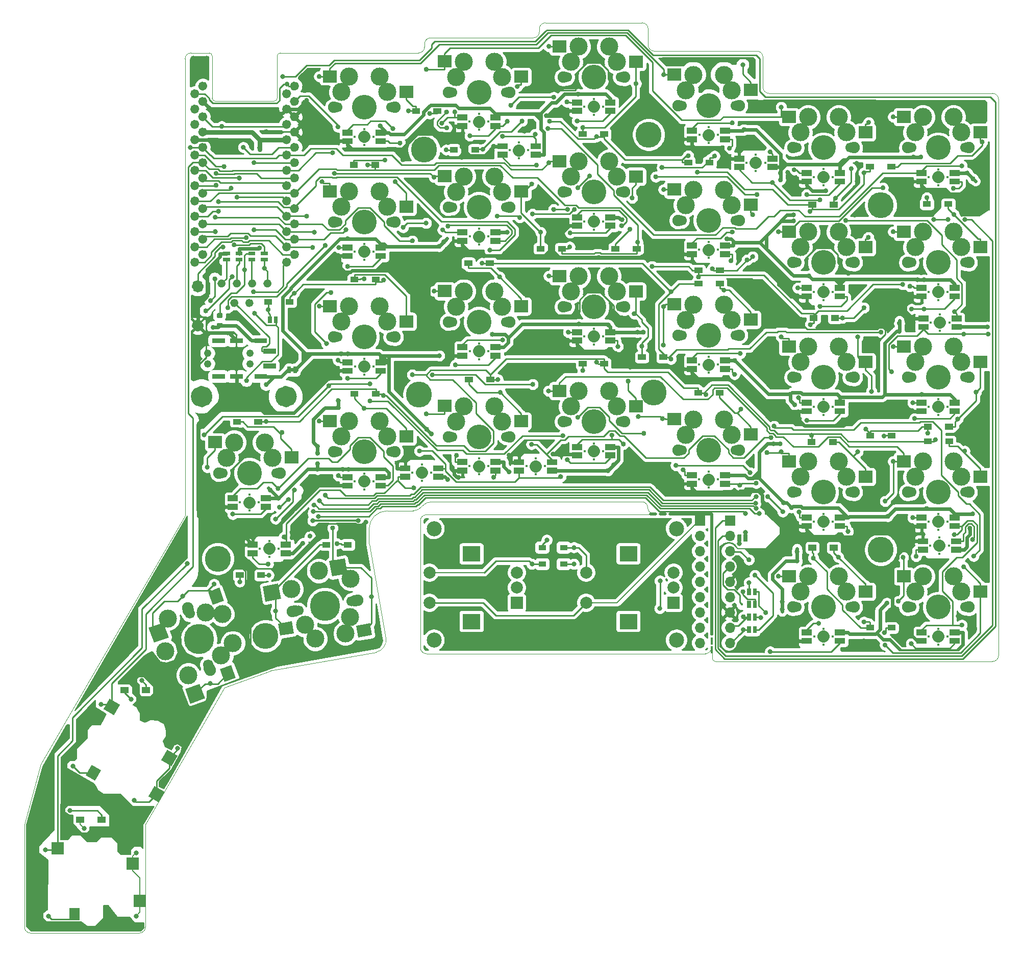
<source format=gbr>
%TF.GenerationSoftware,KiCad,Pcbnew,(6.0.4-0)*%
%TF.CreationDate,2022-10-26T23:43:41+09:00*%
%TF.ProjectId,mtk64_R_rev2,6d746b36-345f-4525-9f72-6576322e6b69,rev?*%
%TF.SameCoordinates,Original*%
%TF.FileFunction,Copper,L1,Top*%
%TF.FilePolarity,Positive*%
%FSLAX45Y45*%
G04 Gerber Fmt 4.5, Leading zero omitted, Abs format (unit mm)*
G04 Created by KiCad (PCBNEW (6.0.4-0)) date 2022-10-26 23:43:41*
%MOMM*%
%LPD*%
G01*
G04 APERTURE LIST*
G04 Aperture macros list*
%AMRotRect*
0 Rectangle, with rotation*
0 The origin of the aperture is its center*
0 $1 length*
0 $2 width*
0 $3 Rotation angle, in degrees counterclockwise*
0 Add horizontal line*
21,1,$1,$2,0,0,$3*%
%AMFreePoly0*
4,1,34,0.201078,0.979575,0.387516,0.921863,0.559193,0.829038,0.709571,0.704634,0.832921,0.553392,0.924546,0.381070,0.980955,0.194234,1.000000,0.000000,0.999610,-0.027922,0.975149,-0.221548,0.913545,-0.406737,0.817145,-0.576432,0.689620,-0.724172,0.535827,-0.844328,0.361625,-0.932324,0.173648,-0.984808,-0.020942,-0.999781,-0.214735,-0.976672,-0.400349,-0.916363,-0.570714,-0.821149,
-0.719340,-0.694658,-0.840567,-0.541708,-0.929776,-0.368125,-0.983571,-0.180519,-0.999903,0.013962,-0.978148,0.207912,-0.919135,0.393942,-0.825113,0.564967,-0.699663,0.714473,-0.547563,0.836764,-0.374607,0.927184,-0.187381,0.982287,0.006981,0.999976,0.201078,0.979575,0.201078,0.979575,$1*%
%AMFreePoly1*
4,1,16,0.044650,0.194952,0.124776,0.156304,0.180215,0.086732,0.200000,0.000000,0.199999,-0.000698,0.179912,-0.087360,0.124230,-0.156739,0.043969,-0.195107,-0.044990,-0.194874,-0.125049,-0.156086,-0.180367,-0.086417,-0.200000,0.000349,-0.180064,0.087046,-0.124503,0.156522,-0.044310,0.195030,0.044650,0.194952,0.044650,0.194952,$1*%
G04 Aperture macros list end*
%TA.AperFunction,NonConductor*%
%ADD10C,0.000000*%
%TD*%
%TA.AperFunction,NonConductor*%
%ADD11C,0.400000*%
%TD*%
%TA.AperFunction,NonConductor*%
%ADD12C,0.762000*%
%TD*%
%TA.AperFunction,NonConductor*%
%ADD13C,0.200000*%
%TD*%
%TA.AperFunction,NonConductor*%
%ADD14C,0.050000*%
%TD*%
%TA.AperFunction,NonConductor*%
%ADD15C,0.698500*%
%TD*%
%TA.AperFunction,NonConductor*%
%ADD16C,1.800000*%
%TD*%
%TA.AperFunction,NonConductor*%
%ADD17C,1.000000*%
%TD*%
%TA.AperFunction,Profile*%
%ADD18C,0.050000*%
%TD*%
%TA.AperFunction,SMDPad,CuDef*%
%ADD19R,1.300000X0.950000*%
%TD*%
%TA.AperFunction,WasherPad*%
%ADD20FreePoly0,0.000000*%
%TD*%
%TA.AperFunction,WasherPad*%
%ADD21FreePoly1,0.000000*%
%TD*%
%TA.AperFunction,SMDPad,CuDef*%
%ADD22RotRect,1.800000X2.000000X150.000000*%
%TD*%
%TA.AperFunction,SMDPad,CuDef*%
%ADD23RotRect,2.000000X2.000000X150.000000*%
%TD*%
%TA.AperFunction,ComponentPad*%
%ADD24O,1.310000X0.510000*%
%TD*%
%TA.AperFunction,ComponentPad*%
%ADD25R,1.700000X1.700000*%
%TD*%
%TA.AperFunction,ComponentPad*%
%ADD26O,1.700000X1.700000*%
%TD*%
%TA.AperFunction,SMDPad,CuDef*%
%ADD27R,1.400000X1.000000*%
%TD*%
%TA.AperFunction,SMDPad,CuDef*%
%ADD28R,1.800000X2.000000*%
%TD*%
%TA.AperFunction,SMDPad,CuDef*%
%ADD29R,2.000000X2.000000*%
%TD*%
%TA.AperFunction,ComponentPad*%
%ADD30O,0.410000X1.210000*%
%TD*%
%TA.AperFunction,ComponentPad*%
%ADD31R,2.000000X2.000000*%
%TD*%
%TA.AperFunction,ComponentPad*%
%ADD32C,2.000000*%
%TD*%
%TA.AperFunction,ComponentPad*%
%ADD33R,3.000000X2.500000*%
%TD*%
%TA.AperFunction,WasherPad*%
%ADD34C,1.210000*%
%TD*%
%TA.AperFunction,ComponentPad*%
%ADD35O,1.800000X0.700000*%
%TD*%
%TA.AperFunction,ComponentPad*%
%ADD36O,0.510000X20.410000*%
%TD*%
%TA.AperFunction,ComponentPad*%
%ADD37O,7.410000X0.510000*%
%TD*%
%TA.AperFunction,ViaPad*%
%ADD38C,1.900010*%
%TD*%
%TA.AperFunction,ViaPad*%
%ADD39C,0.400010*%
%TD*%
%TA.AperFunction,ViaPad*%
%ADD40C,0.800000*%
%TD*%
%TA.AperFunction,ViaPad*%
%ADD41C,3.000010*%
%TD*%
%TA.AperFunction,ViaPad*%
%ADD42C,4.300010*%
%TD*%
%TA.AperFunction,ViaPad*%
%ADD43C,0.813010*%
%TD*%
%TA.AperFunction,ViaPad*%
%ADD44C,1.700010*%
%TD*%
%TA.AperFunction,ViaPad*%
%ADD45C,4.100010*%
%TD*%
%TA.AperFunction,ViaPad*%
%ADD46C,5.000010*%
%TD*%
%TA.AperFunction,ViaPad*%
%ADD47C,1.300010*%
%TD*%
%TA.AperFunction,ViaPad*%
%ADD48C,2.200010*%
%TD*%
%TA.AperFunction,ViaPad*%
%ADD49C,1.200010*%
%TD*%
%TA.AperFunction,ViaPad*%
%ADD50C,0.300010*%
%TD*%
%TA.AperFunction,ViaPad*%
%ADD51C,2.500000*%
%TD*%
%TA.AperFunction,Conductor*%
%ADD52C,0.250000*%
%TD*%
%TA.AperFunction,Conductor*%
%ADD53C,0.254000*%
%TD*%
%TA.AperFunction,Conductor*%
%ADD54C,0.600000*%
%TD*%
%TA.AperFunction,Conductor*%
%ADD55C,0.300000*%
%TD*%
%TA.AperFunction,Conductor*%
%ADD56C,0.200000*%
%TD*%
%TA.AperFunction,Conductor*%
%ADD57C,0.350000*%
%TD*%
%TA.AperFunction,Conductor*%
%ADD58C,0.800000*%
%TD*%
G04 APERTURE END LIST*
D10*
G36*
X18257970Y-11107897D02*
G01*
X18248426Y-11101520D01*
X18229590Y-11093717D01*
X18209594Y-11089740D01*
X18203380Y-11089740D01*
X18133920Y-11020280D01*
X18131540Y-11017380D01*
X18127829Y-11014335D01*
X18139068Y-11008327D01*
X18150640Y-10998830D01*
X18153020Y-10995930D01*
X18257970Y-10890980D01*
X18257970Y-11107897D01*
G37*
D11*
X14479000Y-5088971D02*
G75*
G03*
X14479000Y-5088971I-20000J0D01*
G01*
X18736000Y-5128630D02*
G75*
G03*
X18736000Y-5128630I-20000J0D01*
G01*
D10*
G36*
X18961000Y-5389970D02*
G01*
X18731000Y-5389970D01*
X18731000Y-5189970D01*
X18961000Y-5189970D01*
X18961000Y-5389970D01*
G37*
G36*
X19776000Y-8316970D02*
G01*
X19606000Y-8316970D01*
X19606000Y-8216970D01*
X19776000Y-8216970D01*
X19776000Y-8316970D01*
G37*
D11*
X21051881Y-5956090D02*
G75*
G03*
X21051881Y-5956090I-20000J0D01*
G01*
X18723690Y-6336281D02*
G75*
G03*
X18723690Y-6336281I-20000J0D01*
G01*
X20255000Y-5783971D02*
G75*
G03*
X20255000Y-5783971I-20000J0D01*
G01*
X16785960Y-6494970D02*
G75*
G03*
X16785960Y-6494970I-20000J0D01*
G01*
D10*
G36*
X13246000Y-8279970D02*
G01*
X13016000Y-8279970D01*
X13016000Y-8079970D01*
X13246000Y-8079970D01*
X13246000Y-8279970D01*
G37*
G36*
X9701000Y-11667000D02*
G01*
X9531000Y-11667000D01*
X9531000Y-11567000D01*
X9701000Y-11567000D01*
X9701000Y-11667000D01*
G37*
G36*
X10682788Y-9544120D02*
G01*
X10619288Y-9544120D01*
X10619288Y-9429820D01*
X10682788Y-9429820D01*
X10682788Y-9544120D01*
G37*
D11*
X14405806Y-9137166D02*
G75*
G03*
X14405806Y-9137166I-20000J0D01*
G01*
X21346000Y-12700971D02*
G75*
G03*
X21346000Y-12700971I-20000J0D01*
G01*
D10*
G36*
X15724500Y-5711000D02*
G01*
X15727400Y-5713380D01*
X15831063Y-5817043D01*
X15797724Y-5823675D01*
X15758870Y-5839769D01*
X15723902Y-5863134D01*
X15694164Y-5892872D01*
X15670799Y-5927840D01*
X15655100Y-5965740D01*
X15422370Y-5733010D01*
X15608768Y-5733010D01*
X15612500Y-5733378D01*
X15616232Y-5733010D01*
X15616233Y-5733010D01*
X15627399Y-5731910D01*
X15641725Y-5727565D01*
X15654928Y-5720507D01*
X15654961Y-5720480D01*
X15662724Y-5720480D01*
X15682720Y-5716503D01*
X15701556Y-5708701D01*
X15715155Y-5699614D01*
X15724500Y-5711000D01*
G37*
G36*
X15012510Y-6748840D02*
G01*
X15010181Y-6748840D01*
X15005787Y-6744446D01*
X14988836Y-6733120D01*
X14970000Y-6725317D01*
X14950004Y-6721340D01*
X14929616Y-6721340D01*
X14909620Y-6725317D01*
X14890784Y-6733120D01*
X14873833Y-6744446D01*
X14859416Y-6758863D01*
X14848090Y-6775814D01*
X14840287Y-6794650D01*
X14836310Y-6814646D01*
X14836310Y-6823360D01*
X14658301Y-6823360D01*
X14653907Y-6818966D01*
X14636956Y-6807640D01*
X14618120Y-6799837D01*
X14598124Y-6795860D01*
X14577736Y-6795860D01*
X14557740Y-6799837D01*
X14538904Y-6807640D01*
X14521953Y-6818966D01*
X14507536Y-6833383D01*
X14496210Y-6850334D01*
X14491340Y-6862090D01*
X14477000Y-6847750D01*
X14477000Y-6692777D01*
X14516000Y-6692777D01*
X14528448Y-6691551D01*
X14540418Y-6687920D01*
X14551449Y-6682024D01*
X14561119Y-6674089D01*
X14569054Y-6664419D01*
X14574950Y-6653388D01*
X14578581Y-6641418D01*
X14579807Y-6628970D01*
X14579807Y-6506900D01*
X14586014Y-6506900D01*
X14606010Y-6502923D01*
X14624846Y-6495121D01*
X14641797Y-6483794D01*
X14656214Y-6469377D01*
X14667541Y-6452426D01*
X14675343Y-6433590D01*
X14678979Y-6415309D01*
X15012510Y-6748840D01*
G37*
G36*
X16421000Y-6378970D02*
G01*
X16191000Y-6378970D01*
X16191000Y-6178970D01*
X16421000Y-6178970D01*
X16421000Y-6378970D01*
G37*
D11*
X10483000Y-14211971D02*
G75*
G03*
X10483000Y-14211971I-20000J0D01*
G01*
X9463000Y-10445971D02*
G75*
G03*
X9463000Y-10445971I-20000J0D01*
G01*
X18998500Y-12501471D02*
G75*
G03*
X18998500Y-12501471I-20000J0D01*
G01*
D10*
G36*
X20866000Y-7294970D02*
G01*
X20636000Y-7294970D01*
X20636000Y-7094970D01*
X20866000Y-7094970D01*
X20866000Y-7294970D01*
G37*
D11*
X13964150Y-11268170D02*
G75*
G03*
X13964150Y-11268170I-20000J0D01*
G01*
X14164941Y-7592030D02*
G75*
G03*
X14164941Y-7592030I-20000J0D01*
G01*
D12*
X9022870Y-5668000D02*
G75*
G03*
X9022870Y-5668000I-38100J0D01*
G01*
D11*
X19850000Y-7885971D02*
G75*
G03*
X19850000Y-7885971I-20000J0D01*
G01*
X15556390Y-6270650D02*
G75*
G03*
X15556390Y-6270650I-20000J0D01*
G01*
X16353740Y-7368190D02*
G75*
G03*
X16353740Y-7368190I-20000J0D01*
G01*
X17040830Y-5882950D02*
G75*
G03*
X17040830Y-5882950I-20000J0D01*
G01*
X10861000Y-5016970D02*
G75*
G03*
X10861000Y-5016970I-20000J0D01*
G01*
D10*
G36*
X18212712Y-13644092D02*
G01*
X18149212Y-13644092D01*
X18149212Y-13529792D01*
X18212712Y-13529792D01*
X18212712Y-13644092D01*
G37*
G36*
X11341000Y-8529970D02*
G01*
X11111000Y-8529970D01*
X11111000Y-8329970D01*
X11341000Y-8329970D01*
X11341000Y-8529970D01*
G37*
G36*
X17056000Y-6594970D02*
G01*
X16826000Y-6594970D01*
X16826000Y-6394970D01*
X17056000Y-6394970D01*
X17056000Y-6594970D01*
G37*
D11*
X16205000Y-9046971D02*
G75*
G03*
X16205000Y-9046971I-20000J0D01*
G01*
D10*
G36*
X19884530Y-8320630D02*
G01*
X19884530Y-8270703D01*
X19884898Y-8266970D01*
X19883430Y-8252071D01*
X19879085Y-8237745D01*
X19872027Y-8224542D01*
X19862530Y-8212970D01*
X19850958Y-8203473D01*
X19837755Y-8196415D01*
X19836568Y-8196055D01*
X19838581Y-8189418D01*
X19839807Y-8176970D01*
X19839807Y-8076970D01*
X19839379Y-8072620D01*
X20132540Y-8072620D01*
X19884530Y-8320630D01*
G37*
G36*
X11688500Y-6134470D02*
G01*
X11558500Y-6134470D01*
X11558500Y-6039470D01*
X11688500Y-6039470D01*
X11688500Y-6134470D01*
G37*
D11*
X17962380Y-9562120D02*
G75*
G03*
X17962380Y-9562120I-20000J0D01*
G01*
D10*
G36*
X14780426Y-4185947D02*
G01*
X14794843Y-4200364D01*
X14811794Y-4211691D01*
X14830630Y-4219493D01*
X14850626Y-4223470D01*
X14857538Y-4223470D01*
X14858419Y-4232418D01*
X14862050Y-4244388D01*
X14867946Y-4255419D01*
X14875882Y-4265089D01*
X14885551Y-4273024D01*
X14896582Y-4278920D01*
X14908552Y-4282551D01*
X14921000Y-4283777D01*
X15032925Y-4283777D01*
X15019705Y-4315694D01*
X15011500Y-4356942D01*
X15011500Y-4398998D01*
X15019705Y-4440246D01*
X15035799Y-4479100D01*
X15039502Y-4484642D01*
X15022922Y-4491509D01*
X14996962Y-4508855D01*
X14974885Y-4530932D01*
X14957539Y-4556892D01*
X14945591Y-4585737D01*
X14939500Y-4616359D01*
X14939500Y-4647581D01*
X14945591Y-4678203D01*
X14957539Y-4707048D01*
X14974885Y-4733008D01*
X14996962Y-4755085D01*
X15022922Y-4772431D01*
X15051767Y-4784379D01*
X15082389Y-4790470D01*
X15113611Y-4790470D01*
X15144233Y-4784379D01*
X15153670Y-4780470D01*
X15170626Y-4780470D01*
X15199316Y-4774763D01*
X15226341Y-4763569D01*
X15250663Y-4747318D01*
X15271348Y-4726633D01*
X15287599Y-4702311D01*
X15298793Y-4675286D01*
X15304500Y-4646596D01*
X15304500Y-4617344D01*
X15298793Y-4588654D01*
X15295201Y-4579982D01*
X15326130Y-4567171D01*
X15348375Y-4552308D01*
X15347818Y-4553651D01*
X15337500Y-4605525D01*
X15337500Y-4658415D01*
X15347818Y-4710289D01*
X15368058Y-4759153D01*
X15397442Y-4803129D01*
X15412734Y-4818420D01*
X15392320Y-4818420D01*
X15377780Y-4812397D01*
X15357784Y-4808420D01*
X15337396Y-4808420D01*
X15317400Y-4812397D01*
X15302861Y-4818420D01*
X15124373Y-4818420D01*
X15119780Y-4817968D01*
X15101451Y-4819773D01*
X15097833Y-4820870D01*
X15083826Y-4825119D01*
X15067583Y-4833801D01*
X15053346Y-4845486D01*
X15050417Y-4849054D01*
X15011216Y-4888255D01*
X15006457Y-4883496D01*
X14989506Y-4872170D01*
X14970670Y-4864367D01*
X14950674Y-4860390D01*
X14930286Y-4860390D01*
X14910290Y-4864367D01*
X14891454Y-4872170D01*
X14874503Y-4883496D01*
X14870109Y-4887890D01*
X14367500Y-4887890D01*
X14367500Y-4885758D01*
X14385576Y-4878271D01*
X14402527Y-4866944D01*
X14416944Y-4852527D01*
X14428271Y-4835576D01*
X14432248Y-4825973D01*
X14443428Y-4819997D01*
X14455000Y-4810500D01*
X14464497Y-4798928D01*
X14470458Y-4787777D01*
X14516000Y-4787777D01*
X14528448Y-4786551D01*
X14540418Y-4782920D01*
X14551449Y-4777024D01*
X14561119Y-4769089D01*
X14569054Y-4759419D01*
X14574950Y-4748388D01*
X14578581Y-4736418D01*
X14579807Y-4723970D01*
X14579807Y-4523970D01*
X14578581Y-4511522D01*
X14574950Y-4499552D01*
X14569054Y-4488521D01*
X14561119Y-4478852D01*
X14551449Y-4470916D01*
X14540418Y-4465020D01*
X14528448Y-4461389D01*
X14516000Y-4460163D01*
X14286000Y-4460163D01*
X14273552Y-4461389D01*
X14261582Y-4465020D01*
X14250551Y-4470916D01*
X14240882Y-4478852D01*
X14238148Y-4482183D01*
X14218098Y-4462134D01*
X14183130Y-4438769D01*
X14161570Y-4429838D01*
X14168500Y-4394998D01*
X14168500Y-4352942D01*
X14160295Y-4311694D01*
X14144201Y-4272840D01*
X14120836Y-4237872D01*
X14104415Y-4221450D01*
X14683938Y-4221450D01*
X14687670Y-4221818D01*
X14691402Y-4221450D01*
X14691403Y-4221450D01*
X14702569Y-4220350D01*
X14716895Y-4216005D01*
X14730098Y-4208947D01*
X14741670Y-4199450D01*
X14744050Y-4196550D01*
X14770103Y-4170497D01*
X14780426Y-4185947D01*
G37*
D13*
G36*
X8337500Y-14357500D02*
G01*
X8540000Y-14500000D01*
X8760000Y-14740000D01*
X8877500Y-15042500D01*
X8895000Y-15067500D01*
X8925695Y-15070639D01*
X9165695Y-14985639D01*
X9185000Y-14950000D01*
X9189807Y-14925721D01*
X9190500Y-14815500D01*
X9725000Y-14610000D01*
X10432500Y-14360000D01*
X10435628Y-14377243D01*
X9502500Y-14707500D01*
X9440000Y-14730000D01*
X8530500Y-16335500D01*
X8470500Y-16435500D01*
X8395000Y-16395500D01*
X8395000Y-16315000D01*
X8595000Y-16120000D01*
X8762500Y-15822500D01*
X8770500Y-15780000D01*
X8775000Y-15735500D01*
X8700500Y-15685500D01*
X8640500Y-15715500D01*
X8600500Y-15785500D01*
X8500500Y-15735500D01*
X8460500Y-15645500D01*
X8510500Y-15565500D01*
X8510500Y-15465500D01*
X8480500Y-15355500D01*
X8371325Y-15294892D01*
X8250500Y-15285500D01*
X8160500Y-15335500D01*
X8080500Y-15295500D01*
X8080500Y-15185500D01*
X8020500Y-15075500D01*
X7960500Y-15045500D01*
X8020500Y-14985500D01*
X8020500Y-14915500D01*
X7950500Y-14845500D01*
X7950500Y-14745500D01*
X7900500Y-14695500D01*
X8020500Y-14615500D01*
X8020500Y-14675500D01*
X8060500Y-14715500D01*
X8060500Y-14865500D01*
X8100500Y-14905500D01*
X8250000Y-14907500D01*
X8302500Y-14860000D01*
X8300500Y-14735500D01*
X8258900Y-14695500D01*
X8140500Y-14575500D01*
X8050500Y-14575500D01*
X8160000Y-14372500D01*
X8157500Y-14222500D01*
X8265000Y-14167500D01*
X8337500Y-14357500D01*
G37*
X8337500Y-14357500D02*
X8540000Y-14500000D01*
X8760000Y-14740000D01*
X8877500Y-15042500D01*
X8895000Y-15067500D01*
X8925695Y-15070639D01*
X9165695Y-14985639D01*
X9185000Y-14950000D01*
X9189807Y-14925721D01*
X9190500Y-14815500D01*
X9725000Y-14610000D01*
X10432500Y-14360000D01*
X10435628Y-14377243D01*
X9502500Y-14707500D01*
X9440000Y-14730000D01*
X8530500Y-16335500D01*
X8470500Y-16435500D01*
X8395000Y-16395500D01*
X8395000Y-16315000D01*
X8595000Y-16120000D01*
X8762500Y-15822500D01*
X8770500Y-15780000D01*
X8775000Y-15735500D01*
X8700500Y-15685500D01*
X8640500Y-15715500D01*
X8600500Y-15785500D01*
X8500500Y-15735500D01*
X8460500Y-15645500D01*
X8510500Y-15565500D01*
X8510500Y-15465500D01*
X8480500Y-15355500D01*
X8371325Y-15294892D01*
X8250500Y-15285500D01*
X8160500Y-15335500D01*
X8080500Y-15295500D01*
X8080500Y-15185500D01*
X8020500Y-15075500D01*
X7960500Y-15045500D01*
X8020500Y-14985500D01*
X8020500Y-14915500D01*
X7950500Y-14845500D01*
X7950500Y-14745500D01*
X7900500Y-14695500D01*
X8020500Y-14615500D01*
X8020500Y-14675500D01*
X8060500Y-14715500D01*
X8060500Y-14865500D01*
X8100500Y-14905500D01*
X8250000Y-14907500D01*
X8302500Y-14860000D01*
X8300500Y-14735500D01*
X8258900Y-14695500D01*
X8140500Y-14575500D01*
X8050500Y-14575500D01*
X8160000Y-14372500D01*
X8157500Y-14222500D01*
X8265000Y-14167500D01*
X8337500Y-14357500D01*
D10*
G36*
X21131000Y-10082000D02*
G01*
X20961000Y-10082000D01*
X20961000Y-9982000D01*
X21131000Y-9982000D01*
X21131000Y-10082000D01*
G37*
D11*
X19067000Y-8713971D02*
G75*
G03*
X19067000Y-8713971I-20000J0D01*
G01*
X12638620Y-11444500D02*
G75*
G03*
X12638620Y-11444500I-20000J0D01*
G01*
X17902480Y-7677800D02*
G75*
G03*
X17902480Y-7677800I-20000J0D01*
G01*
X9809760Y-5795000D02*
G75*
G03*
X9809760Y-5795000I-20000J0D01*
G01*
D10*
G36*
X9988150Y-7688758D02*
G01*
X9873850Y-7688758D01*
X9873850Y-7625258D01*
X9988150Y-7625258D01*
X9988150Y-7688758D01*
G37*
G36*
X15488500Y-9434470D02*
G01*
X15358500Y-9434470D01*
X15358500Y-9339470D01*
X15488500Y-9339470D01*
X15488500Y-9434470D01*
G37*
G36*
X16076974Y-6061869D02*
G01*
X16079592Y-6064017D01*
X16092795Y-6071075D01*
X16107121Y-6075420D01*
X16118287Y-6076520D01*
X16118288Y-6076520D01*
X16122020Y-6076888D01*
X16125752Y-6076520D01*
X16647788Y-6076520D01*
X16645280Y-6080274D01*
X16637477Y-6099110D01*
X16633500Y-6119106D01*
X16633500Y-6139494D01*
X16637477Y-6159490D01*
X16645280Y-6178326D01*
X16647030Y-6180946D01*
X16644034Y-6180350D01*
X16623646Y-6180350D01*
X16603650Y-6184327D01*
X16584814Y-6192130D01*
X16567863Y-6203456D01*
X16553446Y-6217873D01*
X16542120Y-6234824D01*
X16534317Y-6253660D01*
X16530340Y-6273656D01*
X16530340Y-6294044D01*
X16534317Y-6314040D01*
X16542120Y-6332876D01*
X16553446Y-6349827D01*
X16567863Y-6364244D01*
X16584814Y-6375571D01*
X16603650Y-6383373D01*
X16623646Y-6387350D01*
X16644034Y-6387350D01*
X16664030Y-6383373D01*
X16682866Y-6375571D01*
X16699817Y-6364244D01*
X16704211Y-6359850D01*
X16772770Y-6359850D01*
X16767050Y-6370552D01*
X16763419Y-6382522D01*
X16762538Y-6391470D01*
X16755766Y-6391470D01*
X16735770Y-6395447D01*
X16716934Y-6403250D01*
X16699983Y-6414576D01*
X16685566Y-6428993D01*
X16674240Y-6445944D01*
X16666437Y-6464780D01*
X16662460Y-6484776D01*
X16662460Y-6505164D01*
X16666437Y-6525160D01*
X16674240Y-6543996D01*
X16685566Y-6560947D01*
X16699983Y-6575364D01*
X16716934Y-6586691D01*
X16735770Y-6594493D01*
X16755766Y-6598470D01*
X16762538Y-6598470D01*
X16763419Y-6607418D01*
X16767050Y-6619388D01*
X16772946Y-6630419D01*
X16780882Y-6640089D01*
X16790551Y-6648024D01*
X16801582Y-6653920D01*
X16813552Y-6657551D01*
X16826000Y-6658777D01*
X16937925Y-6658777D01*
X16924705Y-6690694D01*
X16916500Y-6731942D01*
X16916500Y-6773998D01*
X16924705Y-6815246D01*
X16940799Y-6854100D01*
X16944502Y-6859642D01*
X16927922Y-6866509D01*
X16901962Y-6883855D01*
X16879885Y-6905932D01*
X16862539Y-6931892D01*
X16850591Y-6960737D01*
X16844500Y-6991359D01*
X16844500Y-7022581D01*
X16850591Y-7053203D01*
X16862539Y-7082048D01*
X16879885Y-7108008D01*
X16901962Y-7130085D01*
X16927922Y-7147431D01*
X16956767Y-7159379D01*
X16987389Y-7165470D01*
X17018611Y-7165470D01*
X17049233Y-7159379D01*
X17058670Y-7155470D01*
X17075626Y-7155470D01*
X17104316Y-7149763D01*
X17131341Y-7138569D01*
X17155663Y-7122318D01*
X17176348Y-7101633D01*
X17192599Y-7077311D01*
X17203793Y-7050286D01*
X17209500Y-7021596D01*
X17209500Y-6992344D01*
X17203793Y-6963654D01*
X17200201Y-6954982D01*
X17231130Y-6942171D01*
X17253375Y-6927308D01*
X17252818Y-6928651D01*
X17242500Y-6980525D01*
X17242500Y-7033415D01*
X17252818Y-7085289D01*
X17273058Y-7134153D01*
X17298942Y-7172890D01*
X16630350Y-7172890D01*
X16149061Y-6691601D01*
X16154764Y-6690467D01*
X16161646Y-6700767D01*
X16176063Y-6715184D01*
X16193014Y-6726511D01*
X16211850Y-6734313D01*
X16231846Y-6738290D01*
X16252234Y-6738290D01*
X16272230Y-6734313D01*
X16291066Y-6726511D01*
X16308017Y-6715184D01*
X16322434Y-6700767D01*
X16333761Y-6683816D01*
X16341563Y-6664980D01*
X16345540Y-6644984D01*
X16345540Y-6624596D01*
X16341563Y-6604600D01*
X16333761Y-6585764D01*
X16322434Y-6568813D01*
X16318040Y-6564419D01*
X16318040Y-6506940D01*
X16357100Y-6467880D01*
X16360000Y-6465500D01*
X16363881Y-6460772D01*
X16369497Y-6453928D01*
X16375458Y-6442777D01*
X16421000Y-6442777D01*
X16433448Y-6441551D01*
X16445418Y-6437920D01*
X16456449Y-6432024D01*
X16466119Y-6424089D01*
X16474054Y-6414419D01*
X16479950Y-6403388D01*
X16483581Y-6391418D01*
X16484807Y-6378970D01*
X16484807Y-6178970D01*
X16483581Y-6166522D01*
X16479950Y-6154552D01*
X16474054Y-6143521D01*
X16466119Y-6133852D01*
X16456449Y-6125916D01*
X16445418Y-6120020D01*
X16433448Y-6116389D01*
X16421000Y-6115163D01*
X16191000Y-6115163D01*
X16178552Y-6116389D01*
X16166582Y-6120020D01*
X16155551Y-6125916D01*
X16145882Y-6133852D01*
X16143148Y-6137183D01*
X16123098Y-6117134D01*
X16088130Y-6093769D01*
X16066570Y-6084838D01*
X16071958Y-6057752D01*
X16076974Y-6061869D01*
G37*
G36*
X13246000Y-6374970D02*
G01*
X13016000Y-6374970D01*
X13016000Y-6174970D01*
X13246000Y-6174970D01*
X13246000Y-6374970D01*
G37*
D11*
X9653721Y-5235250D02*
G75*
G03*
X9653721Y-5235250I-20000J0D01*
G01*
D10*
G36*
X14061000Y-11067000D02*
G01*
X13891000Y-11067000D01*
X13891000Y-10967000D01*
X14061000Y-10967000D01*
X14061000Y-11067000D01*
G37*
G36*
X13511000Y-7256970D02*
G01*
X13341000Y-7256970D01*
X13341000Y-7156970D01*
X13511000Y-7156970D01*
X13511000Y-7256970D01*
G37*
D11*
X21167500Y-10537470D02*
G75*
G03*
X21167500Y-10537470I-20000J0D01*
G01*
X14595820Y-6403400D02*
G75*
G03*
X14595820Y-6403400I-20000J0D01*
G01*
X15857610Y-11159581D02*
G75*
G03*
X15857610Y-11159581I-20000J0D01*
G01*
D10*
G36*
X21711900Y-8684470D02*
G01*
X21541900Y-8684470D01*
X21541900Y-8584470D01*
X21711900Y-8584470D01*
X21711900Y-8684470D01*
G37*
G36*
X20615816Y-10844766D02*
G01*
X20611582Y-10846050D01*
X20600551Y-10851946D01*
X20590882Y-10859882D01*
X20582946Y-10869551D01*
X20577050Y-10880582D01*
X20573419Y-10892552D01*
X20572538Y-10901500D01*
X20564486Y-10901500D01*
X20544490Y-10905477D01*
X20525654Y-10913280D01*
X20508703Y-10924606D01*
X20494286Y-10939023D01*
X20482960Y-10955974D01*
X20475157Y-10974810D01*
X20471180Y-10994806D01*
X20471180Y-11015194D01*
X20475157Y-11035190D01*
X20482960Y-11054026D01*
X20494286Y-11070977D01*
X20498680Y-11075371D01*
X20498680Y-11499020D01*
X20436890Y-11560810D01*
X20430676Y-11560810D01*
X20410680Y-11564787D01*
X20391844Y-11572590D01*
X20374893Y-11583916D01*
X20360476Y-11598333D01*
X20349150Y-11615284D01*
X20341347Y-11634120D01*
X20337370Y-11654116D01*
X20337370Y-11674504D01*
X20341347Y-11694500D01*
X20349150Y-11713336D01*
X20360476Y-11730287D01*
X20374893Y-11744704D01*
X20391844Y-11756031D01*
X20410680Y-11763833D01*
X20430676Y-11767810D01*
X20451064Y-11767810D01*
X20471060Y-11763833D01*
X20489896Y-11756031D01*
X20506847Y-11744704D01*
X20521264Y-11730287D01*
X20532591Y-11713336D01*
X20540393Y-11694500D01*
X20544370Y-11674504D01*
X20544370Y-11668290D01*
X20625780Y-11586880D01*
X20628680Y-11584500D01*
X20638177Y-11572928D01*
X20645235Y-11559725D01*
X20649580Y-11545399D01*
X20650680Y-11534233D01*
X20650680Y-11534232D01*
X20651048Y-11530500D01*
X20650680Y-11526768D01*
X20650680Y-11168807D01*
X20747925Y-11168807D01*
X20734705Y-11200724D01*
X20726500Y-11241972D01*
X20726500Y-11284028D01*
X20734705Y-11325276D01*
X20750799Y-11364130D01*
X20754502Y-11369672D01*
X20737922Y-11376539D01*
X20711962Y-11393885D01*
X20689885Y-11415962D01*
X20672539Y-11441922D01*
X20660591Y-11470767D01*
X20654500Y-11501389D01*
X20654500Y-11532611D01*
X20660591Y-11563233D01*
X20672539Y-11592078D01*
X20689885Y-11618038D01*
X20711962Y-11640115D01*
X20737922Y-11657461D01*
X20766767Y-11669409D01*
X20797389Y-11675500D01*
X20828611Y-11675500D01*
X20859233Y-11669409D01*
X20868670Y-11665500D01*
X20885626Y-11665500D01*
X20914316Y-11659793D01*
X20941341Y-11648599D01*
X20965663Y-11632348D01*
X20986348Y-11611663D01*
X21002599Y-11587341D01*
X21013793Y-11560316D01*
X21019500Y-11531626D01*
X21019500Y-11502374D01*
X21013793Y-11473684D01*
X21010201Y-11465012D01*
X21041130Y-11452201D01*
X21063375Y-11437338D01*
X21062818Y-11438681D01*
X21052500Y-11490555D01*
X21052500Y-11543445D01*
X21062818Y-11595319D01*
X21083058Y-11644183D01*
X21110381Y-11685074D01*
X21098300Y-11687477D01*
X21079464Y-11695280D01*
X21068404Y-11702670D01*
X20609993Y-11702670D01*
X20605400Y-11702218D01*
X20597457Y-11703000D01*
X20587071Y-11704023D01*
X20569446Y-11709369D01*
X20553203Y-11718051D01*
X20538966Y-11729736D01*
X20536037Y-11733304D01*
X20450284Y-11819057D01*
X20440041Y-11823300D01*
X19850823Y-11823300D01*
X19846230Y-11822848D01*
X19844297Y-11823038D01*
X19730723Y-11709464D01*
X19727794Y-11705896D01*
X19713557Y-11694211D01*
X19697314Y-11685529D01*
X19679689Y-11680183D01*
X19665953Y-11678830D01*
X19661360Y-11678378D01*
X19656767Y-11678830D01*
X19630791Y-11678830D01*
X19653942Y-11644183D01*
X19674182Y-11595319D01*
X19684500Y-11543445D01*
X19684500Y-11490555D01*
X19674182Y-11438681D01*
X19673625Y-11437338D01*
X19695870Y-11452201D01*
X19726799Y-11465012D01*
X19723207Y-11473684D01*
X19717500Y-11502374D01*
X19717500Y-11531626D01*
X19723207Y-11560316D01*
X19734401Y-11587341D01*
X19750653Y-11611663D01*
X19771337Y-11632348D01*
X19795659Y-11648599D01*
X19822684Y-11659793D01*
X19851374Y-11665500D01*
X19868330Y-11665500D01*
X19877767Y-11669409D01*
X19908389Y-11675500D01*
X19939611Y-11675500D01*
X19970233Y-11669409D01*
X19999078Y-11657461D01*
X20025038Y-11640115D01*
X20047115Y-11618038D01*
X20064461Y-11592078D01*
X20076409Y-11563233D01*
X20082500Y-11532611D01*
X20082500Y-11501389D01*
X20076409Y-11470767D01*
X20064461Y-11441922D01*
X20051689Y-11422807D01*
X20231000Y-11422807D01*
X20243448Y-11421581D01*
X20255418Y-11417950D01*
X20266449Y-11412054D01*
X20276119Y-11404119D01*
X20284054Y-11394449D01*
X20289950Y-11383418D01*
X20293581Y-11371448D01*
X20294807Y-11359000D01*
X20294807Y-11159000D01*
X20293581Y-11146552D01*
X20289950Y-11134582D01*
X20284054Y-11123551D01*
X20276119Y-11113882D01*
X20266449Y-11105946D01*
X20255418Y-11100050D01*
X20243448Y-11096419D01*
X20231000Y-11095193D01*
X20185458Y-11095193D01*
X20179497Y-11084042D01*
X20174598Y-11078073D01*
X20170000Y-11072470D01*
X20167100Y-11070090D01*
X20033643Y-10936633D01*
X20035026Y-10936061D01*
X20051977Y-10924734D01*
X20066394Y-10910317D01*
X20077721Y-10893366D01*
X20085523Y-10874530D01*
X20089500Y-10854534D01*
X20089500Y-10836850D01*
X20607900Y-10836850D01*
X20615816Y-10844766D01*
G37*
D11*
X20232000Y-9083971D02*
G75*
G03*
X20232000Y-9083971I-20000J0D01*
G01*
D10*
G36*
X15843500Y-5624470D02*
G01*
X15713500Y-5624470D01*
X15713500Y-5529470D01*
X15843500Y-5529470D01*
X15843500Y-5624470D01*
G37*
D11*
X11042250Y-11136240D02*
G75*
G03*
X11042250Y-11136240I-20000J0D01*
G01*
D10*
G36*
X14682371Y-5146850D02*
G01*
X14631632Y-5146850D01*
X14627039Y-5146398D01*
X14622446Y-5146850D01*
X14320801Y-5146850D01*
X14320811Y-5146836D01*
X14328613Y-5128000D01*
X14332590Y-5108004D01*
X14332590Y-5101790D01*
X14394490Y-5039890D01*
X14789331Y-5039890D01*
X14682371Y-5146850D01*
G37*
D11*
X20930970Y-5956090D02*
G75*
G03*
X20930970Y-5956090I-20000J0D01*
G01*
X12615730Y-9566940D02*
G75*
G03*
X12615730Y-9566940I-20000J0D01*
G01*
X10655910Y-8215890D02*
G75*
G03*
X10655910Y-8215890I-20000J0D01*
G01*
D10*
G36*
X19157818Y-7628651D02*
G01*
X19147500Y-7680525D01*
X19147500Y-7733415D01*
X19157818Y-7785289D01*
X19173853Y-7824000D01*
X19166166Y-7824000D01*
X19146170Y-7827977D01*
X19131631Y-7834000D01*
X19043179Y-7834000D01*
X19060663Y-7822318D01*
X19081348Y-7801633D01*
X19097599Y-7777311D01*
X19108793Y-7750286D01*
X19114500Y-7721596D01*
X19114500Y-7692344D01*
X19108793Y-7663654D01*
X19105201Y-7654982D01*
X19136130Y-7642171D01*
X19158375Y-7627308D01*
X19157818Y-7628651D01*
G37*
G36*
X10442597Y-5537801D02*
G01*
X10450322Y-5541000D01*
X10442597Y-5544200D01*
X10419717Y-5559488D01*
X10414705Y-5564500D01*
X10103141Y-5564500D01*
X10061991Y-5523350D01*
X10420971Y-5523350D01*
X10442597Y-5537801D01*
G37*
G36*
X19480799Y-7097840D02*
G01*
X19464705Y-7136694D01*
X19456500Y-7177942D01*
X19456500Y-7219998D01*
X19464705Y-7261246D01*
X19480799Y-7300100D01*
X19504164Y-7335068D01*
X19533902Y-7364806D01*
X19568870Y-7388171D01*
X19590430Y-7397102D01*
X19583500Y-7431942D01*
X19583500Y-7473998D01*
X19588654Y-7499907D01*
X19587159Y-7498412D01*
X19543183Y-7469028D01*
X19494319Y-7448788D01*
X19442445Y-7438470D01*
X19389555Y-7438470D01*
X19337681Y-7448788D01*
X19288818Y-7469028D01*
X19244841Y-7498412D01*
X19243346Y-7499907D01*
X19248500Y-7473998D01*
X19248500Y-7431942D01*
X19241570Y-7397102D01*
X19263130Y-7388171D01*
X19298098Y-7364806D01*
X19327836Y-7335068D01*
X19351201Y-7300100D01*
X19367295Y-7261246D01*
X19375500Y-7219998D01*
X19375500Y-7177942D01*
X19367295Y-7136694D01*
X19351201Y-7097840D01*
X19347587Y-7092430D01*
X19484414Y-7092430D01*
X19480799Y-7097840D01*
G37*
G36*
X12720500Y-5237470D02*
G01*
X12590500Y-5237470D01*
X12590500Y-5142470D01*
X12720500Y-5142470D01*
X12720500Y-5237470D01*
G37*
D11*
X15351000Y-5357500D02*
G75*
G03*
X15351000Y-5357500I-20000J0D01*
G01*
D10*
G36*
X16593600Y-11375500D02*
G01*
X16582028Y-11366003D01*
X16568825Y-11358945D01*
X16554499Y-11354600D01*
X16543333Y-11353500D01*
X16543332Y-11353500D01*
X16539600Y-11353132D01*
X16535868Y-11353500D01*
X15095219Y-11353500D01*
X15105406Y-11349281D01*
X15122357Y-11337954D01*
X15136774Y-11323537D01*
X15148101Y-11306586D01*
X15155903Y-11287750D01*
X15159880Y-11267754D01*
X15159880Y-11252500D01*
X15791478Y-11252500D01*
X15807420Y-11259103D01*
X15827416Y-11263081D01*
X15847803Y-11263081D01*
X15867799Y-11259103D01*
X15886635Y-11251301D01*
X15903587Y-11239974D01*
X15918003Y-11225558D01*
X15929330Y-11208606D01*
X15935353Y-11194066D01*
X15970506Y-11158913D01*
X15985046Y-11152891D01*
X16001997Y-11141564D01*
X16016414Y-11127147D01*
X16027741Y-11110196D01*
X16033763Y-11095656D01*
X16078896Y-11050523D01*
X16082464Y-11047594D01*
X16094149Y-11033357D01*
X16102831Y-11017114D01*
X16106945Y-11003550D01*
X16108177Y-10999489D01*
X16109982Y-10981160D01*
X16109530Y-10976567D01*
X16109530Y-10820225D01*
X16127440Y-10816663D01*
X16146276Y-10808861D01*
X16163227Y-10797534D01*
X16177644Y-10783117D01*
X16186061Y-10770521D01*
X16413530Y-10997990D01*
X16415910Y-11000890D01*
X16427482Y-11010387D01*
X16440685Y-11017445D01*
X16455011Y-11021790D01*
X16466177Y-11022890D01*
X16466178Y-11022890D01*
X16469910Y-11023258D01*
X16473643Y-11022890D01*
X16876508Y-11022890D01*
X16868927Y-11041190D01*
X16864950Y-11061186D01*
X16864950Y-11081574D01*
X16868927Y-11101570D01*
X16876730Y-11120406D01*
X16888056Y-11137357D01*
X16902473Y-11151774D01*
X16919424Y-11163101D01*
X16938260Y-11170903D01*
X16958256Y-11174880D01*
X16978644Y-11174880D01*
X16988780Y-11172864D01*
X16989027Y-11174110D01*
X16996830Y-11192946D01*
X17008156Y-11209897D01*
X17022573Y-11224314D01*
X17039524Y-11235641D01*
X17042130Y-11236720D01*
X17042102Y-11237000D01*
X17043570Y-11251899D01*
X17047915Y-11266225D01*
X17054973Y-11279428D01*
X17064470Y-11291000D01*
X17076042Y-11300497D01*
X17089245Y-11307555D01*
X17090432Y-11307915D01*
X17088419Y-11314552D01*
X17087193Y-11327000D01*
X17087500Y-11348425D01*
X17103375Y-11364300D01*
X17223300Y-11364300D01*
X17223300Y-11362300D01*
X17248700Y-11362300D01*
X17248700Y-11364300D01*
X17250700Y-11364300D01*
X17250700Y-11389700D01*
X17248700Y-11389700D01*
X17248700Y-11474625D01*
X17264575Y-11490500D01*
X17267437Y-11490516D01*
X17272933Y-11500799D01*
X17281618Y-11511382D01*
X17292201Y-11520067D01*
X17304275Y-11526520D01*
X17317376Y-11530494D01*
X17327587Y-11531500D01*
X17331000Y-11531836D01*
X17334414Y-11531500D01*
X17687587Y-11531500D01*
X17691000Y-11531836D01*
X17694413Y-11531500D01*
X17694414Y-11531500D01*
X17704624Y-11530494D01*
X17717725Y-11526520D01*
X17729799Y-11520067D01*
X17740382Y-11511382D01*
X17749067Y-11500799D01*
X17754407Y-11490807D01*
X17871000Y-11490807D01*
X17883448Y-11489581D01*
X17895418Y-11485950D01*
X17906449Y-11480054D01*
X17916119Y-11472119D01*
X17924054Y-11462449D01*
X17929105Y-11453000D01*
X17939965Y-11453000D01*
X17948756Y-11466157D01*
X17963173Y-11480574D01*
X17980124Y-11491901D01*
X17998960Y-11499703D01*
X18018956Y-11503680D01*
X18039344Y-11503680D01*
X18059340Y-11499703D01*
X18078176Y-11491901D01*
X18095127Y-11480574D01*
X18109544Y-11466157D01*
X18120871Y-11449206D01*
X18123806Y-11442120D01*
X18230509Y-11442120D01*
X18234903Y-11446514D01*
X18251854Y-11457841D01*
X18270690Y-11465643D01*
X18290686Y-11469620D01*
X18311074Y-11469620D01*
X18331070Y-11465643D01*
X18349906Y-11457841D01*
X18366857Y-11446514D01*
X18372261Y-11441110D01*
X18434864Y-11503713D01*
X18426553Y-11509266D01*
X18412136Y-11523683D01*
X18400810Y-11540634D01*
X18397316Y-11549069D01*
X18392721Y-11537974D01*
X18381394Y-11521023D01*
X18366977Y-11506606D01*
X18350026Y-11495280D01*
X18331190Y-11487477D01*
X18311194Y-11483500D01*
X18290806Y-11483500D01*
X18270810Y-11487477D01*
X18251974Y-11495280D01*
X18235023Y-11506606D01*
X18220606Y-11521023D01*
X18209280Y-11537974D01*
X18201477Y-11556810D01*
X18197770Y-11575450D01*
X18197220Y-11576000D01*
X16793580Y-11576000D01*
X16644580Y-11427000D01*
X17087193Y-11427000D01*
X17088419Y-11439448D01*
X17092050Y-11451418D01*
X17097946Y-11462449D01*
X17105882Y-11472119D01*
X17115551Y-11480054D01*
X17126582Y-11485950D01*
X17138552Y-11489581D01*
X17151000Y-11490807D01*
X17207425Y-11490500D01*
X17223300Y-11474625D01*
X17223300Y-11389700D01*
X17103375Y-11389700D01*
X17087500Y-11405575D01*
X17087193Y-11427000D01*
X16644580Y-11427000D01*
X16595980Y-11378400D01*
X16593600Y-11375500D01*
G37*
D11*
X15956020Y-11061170D02*
G75*
G03*
X15956020Y-11061170I-20000J0D01*
G01*
X21148490Y-11787000D02*
G75*
G03*
X21148490Y-11787000I-20000J0D01*
G01*
X18589900Y-6378590D02*
G75*
G03*
X18589900Y-6378590I-20000J0D01*
G01*
D10*
G36*
X14822450Y-10775870D02*
G01*
X14718130Y-10671550D01*
X14715750Y-10668650D01*
X14704178Y-10659153D01*
X14694725Y-10654100D01*
X14944220Y-10654100D01*
X14822450Y-10775870D01*
G37*
G36*
X19226000Y-13892000D02*
G01*
X19056000Y-13892000D01*
X19056000Y-13792000D01*
X19226000Y-13792000D01*
X19226000Y-13892000D01*
G37*
D11*
X9019000Y-9000971D02*
G75*
G03*
X9019000Y-9000971I-20000J0D01*
G01*
X12291990Y-5486030D02*
G75*
G03*
X12291990Y-5486030I-20000J0D01*
G01*
X16593100Y-7770660D02*
G75*
G03*
X16593100Y-7770660I-20000J0D01*
G01*
D14*
G36*
X8751500Y-13579500D02*
G01*
X8805500Y-13654500D01*
X8898500Y-13681500D01*
X8751500Y-13832500D01*
X8760500Y-14036500D01*
X8845500Y-14183500D01*
X9009500Y-14258500D01*
X9115500Y-14249500D01*
X9058500Y-14351500D01*
X9062500Y-14440500D01*
X8991500Y-14356500D01*
X8853500Y-14334500D01*
X8751500Y-14374500D01*
X8676500Y-14458500D01*
X8676500Y-14613500D01*
X8725500Y-14698500D01*
X8765500Y-14733500D01*
X8769500Y-14791500D01*
X8805500Y-14933500D01*
X8569500Y-15022500D01*
X8525500Y-15000500D01*
X8232500Y-14196500D01*
X8258500Y-14156500D01*
X8294500Y-14169500D01*
X8409500Y-14320500D01*
X8516500Y-14343500D01*
X8636500Y-14298500D01*
X8698500Y-14174500D01*
X8667500Y-14032500D01*
X8600500Y-13965500D01*
X8623500Y-13907500D01*
X8591500Y-13814500D01*
X8698500Y-13761500D01*
X8729500Y-13668500D01*
X8738500Y-13614500D01*
X8742500Y-13561500D01*
X8751500Y-13579500D01*
G37*
X8751500Y-13579500D02*
X8805500Y-13654500D01*
X8898500Y-13681500D01*
X8751500Y-13832500D01*
X8760500Y-14036500D01*
X8845500Y-14183500D01*
X9009500Y-14258500D01*
X9115500Y-14249500D01*
X9058500Y-14351500D01*
X9062500Y-14440500D01*
X8991500Y-14356500D01*
X8853500Y-14334500D01*
X8751500Y-14374500D01*
X8676500Y-14458500D01*
X8676500Y-14613500D01*
X8725500Y-14698500D01*
X8765500Y-14733500D01*
X8769500Y-14791500D01*
X8805500Y-14933500D01*
X8569500Y-15022500D01*
X8525500Y-15000500D01*
X8232500Y-14196500D01*
X8258500Y-14156500D01*
X8294500Y-14169500D01*
X8409500Y-14320500D01*
X8516500Y-14343500D01*
X8636500Y-14298500D01*
X8698500Y-14174500D01*
X8667500Y-14032500D01*
X8600500Y-13965500D01*
X8623500Y-13907500D01*
X8591500Y-13814500D01*
X8698500Y-13761500D01*
X8729500Y-13668500D01*
X8738500Y-13614500D01*
X8742500Y-13561500D01*
X8751500Y-13579500D01*
D11*
X20594680Y-11005000D02*
G75*
G03*
X20594680Y-11005000I-20000J0D01*
G01*
X18736000Y-10844830D02*
G75*
G03*
X18736000Y-10844830I-20000J0D01*
G01*
X19379440Y-8434070D02*
G75*
G03*
X19379440Y-8434070I-20000J0D01*
G01*
D10*
G36*
X21131000Y-8176970D02*
G01*
X20961000Y-8176970D01*
X20961000Y-8076970D01*
X21131000Y-8076970D01*
X21131000Y-8176970D01*
G37*
D11*
X9357470Y-6227130D02*
G75*
G03*
X9357470Y-6227130I-20000J0D01*
G01*
D10*
G36*
X9554693Y-10394500D02*
G01*
X9555919Y-10406948D01*
X9559550Y-10418918D01*
X9565446Y-10429949D01*
X9573382Y-10439619D01*
X9583051Y-10447554D01*
X9594082Y-10453450D01*
X9606052Y-10457081D01*
X9618500Y-10458307D01*
X9748500Y-10458307D01*
X9760948Y-10457081D01*
X9772918Y-10453450D01*
X9778759Y-10450328D01*
X9806561Y-10478130D01*
X9808941Y-10481030D01*
X9811841Y-10483410D01*
X9820514Y-10490527D01*
X9832679Y-10497030D01*
X9833717Y-10497585D01*
X9848043Y-10501930D01*
X9859208Y-10503030D01*
X9859209Y-10503030D01*
X9862941Y-10503398D01*
X9866674Y-10503030D01*
X10039034Y-10503030D01*
X10008902Y-10523164D01*
X9979164Y-10552902D01*
X9955799Y-10587870D01*
X9939705Y-10626724D01*
X9931500Y-10667972D01*
X9931500Y-10710028D01*
X9939705Y-10751276D01*
X9955799Y-10790130D01*
X9979164Y-10825098D01*
X10008902Y-10854836D01*
X10043870Y-10878201D01*
X10065430Y-10887132D01*
X10058500Y-10921972D01*
X10058500Y-10964028D01*
X10063654Y-10989937D01*
X10062159Y-10988442D01*
X10018183Y-10959058D01*
X9969319Y-10938818D01*
X9917445Y-10928500D01*
X9864555Y-10928500D01*
X9812681Y-10938818D01*
X9763818Y-10959058D01*
X9719841Y-10988442D01*
X9718346Y-10989937D01*
X9723500Y-10964028D01*
X9723500Y-10921972D01*
X9716570Y-10887132D01*
X9738130Y-10878201D01*
X9773098Y-10854836D01*
X9802836Y-10825098D01*
X9826201Y-10790130D01*
X9842295Y-10751276D01*
X9850500Y-10710028D01*
X9850500Y-10667972D01*
X9842295Y-10626724D01*
X9826201Y-10587870D01*
X9802836Y-10552902D01*
X9773098Y-10523164D01*
X9738130Y-10499799D01*
X9699276Y-10483705D01*
X9658028Y-10475500D01*
X9615972Y-10475500D01*
X9574724Y-10483705D01*
X9535870Y-10499799D01*
X9500902Y-10523164D01*
X9482500Y-10541565D01*
X9481119Y-10539882D01*
X9471449Y-10531946D01*
X9460418Y-10526050D01*
X9448448Y-10522419D01*
X9436000Y-10521193D01*
X9291277Y-10521193D01*
X9474230Y-10338240D01*
X9554693Y-10338240D01*
X9554693Y-10394500D01*
G37*
D15*
X9463335Y-8054000D02*
G75*
G03*
X9463335Y-8054000I-34925J0D01*
G01*
D11*
X12141000Y-7766971D02*
G75*
G03*
X12141000Y-7766971I-20000J0D01*
G01*
X15367590Y-4911920D02*
G75*
G03*
X15367590Y-4911920I-20000J0D01*
G01*
X18774676Y-11691296D02*
G75*
G03*
X18774676Y-11691296I-20000J0D01*
G01*
X20696390Y-8713581D02*
G75*
G03*
X20696390Y-8713581I-20000J0D01*
G01*
D10*
G36*
X10185410Y-9637000D02*
G01*
X9975410Y-9637000D01*
X9975410Y-9557000D01*
X10185410Y-9557000D01*
X10185410Y-9637000D01*
G37*
G36*
X13511000Y-5491970D02*
G01*
X13341000Y-5491970D01*
X13341000Y-5391970D01*
X13511000Y-5391970D01*
X13511000Y-5491970D01*
G37*
G36*
X22136000Y-5643970D02*
G01*
X21906000Y-5643970D01*
X21906000Y-5443970D01*
X22136000Y-5443970D01*
X22136000Y-5643970D01*
G37*
G36*
X20615304Y-6622551D02*
G01*
X20584825Y-6576937D01*
X20546033Y-6538145D01*
X20500419Y-6507667D01*
X20499373Y-6507233D01*
X20503873Y-6496370D01*
X20507850Y-6476374D01*
X20507850Y-6455986D01*
X20503873Y-6435990D01*
X20496071Y-6417154D01*
X20492607Y-6411970D01*
X20897193Y-6411970D01*
X20898419Y-6424418D01*
X20902050Y-6436388D01*
X20907946Y-6447419D01*
X20915882Y-6457089D01*
X20925551Y-6465024D01*
X20936582Y-6470920D01*
X20948552Y-6474551D01*
X20961000Y-6475777D01*
X21017425Y-6475470D01*
X21033300Y-6459595D01*
X21033300Y-6374670D01*
X20913375Y-6374670D01*
X20897500Y-6390545D01*
X20897193Y-6411970D01*
X20492607Y-6411970D01*
X20484744Y-6400203D01*
X20470327Y-6385786D01*
X20453376Y-6374460D01*
X20434540Y-6366657D01*
X20414544Y-6362680D01*
X20394156Y-6362680D01*
X20374160Y-6366657D01*
X20359005Y-6372935D01*
X20433970Y-6297970D01*
X20898890Y-6297970D01*
X20898419Y-6299522D01*
X20897193Y-6311970D01*
X20897500Y-6333395D01*
X20913375Y-6349270D01*
X21033300Y-6349270D01*
X21033300Y-6347270D01*
X21058700Y-6347270D01*
X21058700Y-6349270D01*
X21060700Y-6349270D01*
X21060700Y-6374670D01*
X21058700Y-6374670D01*
X21058700Y-6459595D01*
X21074575Y-6475470D01*
X21077437Y-6475486D01*
X21082933Y-6485769D01*
X21091618Y-6496352D01*
X21102201Y-6505037D01*
X21114275Y-6511490D01*
X21127376Y-6515464D01*
X21137587Y-6516470D01*
X21141000Y-6516806D01*
X21144414Y-6516470D01*
X21476942Y-6516470D01*
X21480350Y-6524696D01*
X21491676Y-6541647D01*
X21506093Y-6556064D01*
X21523044Y-6567391D01*
X21541880Y-6575193D01*
X21561876Y-6579170D01*
X21582264Y-6579170D01*
X21602260Y-6575193D01*
X21621096Y-6567391D01*
X21638047Y-6556064D01*
X21642441Y-6551670D01*
X21660058Y-6551670D01*
X21663790Y-6552038D01*
X21667522Y-6551670D01*
X21667523Y-6551670D01*
X21678689Y-6550570D01*
X21693015Y-6546225D01*
X21706218Y-6539167D01*
X21717790Y-6529670D01*
X21720170Y-6526770D01*
X21764630Y-6482310D01*
X21767530Y-6479930D01*
X21777027Y-6468358D01*
X21784085Y-6455155D01*
X21788430Y-6440829D01*
X21789530Y-6429663D01*
X21789530Y-6429662D01*
X21789898Y-6425930D01*
X21789530Y-6422198D01*
X21789530Y-6365703D01*
X21789898Y-6361970D01*
X21788430Y-6347071D01*
X21784946Y-6335585D01*
X21801037Y-6351676D01*
X21807060Y-6366216D01*
X21818387Y-6383168D01*
X21832803Y-6397584D01*
X21849755Y-6408911D01*
X21864295Y-6414934D01*
X21876133Y-6426772D01*
X21886803Y-6435529D01*
X21903046Y-6444211D01*
X21920671Y-6449557D01*
X21939000Y-6451363D01*
X21957329Y-6449557D01*
X21974954Y-6444211D01*
X21991197Y-6435529D01*
X22005434Y-6423844D01*
X22017119Y-6409607D01*
X22025801Y-6393364D01*
X22031147Y-6375739D01*
X22032953Y-6357410D01*
X22031147Y-6339081D01*
X22025801Y-6321456D01*
X22017119Y-6305213D01*
X22008362Y-6294543D01*
X21996524Y-6282705D01*
X21990501Y-6268165D01*
X21979174Y-6251213D01*
X21964758Y-6236797D01*
X21947806Y-6225470D01*
X21933267Y-6219448D01*
X21901303Y-6187484D01*
X21895281Y-6172944D01*
X21883954Y-6155993D01*
X21869537Y-6141576D01*
X21852586Y-6130250D01*
X21833750Y-6122447D01*
X21815771Y-6118871D01*
X21817030Y-6112544D01*
X21817030Y-6092156D01*
X21813053Y-6072160D01*
X21805251Y-6053324D01*
X21793924Y-6036373D01*
X21779507Y-6021956D01*
X21762556Y-6010630D01*
X21754831Y-6007430D01*
X21877518Y-6007430D01*
X21881250Y-6007798D01*
X21884982Y-6007430D01*
X21884983Y-6007430D01*
X21896149Y-6006330D01*
X21910475Y-6001985D01*
X21923678Y-5994927D01*
X21935250Y-5985430D01*
X21937630Y-5982530D01*
X22101490Y-5818670D01*
X22104390Y-5816290D01*
X22113887Y-5804718D01*
X22120945Y-5791515D01*
X22125215Y-5777436D01*
X22130784Y-5771867D01*
X22142111Y-5754916D01*
X22149913Y-5736080D01*
X22153890Y-5716084D01*
X22153890Y-5704900D01*
X22157500Y-5703805D01*
X22157800Y-6815800D01*
X22160100Y-6842000D01*
X22006100Y-6937618D01*
X21988400Y-6945000D01*
X21716201Y-6945301D01*
X21684480Y-6905500D01*
X21684480Y-6899286D01*
X21680503Y-6879290D01*
X21672701Y-6860454D01*
X21661374Y-6843503D01*
X21646957Y-6829086D01*
X21630006Y-6817760D01*
X21611750Y-6810198D01*
X21612450Y-6808888D01*
X21616081Y-6796918D01*
X21617307Y-6784470D01*
X21617307Y-6689470D01*
X21616081Y-6677022D01*
X21612450Y-6665052D01*
X21606554Y-6654021D01*
X21598619Y-6644352D01*
X21588949Y-6636416D01*
X21577918Y-6630520D01*
X21565948Y-6626889D01*
X21553500Y-6625663D01*
X21423500Y-6625663D01*
X21411052Y-6626889D01*
X21399082Y-6630520D01*
X21388051Y-6636416D01*
X21378382Y-6644352D01*
X21370446Y-6654021D01*
X21364550Y-6665052D01*
X21360919Y-6677022D01*
X21359693Y-6689470D01*
X21359693Y-6784470D01*
X21207900Y-6934200D01*
X21139223Y-6932610D01*
X20584218Y-6932610D01*
X20584825Y-6932003D01*
X20615304Y-6886389D01*
X20636297Y-6835705D01*
X20646489Y-6784470D01*
X21004693Y-6784470D01*
X21005919Y-6796918D01*
X21009550Y-6808888D01*
X21015446Y-6819919D01*
X21023382Y-6829589D01*
X21033051Y-6837524D01*
X21044082Y-6843420D01*
X21056052Y-6847051D01*
X21068500Y-6848277D01*
X21198500Y-6848277D01*
X21210948Y-6847051D01*
X21222918Y-6843420D01*
X21233949Y-6837524D01*
X21243619Y-6829589D01*
X21251554Y-6819919D01*
X21257450Y-6808888D01*
X21261081Y-6796918D01*
X21262307Y-6784470D01*
X21262307Y-6689470D01*
X21261081Y-6677022D01*
X21257450Y-6665052D01*
X21251554Y-6654021D01*
X21243619Y-6644352D01*
X21237000Y-6638920D01*
X21237000Y-6618656D01*
X21233023Y-6598660D01*
X21225221Y-6579824D01*
X21213894Y-6562873D01*
X21199477Y-6548456D01*
X21182526Y-6537130D01*
X21163690Y-6529327D01*
X21143694Y-6525350D01*
X21123306Y-6525350D01*
X21103310Y-6529327D01*
X21084474Y-6537130D01*
X21067523Y-6548456D01*
X21053106Y-6562873D01*
X21041780Y-6579824D01*
X21033977Y-6598660D01*
X21030000Y-6618656D01*
X21030000Y-6638920D01*
X21023382Y-6644352D01*
X21015446Y-6654021D01*
X21009550Y-6665052D01*
X21005919Y-6677022D01*
X21004693Y-6689470D01*
X21004693Y-6784470D01*
X20646489Y-6784470D01*
X20647000Y-6781900D01*
X20647000Y-6727040D01*
X20639527Y-6689470D01*
X20636297Y-6673235D01*
X20615304Y-6622551D01*
G37*
D12*
X10546870Y-7192000D02*
G75*
G03*
X10546870Y-7192000I-38100J0D01*
G01*
D10*
G36*
X16421000Y-4473970D02*
G01*
X16191000Y-4473970D01*
X16191000Y-4273970D01*
X16421000Y-4273970D01*
X16421000Y-4473970D01*
G37*
D11*
X18479710Y-13512880D02*
G75*
G03*
X18479710Y-13512880I-20000J0D01*
G01*
D10*
G36*
X13511000Y-9161970D02*
G01*
X13341000Y-9161970D01*
X13341000Y-9061970D01*
X13511000Y-9061970D01*
X13511000Y-9161970D01*
G37*
D11*
X11042250Y-10756720D02*
G75*
G03*
X11042250Y-10756720I-20000J0D01*
G01*
X15226040Y-7446960D02*
G75*
G03*
X15226040Y-7446960I-20000J0D01*
G01*
X10161000Y-7801971D02*
G75*
G03*
X10161000Y-7801971I-20000J0D01*
G01*
X9398500Y-6856040D02*
G75*
G03*
X9398500Y-6856040I-20000J0D01*
G01*
X20460870Y-11664310D02*
G75*
G03*
X20460870Y-11664310I-20000J0D01*
G01*
X22147000Y-12257971D02*
G75*
G03*
X22147000Y-12257971I-20000J0D01*
G01*
D10*
G36*
X22136000Y-13264000D02*
G01*
X21906000Y-13264000D01*
X21906000Y-13064000D01*
X22136000Y-13064000D01*
X22136000Y-13264000D01*
G37*
D11*
X14743500Y-7201730D02*
G75*
G03*
X14743500Y-7201730I-20000J0D01*
G01*
X9025000Y-9548971D02*
G75*
G03*
X9025000Y-9548971I-20000J0D01*
G01*
X19269270Y-12610430D02*
G75*
G03*
X19269270Y-12610430I-20000J0D01*
G01*
D10*
G36*
X9785410Y-9637000D02*
G01*
X9575410Y-9637000D01*
X9575410Y-9557000D01*
X9785410Y-9557000D01*
X9785410Y-9637000D01*
G37*
G36*
X14634830Y-5380370D02*
G01*
X14634830Y-5474490D01*
X14624046Y-5474490D01*
X14604050Y-5478467D01*
X14585214Y-5486270D01*
X14568263Y-5497596D01*
X14553846Y-5512013D01*
X14542520Y-5528964D01*
X14539796Y-5535540D01*
X14347080Y-5535540D01*
X14419540Y-5463080D01*
X14425754Y-5463080D01*
X14445750Y-5459103D01*
X14464586Y-5451301D01*
X14481537Y-5439974D01*
X14495954Y-5425557D01*
X14507281Y-5408606D01*
X14515083Y-5389770D01*
X14519060Y-5369774D01*
X14519060Y-5349386D01*
X14515970Y-5333850D01*
X14588310Y-5333850D01*
X14634830Y-5380370D01*
G37*
G36*
X15966000Y-10817000D02*
G01*
X15796000Y-10817000D01*
X15796000Y-10717000D01*
X15966000Y-10717000D01*
X15966000Y-10817000D01*
G37*
D12*
X10546870Y-5668000D02*
G75*
G03*
X10546870Y-5668000I-38100J0D01*
G01*
D11*
X21764430Y-8893040D02*
G75*
G03*
X21764430Y-8893040I-20000J0D01*
G01*
X14396190Y-6959380D02*
G75*
G03*
X14396190Y-6959380I-20000J0D01*
G01*
X10620000Y-8797971D02*
G75*
G03*
X10620000Y-8797971I-20000J0D01*
G01*
X8291000Y-14196971D02*
G75*
G03*
X8291000Y-14196971I-20000J0D01*
G01*
D10*
G36*
X18961000Y-7294970D02*
G01*
X18731000Y-7294970D01*
X18731000Y-7094970D01*
X18961000Y-7094970D01*
X18961000Y-7294970D01*
G37*
D11*
X20181820Y-7288930D02*
G75*
G03*
X20181820Y-7288930I-20000J0D01*
G01*
X10080270Y-5668000D02*
G75*
G03*
X10080270Y-5668000I-20000J0D01*
G01*
D10*
G36*
X19776000Y-6271970D02*
G01*
X19606000Y-6271970D01*
X19606000Y-6171970D01*
X19776000Y-6171970D01*
X19776000Y-6271970D01*
G37*
G36*
X13765799Y-6177840D02*
G01*
X13749705Y-6216694D01*
X13741500Y-6257942D01*
X13741500Y-6299998D01*
X13749705Y-6341246D01*
X13765799Y-6380100D01*
X13789164Y-6415068D01*
X13818902Y-6444806D01*
X13853870Y-6468171D01*
X13875430Y-6477102D01*
X13868500Y-6511942D01*
X13868500Y-6553998D01*
X13873654Y-6579907D01*
X13872159Y-6578412D01*
X13828183Y-6549028D01*
X13779319Y-6528788D01*
X13727445Y-6518470D01*
X13674555Y-6518470D01*
X13622681Y-6528788D01*
X13573818Y-6549028D01*
X13529841Y-6578412D01*
X13528346Y-6579907D01*
X13533500Y-6553998D01*
X13533500Y-6511942D01*
X13526570Y-6477102D01*
X13548130Y-6468171D01*
X13583098Y-6444806D01*
X13612836Y-6415068D01*
X13636201Y-6380100D01*
X13652295Y-6341246D01*
X13660500Y-6299998D01*
X13660500Y-6257942D01*
X13652295Y-6216694D01*
X13636201Y-6177840D01*
X13630609Y-6169470D01*
X13771391Y-6169470D01*
X13765799Y-6177840D01*
G37*
G36*
X21131000Y-8316970D02*
G01*
X20961000Y-8316970D01*
X20961000Y-8216970D01*
X21131000Y-8216970D01*
X21131000Y-8316970D01*
G37*
G36*
X22136000Y-9453970D02*
G01*
X21906000Y-9453970D01*
X21906000Y-9253970D01*
X22136000Y-9253970D01*
X22136000Y-9453970D01*
G37*
D11*
X12930796Y-10549176D02*
G75*
G03*
X12930796Y-10549176I-20000J0D01*
G01*
X18106690Y-13797970D02*
G75*
G03*
X18106690Y-13797970I-20000J0D01*
G01*
D12*
X9022870Y-7446000D02*
G75*
G03*
X9022870Y-7446000I-38100J0D01*
G01*
D11*
X20751630Y-8069150D02*
G75*
G03*
X20751630Y-8069150I-20000J0D01*
G01*
X13771730Y-7716970D02*
G75*
G03*
X13771730Y-7716970I-20000J0D01*
G01*
X15360930Y-6466110D02*
G75*
G03*
X15360930Y-6466110I-20000J0D01*
G01*
D10*
G36*
X15343700Y-10894300D02*
G01*
X15345700Y-10894300D01*
X15345700Y-10919700D01*
X15343700Y-10919700D01*
X15343700Y-10921700D01*
X15318300Y-10921700D01*
X15318300Y-10919700D01*
X15316300Y-10919700D01*
X15316300Y-10894300D01*
X15318300Y-10894300D01*
X15318300Y-10892300D01*
X15343700Y-10892300D01*
X15343700Y-10894300D01*
G37*
D12*
X9022870Y-6430000D02*
G75*
G03*
X9022870Y-6430000I-38100J0D01*
G01*
D10*
G36*
X16823500Y-9324470D02*
G01*
X16693500Y-9324470D01*
X16693500Y-9229470D01*
X16823500Y-9229470D01*
X16823500Y-9324470D01*
G37*
D11*
X15443500Y-9497380D02*
G75*
G03*
X15443500Y-9497380I-20000J0D01*
G01*
X11391000Y-7891971D02*
G75*
G03*
X11391000Y-7891971I-20000J0D01*
G01*
X19161000Y-10324570D02*
G75*
G03*
X19161000Y-10324570I-20000J0D01*
G01*
X18166921Y-11493050D02*
G75*
G03*
X18166921Y-11493050I-20000J0D01*
G01*
X10028000Y-9806971D02*
G75*
G03*
X10028000Y-9806971I-20000J0D01*
G01*
X21918781Y-6317191D02*
G75*
G03*
X21918781Y-6317191I-20000J0D01*
G01*
D10*
G36*
X10031000Y-12577000D02*
G01*
X9861000Y-12577000D01*
X9861000Y-12477000D01*
X10031000Y-12477000D01*
X10031000Y-12577000D01*
G37*
D11*
X9979370Y-8191910D02*
G75*
G03*
X9979370Y-8191910I-20000J0D01*
G01*
X16364020Y-10261210D02*
G75*
G03*
X16364020Y-10261210I-20000J0D01*
G01*
X20391980Y-8861340D02*
G75*
G03*
X20391980Y-8861340I-20000J0D01*
G01*
X10818000Y-5694971D02*
G75*
G03*
X10818000Y-5694971I-20000J0D01*
G01*
D12*
X9155510Y-5541000D02*
G75*
G03*
X9155510Y-5541000I-38100J0D01*
G01*
D11*
X11228170Y-9751100D02*
G75*
G03*
X11228170Y-9751100I-20000J0D01*
G01*
X21929760Y-12575140D02*
G75*
G03*
X21929760Y-12575140I-20000J0D01*
G01*
D10*
G36*
X19776000Y-6411970D02*
G01*
X19606000Y-6411970D01*
X19606000Y-6311970D01*
X19776000Y-6311970D01*
X19776000Y-6411970D01*
G37*
G36*
X20800857Y-10001810D02*
G01*
X20796880Y-10021806D01*
X20796880Y-10042194D01*
X20800857Y-10062190D01*
X20808660Y-10081026D01*
X20819986Y-10097977D01*
X20834403Y-10112394D01*
X20851354Y-10123721D01*
X20870190Y-10131523D01*
X20890186Y-10135500D01*
X20897386Y-10135500D01*
X20897500Y-10143425D01*
X20913375Y-10159300D01*
X21033300Y-10159300D01*
X21033300Y-10157300D01*
X21058700Y-10157300D01*
X21058700Y-10159300D01*
X21060700Y-10159300D01*
X21060700Y-10184700D01*
X21058700Y-10184700D01*
X21058700Y-10186700D01*
X21033300Y-10186700D01*
X21033300Y-10184700D01*
X20913375Y-10184700D01*
X20907003Y-10191072D01*
X20898280Y-10192807D01*
X20879444Y-10200610D01*
X20862493Y-10211936D01*
X20848076Y-10226353D01*
X20836750Y-10243304D01*
X20828947Y-10262140D01*
X20824970Y-10282136D01*
X20824970Y-10289480D01*
X20037433Y-10289480D01*
X20033700Y-10289112D01*
X20029968Y-10289480D01*
X20029967Y-10289480D01*
X20018801Y-10290580D01*
X20004475Y-10294925D01*
X19991272Y-10301983D01*
X19979700Y-10311480D01*
X19977320Y-10314380D01*
X19887670Y-10404030D01*
X19207911Y-10404030D01*
X19211371Y-10400570D01*
X19576648Y-10400570D01*
X19580380Y-10400938D01*
X19584112Y-10400570D01*
X19584113Y-10400570D01*
X19595279Y-10399470D01*
X19609605Y-10395125D01*
X19622808Y-10388067D01*
X19634380Y-10378570D01*
X19636760Y-10375670D01*
X19726623Y-10285807D01*
X19776000Y-10285807D01*
X19788448Y-10284581D01*
X19800418Y-10280950D01*
X19811449Y-10275054D01*
X19821119Y-10267119D01*
X19829054Y-10257449D01*
X19834950Y-10246418D01*
X19838581Y-10234448D01*
X19839807Y-10222000D01*
X19839807Y-10122000D01*
X19838581Y-10109552D01*
X19836290Y-10102000D01*
X19838581Y-10094448D01*
X19839807Y-10082000D01*
X19839807Y-10030460D01*
X20387807Y-10030460D01*
X20392400Y-10030912D01*
X20396993Y-10030460D01*
X20410729Y-10029107D01*
X20428354Y-10023761D01*
X20444597Y-10015079D01*
X20458834Y-10003394D01*
X20461763Y-9999826D01*
X20473139Y-9988450D01*
X20806391Y-9988450D01*
X20800857Y-10001810D01*
G37*
D11*
X12160460Y-6006940D02*
G75*
G03*
X12160460Y-6006940I-20000J0D01*
G01*
X22000000Y-7888971D02*
G75*
G03*
X22000000Y-7888971I-20000J0D01*
G01*
D10*
G36*
X17321000Y-7616970D02*
G01*
X17151000Y-7616970D01*
X17151000Y-7516970D01*
X17321000Y-7516970D01*
X17321000Y-7616970D01*
G37*
G36*
X16383500Y-7524470D02*
G01*
X16253500Y-7524470D01*
X16253500Y-7429470D01*
X16383500Y-7429470D01*
X16383500Y-7524470D01*
G37*
G36*
X14061000Y-5491970D02*
G01*
X13891000Y-5491970D01*
X13891000Y-5391970D01*
X14061000Y-5391970D01*
X14061000Y-5491970D01*
G37*
D11*
X14864280Y-5483430D02*
G75*
G03*
X14864280Y-5483430I-20000J0D01*
G01*
X11202000Y-5576971D02*
G75*
G03*
X11202000Y-5576971I-20000J0D01*
G01*
X21592070Y-6475670D02*
G75*
G03*
X21592070Y-6475670I-20000J0D01*
G01*
X22008000Y-10168971D02*
G75*
G03*
X22008000Y-10168971I-20000J0D01*
G01*
X16653840Y-6283850D02*
G75*
G03*
X16653840Y-6283850I-20000J0D01*
G01*
D10*
G36*
X10251000Y-11667000D02*
G01*
X10081000Y-11667000D01*
X10081000Y-11567000D01*
X10251000Y-11567000D01*
X10251000Y-11667000D01*
G37*
G36*
X22157500Y-8672998D02*
G01*
X22147304Y-8670970D01*
X22126916Y-8670970D01*
X22106920Y-8674947D01*
X22092381Y-8680970D01*
X21775707Y-8680970D01*
X21775707Y-8584470D01*
X21774481Y-8572022D01*
X21770850Y-8560052D01*
X21764954Y-8549021D01*
X21757019Y-8539352D01*
X21747349Y-8531416D01*
X21736318Y-8525520D01*
X21724348Y-8521889D01*
X21711900Y-8520663D01*
X21699917Y-8520663D01*
X21767390Y-8453190D01*
X21770290Y-8450810D01*
X21775166Y-8444869D01*
X21779787Y-8439238D01*
X21786845Y-8426035D01*
X21787623Y-8423470D01*
X21791190Y-8411709D01*
X21792290Y-8400543D01*
X21792290Y-8400542D01*
X21792658Y-8396810D01*
X21792290Y-8393078D01*
X21792290Y-8059383D01*
X21792658Y-8055650D01*
X21792290Y-8051918D01*
X21792290Y-8051917D01*
X21791190Y-8040751D01*
X21786845Y-8026425D01*
X21779787Y-8013222D01*
X21770290Y-8001650D01*
X21767390Y-7999270D01*
X21706860Y-7938740D01*
X21706860Y-7841138D01*
X21727684Y-7849763D01*
X21756374Y-7855470D01*
X21773330Y-7855470D01*
X21782767Y-7859379D01*
X21813389Y-7865470D01*
X21844611Y-7865470D01*
X21875233Y-7859379D01*
X21904078Y-7847431D01*
X21930038Y-7830085D01*
X21952115Y-7808008D01*
X21969461Y-7782048D01*
X21981409Y-7753203D01*
X21987500Y-7722581D01*
X21987500Y-7691359D01*
X21981409Y-7660737D01*
X21969461Y-7631892D01*
X21956689Y-7612777D01*
X22136000Y-7612777D01*
X22148448Y-7611551D01*
X22157500Y-7608805D01*
X22157500Y-8672998D01*
G37*
G36*
X19298500Y-12484500D02*
G01*
X19168500Y-12484500D01*
X19168500Y-12389500D01*
X19298500Y-12389500D01*
X19298500Y-12484500D01*
G37*
D11*
X20932000Y-6835971D02*
G75*
G03*
X20932000Y-6835971I-20000J0D01*
G01*
D10*
G36*
X20061919Y-6057022D02*
G01*
X20060693Y-6069470D01*
X20060693Y-6117269D01*
X20059190Y-6117567D01*
X20040354Y-6125370D01*
X20023403Y-6136696D01*
X20008986Y-6151113D01*
X19997660Y-6168064D01*
X19989857Y-6186900D01*
X19985880Y-6206896D01*
X19985880Y-6227284D01*
X19989857Y-6247280D01*
X19997660Y-6266116D01*
X20008986Y-6283067D01*
X20013380Y-6287461D01*
X20013380Y-6380540D01*
X19713944Y-6679976D01*
X19712869Y-6676432D01*
X19715803Y-6669350D01*
X19719780Y-6649354D01*
X19719780Y-6643140D01*
X19929500Y-6433420D01*
X19932400Y-6431040D01*
X19941897Y-6419468D01*
X19948955Y-6406265D01*
X19953300Y-6391939D01*
X19954400Y-6380773D01*
X19954768Y-6377040D01*
X19954400Y-6373307D01*
X19954400Y-6218691D01*
X19958794Y-6214297D01*
X19970121Y-6197346D01*
X19977923Y-6178510D01*
X19981900Y-6158514D01*
X19981900Y-6138126D01*
X19977923Y-6118130D01*
X19970121Y-6099294D01*
X19958794Y-6082343D01*
X19944377Y-6067926D01*
X19927426Y-6056600D01*
X19910503Y-6049590D01*
X20064173Y-6049590D01*
X20061919Y-6057022D01*
G37*
G36*
X17321000Y-5571970D02*
G01*
X17151000Y-5571970D01*
X17151000Y-5471970D01*
X17321000Y-5471970D01*
X17321000Y-5571970D01*
G37*
G36*
X12156000Y-7646970D02*
G01*
X11986000Y-7646970D01*
X11986000Y-7546970D01*
X12156000Y-7546970D01*
X12156000Y-7646970D01*
G37*
D11*
X15076380Y-11257560D02*
G75*
G03*
X15076380Y-11257560I-20000J0D01*
G01*
X22149000Y-12851971D02*
G75*
G03*
X22149000Y-12851971I-20000J0D01*
G01*
D12*
X9155510Y-5795000D02*
G75*
G03*
X9155510Y-5795000I-38100J0D01*
G01*
D11*
X19238650Y-10572770D02*
G75*
G03*
X19238650Y-10572770I-20000J0D01*
G01*
X15072000Y-9466971D02*
G75*
G03*
X15072000Y-9466971I-20000J0D01*
G01*
D10*
G36*
X21131000Y-13892000D02*
G01*
X20961000Y-13892000D01*
X20961000Y-13792000D01*
X21131000Y-13792000D01*
X21131000Y-13892000D01*
G37*
D11*
X9762340Y-12108000D02*
G75*
G03*
X9762340Y-12108000I-20000J0D01*
G01*
D10*
G36*
X20231000Y-11359000D02*
G01*
X20001000Y-11359000D01*
X20001000Y-11159000D01*
X20231000Y-11159000D01*
X20231000Y-11359000D01*
G37*
G36*
X10706000Y-11039000D02*
G01*
X10476000Y-11039000D01*
X10476000Y-10839000D01*
X10706000Y-10839000D01*
X10706000Y-11039000D01*
G37*
D11*
X16225980Y-7154460D02*
G75*
G03*
X16225980Y-7154460I-20000J0D01*
G01*
D10*
G36*
X12043500Y-6134470D02*
G01*
X11913500Y-6134470D01*
X11913500Y-6039470D01*
X12043500Y-6039470D01*
X12043500Y-6134470D01*
G37*
D12*
X10546870Y-6176000D02*
G75*
G03*
X10546870Y-6176000I-38100J0D01*
G01*
D11*
X10393760Y-11617000D02*
G75*
G03*
X10393760Y-11617000I-20000J0D01*
G01*
D10*
G36*
X13703500Y-5884470D02*
G01*
X13573500Y-5884470D01*
X13573500Y-5789470D01*
X13703500Y-5789470D01*
X13703500Y-5884470D01*
G37*
G36*
X9156063Y-14937590D02*
G01*
X8911743Y-15026515D01*
X8822818Y-14782195D01*
X9067138Y-14693270D01*
X9156063Y-14937590D01*
G37*
D11*
X9125005Y-10317976D02*
G75*
G03*
X9125005Y-10317976I-20000J0D01*
G01*
X16780460Y-9076390D02*
G75*
G03*
X16780460Y-9076390I-20000J0D01*
G01*
D10*
G36*
X12837710Y-10755840D02*
G01*
X12783651Y-10755840D01*
X12779257Y-10751446D01*
X12762306Y-10740120D01*
X12743470Y-10732317D01*
X12723474Y-10728340D01*
X12703086Y-10728340D01*
X12683090Y-10732317D01*
X12664254Y-10740120D01*
X12647303Y-10751446D01*
X12632886Y-10765863D01*
X12621560Y-10782814D01*
X12613757Y-10801650D01*
X12609780Y-10821646D01*
X12609780Y-10842034D01*
X12613757Y-10862030D01*
X12621560Y-10880866D01*
X12632886Y-10897817D01*
X12647303Y-10912234D01*
X12664254Y-10923561D01*
X12683090Y-10931363D01*
X12703086Y-10935340D01*
X12723474Y-10935340D01*
X12743470Y-10931363D01*
X12762306Y-10923561D01*
X12779257Y-10912234D01*
X12783651Y-10907840D01*
X12894020Y-10907840D01*
X12956957Y-10970777D01*
X12944524Y-10967006D01*
X12930900Y-10965664D01*
X12927487Y-10966000D01*
X12574313Y-10966000D01*
X12570900Y-10965664D01*
X12567487Y-10966000D01*
X12557276Y-10967006D01*
X12544175Y-10970980D01*
X12532101Y-10977433D01*
X12521518Y-10986118D01*
X12512833Y-10996701D01*
X12507337Y-11006984D01*
X12504475Y-11007000D01*
X12488600Y-11022875D01*
X12488600Y-11107800D01*
X12490600Y-11107800D01*
X12490600Y-11133200D01*
X12488600Y-11133200D01*
X12488600Y-11135200D01*
X12463200Y-11135200D01*
X12463200Y-11133200D01*
X12461200Y-11133200D01*
X12461200Y-11107800D01*
X12463200Y-11107800D01*
X12463200Y-11022875D01*
X12447325Y-11007000D01*
X12390900Y-11006693D01*
X12378452Y-11007919D01*
X12366482Y-11011550D01*
X12355451Y-11017446D01*
X12345782Y-11025382D01*
X12337846Y-11035051D01*
X12336321Y-11037905D01*
X12336057Y-11037412D01*
X12333441Y-11034225D01*
X12328940Y-11028740D01*
X12328940Y-11028739D01*
X12326560Y-11025840D01*
X12323661Y-11023461D01*
X12305700Y-11005500D01*
X12319611Y-11005500D01*
X12350233Y-10999409D01*
X12379078Y-10987461D01*
X12405038Y-10970115D01*
X12427115Y-10948038D01*
X12444461Y-10922078D01*
X12456409Y-10893233D01*
X12462500Y-10862611D01*
X12462500Y-10831389D01*
X12456409Y-10800767D01*
X12444461Y-10771922D01*
X12431689Y-10752807D01*
X12611000Y-10752807D01*
X12623448Y-10751581D01*
X12635418Y-10747950D01*
X12646449Y-10742054D01*
X12656119Y-10734119D01*
X12664054Y-10724449D01*
X12669950Y-10713418D01*
X12673581Y-10701448D01*
X12674807Y-10689000D01*
X12674807Y-10592937D01*
X12837710Y-10755840D01*
G37*
D11*
X13319730Y-5207940D02*
G75*
G03*
X13319730Y-5207940I-20000J0D01*
G01*
X19219300Y-8737830D02*
G75*
G03*
X19219300Y-8737830I-20000J0D01*
G01*
X18066770Y-10138230D02*
G75*
G03*
X18066770Y-10138230I-20000J0D01*
G01*
D10*
G36*
X15488500Y-5624470D02*
G01*
X15358500Y-5624470D01*
X15358500Y-5529470D01*
X15488500Y-5529470D01*
X15488500Y-5624470D01*
G37*
G36*
X16593600Y-11375500D02*
G01*
X16582028Y-11366003D01*
X16568825Y-11358945D01*
X16554499Y-11354600D01*
X16543333Y-11353500D01*
X16543332Y-11353500D01*
X16539600Y-11353132D01*
X16535868Y-11353500D01*
X15095219Y-11353500D01*
X15105406Y-11349281D01*
X15122357Y-11337954D01*
X15136774Y-11323537D01*
X15148101Y-11306586D01*
X15155903Y-11287750D01*
X15159880Y-11267754D01*
X15159880Y-11252500D01*
X15791478Y-11252500D01*
X15807420Y-11259103D01*
X15827416Y-11263081D01*
X15847803Y-11263081D01*
X15867799Y-11259103D01*
X15886635Y-11251301D01*
X15903587Y-11239974D01*
X15918003Y-11225558D01*
X15929330Y-11208606D01*
X15935353Y-11194066D01*
X15970506Y-11158913D01*
X15985046Y-11152891D01*
X16001997Y-11141564D01*
X16016414Y-11127147D01*
X16027741Y-11110196D01*
X16033763Y-11095656D01*
X16078896Y-11050523D01*
X16082464Y-11047594D01*
X16094149Y-11033357D01*
X16102831Y-11017114D01*
X16106945Y-11003550D01*
X16108177Y-10999489D01*
X16109982Y-10981160D01*
X16109530Y-10976567D01*
X16109530Y-10820225D01*
X16127440Y-10816663D01*
X16146276Y-10808861D01*
X16163227Y-10797534D01*
X16177644Y-10783117D01*
X16186061Y-10770521D01*
X16413530Y-10997990D01*
X16415910Y-11000890D01*
X16427482Y-11010387D01*
X16440685Y-11017445D01*
X16455011Y-11021790D01*
X16466177Y-11022890D01*
X16466178Y-11022890D01*
X16469910Y-11023258D01*
X16473643Y-11022890D01*
X16876508Y-11022890D01*
X16868927Y-11041190D01*
X16864950Y-11061186D01*
X16864950Y-11081574D01*
X16868927Y-11101570D01*
X16876730Y-11120406D01*
X16888056Y-11137357D01*
X16902473Y-11151774D01*
X16919424Y-11163101D01*
X16938260Y-11170903D01*
X16958256Y-11174880D01*
X16978644Y-11174880D01*
X16988780Y-11172864D01*
X16989027Y-11174110D01*
X16996830Y-11192946D01*
X17008156Y-11209897D01*
X17022573Y-11224314D01*
X17039524Y-11235641D01*
X17042130Y-11236720D01*
X17042102Y-11237000D01*
X17043570Y-11251899D01*
X17047915Y-11266225D01*
X17054973Y-11279428D01*
X17064470Y-11291000D01*
X17076042Y-11300497D01*
X17089245Y-11307555D01*
X17090432Y-11307915D01*
X17088419Y-11314552D01*
X17087193Y-11327000D01*
X17087500Y-11348425D01*
X17103375Y-11364300D01*
X17223300Y-11364300D01*
X17223300Y-11362300D01*
X17248700Y-11362300D01*
X17248700Y-11364300D01*
X17250700Y-11364300D01*
X17250700Y-11389700D01*
X17248700Y-11389700D01*
X17248700Y-11474625D01*
X17264575Y-11490500D01*
X17267437Y-11490516D01*
X17272933Y-11500799D01*
X17281618Y-11511382D01*
X17292201Y-11520067D01*
X17304275Y-11526520D01*
X17317376Y-11530494D01*
X17327587Y-11531500D01*
X17331000Y-11531836D01*
X17334414Y-11531500D01*
X17687587Y-11531500D01*
X17691000Y-11531836D01*
X17694413Y-11531500D01*
X17694414Y-11531500D01*
X17704624Y-11530494D01*
X17717725Y-11526520D01*
X17729799Y-11520067D01*
X17740382Y-11511382D01*
X17749067Y-11500799D01*
X17754407Y-11490807D01*
X17871000Y-11490807D01*
X17883448Y-11489581D01*
X17895418Y-11485950D01*
X17906449Y-11480054D01*
X17916119Y-11472119D01*
X17924054Y-11462449D01*
X17929105Y-11453000D01*
X17939965Y-11453000D01*
X17948756Y-11466157D01*
X17963173Y-11480574D01*
X17980124Y-11491901D01*
X17998960Y-11499703D01*
X18018956Y-11503680D01*
X18039344Y-11503680D01*
X18059340Y-11499703D01*
X18078176Y-11491901D01*
X18095127Y-11480574D01*
X18109544Y-11466157D01*
X18120871Y-11449206D01*
X18123806Y-11442120D01*
X18230509Y-11442120D01*
X18234903Y-11446514D01*
X18251854Y-11457841D01*
X18270690Y-11465643D01*
X18290686Y-11469620D01*
X18311074Y-11469620D01*
X18331070Y-11465643D01*
X18349906Y-11457841D01*
X18366857Y-11446514D01*
X18372261Y-11441110D01*
X18434864Y-11503713D01*
X18426553Y-11509266D01*
X18412136Y-11523683D01*
X18400810Y-11540634D01*
X18397316Y-11549069D01*
X18392721Y-11537974D01*
X18381394Y-11521023D01*
X18366977Y-11506606D01*
X18350026Y-11495280D01*
X18331190Y-11487477D01*
X18311194Y-11483500D01*
X18290806Y-11483500D01*
X18270810Y-11487477D01*
X18251974Y-11495280D01*
X18235023Y-11506606D01*
X18220606Y-11521023D01*
X18209280Y-11537974D01*
X18201477Y-11556810D01*
X18197770Y-11575450D01*
X18197220Y-11576000D01*
X16793580Y-11576000D01*
X16644580Y-11427000D01*
X17087193Y-11427000D01*
X17088419Y-11439448D01*
X17092050Y-11451418D01*
X17097946Y-11462449D01*
X17105882Y-11472119D01*
X17115551Y-11480054D01*
X17126582Y-11485950D01*
X17138552Y-11489581D01*
X17151000Y-11490807D01*
X17207425Y-11490500D01*
X17223300Y-11474625D01*
X17223300Y-11389700D01*
X17103375Y-11389700D01*
X17087500Y-11405575D01*
X17087193Y-11427000D01*
X16644580Y-11427000D01*
X16595980Y-11378400D01*
X16593600Y-11375500D01*
G37*
D11*
X20696390Y-8847320D02*
G75*
G03*
X20696390Y-8847320I-20000J0D01*
G01*
X10536000Y-4745970D02*
G75*
G03*
X10536000Y-4745970I-20000J0D01*
G01*
D10*
G36*
X20257500Y-13810500D02*
G01*
X20127500Y-13810500D01*
X20127500Y-13715500D01*
X20257500Y-13715500D01*
X20257500Y-13810500D01*
G37*
D11*
X9211000Y-11101890D02*
G75*
G03*
X9211000Y-11101890I-20000J0D01*
G01*
X10452680Y-10524150D02*
G75*
G03*
X10452680Y-10524150I-20000J0D01*
G01*
D10*
G36*
X14867946Y-7794521D02*
G01*
X14862050Y-7805552D01*
X14858419Y-7817522D01*
X14857538Y-7826470D01*
X14850406Y-7826470D01*
X14830410Y-7830447D01*
X14811574Y-7838250D01*
X14794623Y-7849576D01*
X14780206Y-7863993D01*
X14768880Y-7880944D01*
X14761077Y-7899780D01*
X14757100Y-7919776D01*
X14757100Y-7940164D01*
X14761077Y-7960160D01*
X14768880Y-7978996D01*
X14780206Y-7995947D01*
X14794623Y-8010364D01*
X14811574Y-8021691D01*
X14830410Y-8029493D01*
X14850406Y-8033470D01*
X14857538Y-8033470D01*
X14858419Y-8042418D01*
X14862050Y-8054388D01*
X14867946Y-8065419D01*
X14875882Y-8075089D01*
X14885551Y-8083024D01*
X14896582Y-8088920D01*
X14908552Y-8092551D01*
X14921000Y-8093777D01*
X15032925Y-8093777D01*
X15019705Y-8125694D01*
X15011500Y-8166942D01*
X15011500Y-8208998D01*
X15019705Y-8250246D01*
X15035799Y-8289100D01*
X15039502Y-8294642D01*
X15022922Y-8301509D01*
X14996962Y-8318855D01*
X14974885Y-8340932D01*
X14957539Y-8366892D01*
X14945591Y-8395737D01*
X14939500Y-8426359D01*
X14939500Y-8457581D01*
X14945591Y-8488203D01*
X14957539Y-8517048D01*
X14974885Y-8543008D01*
X14996962Y-8565085D01*
X15022922Y-8582431D01*
X15051767Y-8594379D01*
X15082389Y-8600470D01*
X15113611Y-8600470D01*
X15144233Y-8594379D01*
X15153670Y-8590470D01*
X15170626Y-8590470D01*
X15199316Y-8584763D01*
X15226341Y-8573569D01*
X15250663Y-8557318D01*
X15271348Y-8536633D01*
X15287599Y-8512311D01*
X15298793Y-8485286D01*
X15304500Y-8456596D01*
X15304500Y-8427344D01*
X15298793Y-8398654D01*
X15295201Y-8389982D01*
X15326130Y-8377171D01*
X15348375Y-8362308D01*
X15347818Y-8363651D01*
X15337500Y-8415525D01*
X15337500Y-8468415D01*
X15347818Y-8520289D01*
X15368058Y-8569153D01*
X15397442Y-8613129D01*
X15417404Y-8633090D01*
X15405111Y-8633090D01*
X15390571Y-8627067D01*
X15370575Y-8623090D01*
X15350187Y-8623090D01*
X15330192Y-8627067D01*
X15315652Y-8633090D01*
X14420053Y-8633090D01*
X14415460Y-8632638D01*
X14397131Y-8634443D01*
X14391784Y-8636065D01*
X14379506Y-8639789D01*
X14363263Y-8648471D01*
X14362137Y-8649396D01*
X14361409Y-8645737D01*
X14349461Y-8616892D01*
X14336689Y-8597777D01*
X14516000Y-8597777D01*
X14528448Y-8596551D01*
X14540418Y-8592920D01*
X14551449Y-8587024D01*
X14561119Y-8579089D01*
X14569054Y-8569419D01*
X14574950Y-8558388D01*
X14578581Y-8546418D01*
X14579807Y-8533970D01*
X14579807Y-8333970D01*
X14578581Y-8321522D01*
X14574950Y-8309552D01*
X14569054Y-8298521D01*
X14561119Y-8288852D01*
X14551449Y-8280916D01*
X14540418Y-8275020D01*
X14528448Y-8271389D01*
X14516000Y-8270163D01*
X14470458Y-8270163D01*
X14464497Y-8259012D01*
X14455000Y-8247440D01*
X14452100Y-8245060D01*
X14146340Y-7939300D01*
X14146340Y-7933086D01*
X14142363Y-7913090D01*
X14134561Y-7894254D01*
X14123234Y-7877303D01*
X14108817Y-7862886D01*
X14091866Y-7851560D01*
X14073030Y-7843757D01*
X14053034Y-7839780D01*
X14046820Y-7839780D01*
X14001482Y-7794442D01*
X14002268Y-7792970D01*
X14869219Y-7792970D01*
X14867946Y-7794521D01*
G37*
D11*
X20745000Y-8282971D02*
G75*
G03*
X20745000Y-8282971I-20000J0D01*
G01*
D10*
G36*
X15151000Y-9935000D02*
G01*
X14921000Y-9935000D01*
X14921000Y-9735000D01*
X15151000Y-9735000D01*
X15151000Y-9935000D01*
G37*
D11*
X16565000Y-8692971D02*
G75*
G03*
X16565000Y-8692971I-20000J0D01*
G01*
D10*
G36*
X16421000Y-8283970D02*
G01*
X16191000Y-8283970D01*
X16191000Y-8083970D01*
X16421000Y-8083970D01*
X16421000Y-8283970D01*
G37*
D11*
X19115000Y-5962971D02*
G75*
G03*
X19115000Y-5962971I-20000J0D01*
G01*
X9473550Y-7448630D02*
G75*
G03*
X9473550Y-7448630I-20000J0D01*
G01*
D16*
X9188910Y-9929470D02*
G75*
G03*
X9188910Y-9929470I-90000J0D01*
G01*
D11*
X9636000Y-10092971D02*
G75*
G03*
X9636000Y-10092971I-20000J0D01*
G01*
D12*
X9022870Y-6176000D02*
G75*
G03*
X9022870Y-6176000I-38100J0D01*
G01*
D11*
X20871270Y-8100360D02*
G75*
G03*
X20871270Y-8100360I-20000J0D01*
G01*
X16575000Y-9034971D02*
G75*
G03*
X16575000Y-9034971I-20000J0D01*
G01*
D12*
X9155510Y-7319000D02*
G75*
G03*
X9155510Y-7319000I-38100J0D01*
G01*
D11*
X14749000Y-6741971D02*
G75*
G03*
X14749000Y-6741971I-20000J0D01*
G01*
D12*
X9022870Y-6938000D02*
G75*
G03*
X9022870Y-6938000I-38100J0D01*
G01*
D10*
G36*
X22101700Y-5007500D02*
G01*
X22134600Y-5043600D01*
X22134800Y-5356000D01*
X22110300Y-5380500D01*
X22100000Y-5380163D01*
X21906000Y-5380163D01*
X21893552Y-5381389D01*
X21881582Y-5385020D01*
X21870551Y-5390916D01*
X21860882Y-5398852D01*
X21858148Y-5402183D01*
X21838098Y-5382134D01*
X21803130Y-5358769D01*
X21781570Y-5349838D01*
X21788500Y-5314998D01*
X21788500Y-5272942D01*
X21780295Y-5231694D01*
X21764201Y-5192840D01*
X21740836Y-5157872D01*
X21711098Y-5128134D01*
X21676130Y-5104769D01*
X21637276Y-5088675D01*
X21596028Y-5080470D01*
X21553972Y-5080470D01*
X21512724Y-5088675D01*
X21473870Y-5104769D01*
X21438902Y-5128134D01*
X21409164Y-5157872D01*
X21385799Y-5192840D01*
X21369705Y-5231694D01*
X21361500Y-5272942D01*
X21361500Y-5314998D01*
X21369705Y-5356246D01*
X21385799Y-5395100D01*
X21409164Y-5430068D01*
X21438902Y-5459806D01*
X21473870Y-5483171D01*
X21495430Y-5492102D01*
X21488500Y-5526942D01*
X21488500Y-5568998D01*
X21493654Y-5594907D01*
X21492159Y-5593412D01*
X21448183Y-5564028D01*
X21399319Y-5543788D01*
X21347445Y-5533470D01*
X21294555Y-5533470D01*
X21242681Y-5543788D01*
X21193818Y-5564028D01*
X21149841Y-5593412D01*
X21148346Y-5594907D01*
X21153500Y-5568998D01*
X21153500Y-5526942D01*
X21146570Y-5492102D01*
X21168130Y-5483171D01*
X21203098Y-5459806D01*
X21232836Y-5430068D01*
X21256201Y-5395100D01*
X21272295Y-5356246D01*
X21280500Y-5314998D01*
X21280500Y-5272942D01*
X21272295Y-5231694D01*
X21256201Y-5192840D01*
X21232836Y-5157872D01*
X21203098Y-5128134D01*
X21168130Y-5104769D01*
X21129276Y-5088675D01*
X21088028Y-5080470D01*
X21045972Y-5080470D01*
X21004724Y-5088675D01*
X20965870Y-5104769D01*
X20930902Y-5128134D01*
X20912500Y-5146535D01*
X20911119Y-5144852D01*
X20901449Y-5136916D01*
X20890418Y-5131020D01*
X20878448Y-5127389D01*
X20866000Y-5126163D01*
X20636000Y-5126163D01*
X20623552Y-5127389D01*
X20611582Y-5131020D01*
X20600551Y-5136916D01*
X20590882Y-5144852D01*
X20582946Y-5154521D01*
X20577050Y-5165552D01*
X20573419Y-5177522D01*
X20572538Y-5186470D01*
X20565416Y-5186470D01*
X20545420Y-5190447D01*
X20526584Y-5198250D01*
X20509633Y-5209576D01*
X20495216Y-5223993D01*
X20483890Y-5240944D01*
X20476087Y-5259780D01*
X20472110Y-5279776D01*
X20472110Y-5300164D01*
X20476087Y-5320160D01*
X20483890Y-5338996D01*
X20495216Y-5355947D01*
X20509633Y-5370364D01*
X20526584Y-5381691D01*
X20545420Y-5389493D01*
X20565416Y-5393470D01*
X20572538Y-5393470D01*
X20573419Y-5402418D01*
X20577050Y-5414388D01*
X20582946Y-5425419D01*
X20590882Y-5435089D01*
X20600551Y-5443024D01*
X20611582Y-5448920D01*
X20623552Y-5452551D01*
X20636000Y-5453777D01*
X20747925Y-5453777D01*
X20734705Y-5485694D01*
X20726500Y-5526942D01*
X20726500Y-5568998D01*
X20734705Y-5610246D01*
X20750799Y-5649100D01*
X20754502Y-5654642D01*
X20737922Y-5661509D01*
X20711962Y-5678855D01*
X20689885Y-5700932D01*
X20672539Y-5726892D01*
X20660591Y-5755737D01*
X20654500Y-5786359D01*
X20654500Y-5817581D01*
X20660591Y-5848203D01*
X20666551Y-5862590D01*
X20070450Y-5862590D01*
X20076409Y-5848203D01*
X20082500Y-5817581D01*
X20082500Y-5786359D01*
X20076409Y-5755737D01*
X20064461Y-5726892D01*
X20051689Y-5707777D01*
X20231000Y-5707777D01*
X20243448Y-5706551D01*
X20255418Y-5702920D01*
X20266449Y-5697024D01*
X20276119Y-5689089D01*
X20284054Y-5679419D01*
X20289950Y-5668388D01*
X20293581Y-5656418D01*
X20294807Y-5643970D01*
X20294807Y-5443970D01*
X20293581Y-5431522D01*
X20289950Y-5419552D01*
X20284054Y-5408521D01*
X20276119Y-5398852D01*
X20269316Y-5393269D01*
X20269530Y-5392194D01*
X20269530Y-5371806D01*
X20265553Y-5351810D01*
X20257751Y-5332974D01*
X20246424Y-5316023D01*
X20232007Y-5301606D01*
X20215056Y-5290280D01*
X20196220Y-5282477D01*
X20176224Y-5278500D01*
X20155836Y-5278500D01*
X20135840Y-5282477D01*
X20117004Y-5290280D01*
X20100053Y-5301606D01*
X20085636Y-5316023D01*
X20074310Y-5332974D01*
X20066507Y-5351810D01*
X20066049Y-5354117D01*
X20062000Y-5357440D01*
X20052503Y-5369012D01*
X20046543Y-5380163D01*
X20001000Y-5380163D01*
X19988552Y-5381389D01*
X19976582Y-5385020D01*
X19965551Y-5390916D01*
X19955882Y-5398852D01*
X19953148Y-5402183D01*
X19933098Y-5382134D01*
X19898130Y-5358769D01*
X19876570Y-5349838D01*
X19883500Y-5314998D01*
X19883500Y-5272942D01*
X19875295Y-5231694D01*
X19859201Y-5192840D01*
X19835836Y-5157872D01*
X19806098Y-5128134D01*
X19771130Y-5104769D01*
X19732276Y-5088675D01*
X19691028Y-5080470D01*
X19648972Y-5080470D01*
X19607724Y-5088675D01*
X19568870Y-5104769D01*
X19533902Y-5128134D01*
X19504164Y-5157872D01*
X19480799Y-5192840D01*
X19464705Y-5231694D01*
X19456500Y-5272942D01*
X19456500Y-5314998D01*
X19464705Y-5356246D01*
X19480799Y-5395100D01*
X19504164Y-5430068D01*
X19533902Y-5459806D01*
X19568870Y-5483171D01*
X19590430Y-5492102D01*
X19583500Y-5526942D01*
X19583500Y-5568998D01*
X19588654Y-5594907D01*
X19587159Y-5593412D01*
X19543183Y-5564028D01*
X19494319Y-5543788D01*
X19442445Y-5533470D01*
X19389555Y-5533470D01*
X19337681Y-5543788D01*
X19288818Y-5564028D01*
X19244841Y-5593412D01*
X19243346Y-5594907D01*
X19248500Y-5568998D01*
X19248500Y-5526942D01*
X19241570Y-5492102D01*
X19263130Y-5483171D01*
X19298098Y-5459806D01*
X19327836Y-5430068D01*
X19351201Y-5395100D01*
X19367295Y-5356246D01*
X19375500Y-5314998D01*
X19375500Y-5272942D01*
X19367295Y-5231694D01*
X19351201Y-5192840D01*
X19327836Y-5157872D01*
X19298098Y-5128134D01*
X19263130Y-5104769D01*
X19224276Y-5088675D01*
X19183028Y-5080470D01*
X19140972Y-5080470D01*
X19099724Y-5088675D01*
X19060870Y-5104769D01*
X19025902Y-5128134D01*
X19007500Y-5146535D01*
X19006119Y-5144852D01*
X18996449Y-5136916D01*
X18985418Y-5131020D01*
X18973448Y-5127389D01*
X18961000Y-5126163D01*
X18819500Y-5126163D01*
X18819500Y-5118436D01*
X18815523Y-5098440D01*
X18807721Y-5079604D01*
X18796394Y-5062653D01*
X18781977Y-5048236D01*
X18765026Y-5036910D01*
X18746190Y-5029107D01*
X18726194Y-5025130D01*
X18705806Y-5025130D01*
X18685810Y-5029107D01*
X18666974Y-5036910D01*
X18650023Y-5048236D01*
X18635606Y-5062653D01*
X18624280Y-5079604D01*
X18616477Y-5098440D01*
X18612500Y-5118436D01*
X18612500Y-5138824D01*
X18616477Y-5158820D01*
X18624280Y-5177656D01*
X18635606Y-5194607D01*
X18640000Y-5199001D01*
X18640000Y-5212130D01*
X18132993Y-5212130D01*
X18142115Y-5203008D01*
X18159461Y-5177048D01*
X18171409Y-5148203D01*
X18177500Y-5117581D01*
X18177500Y-5086359D01*
X18171409Y-5055737D01*
X18159461Y-5026892D01*
X18146689Y-5007777D01*
X18326000Y-5007777D01*
X18510258Y-5006271D01*
X22101700Y-5007500D01*
G37*
G36*
X19318500Y-8674470D02*
G01*
X19188500Y-8674470D01*
X19188500Y-8579470D01*
X19318500Y-8579470D01*
X19318500Y-8674470D01*
G37*
G36*
X9796500Y-12939500D02*
G01*
X9666500Y-12939500D01*
X9666500Y-12844500D01*
X9796500Y-12844500D01*
X9796500Y-12939500D01*
G37*
G36*
X11606000Y-11317000D02*
G01*
X11436000Y-11317000D01*
X11436000Y-11217000D01*
X11606000Y-11217000D01*
X11606000Y-11317000D01*
G37*
D11*
X14201000Y-9473971D02*
G75*
G03*
X14201000Y-9473971I-20000J0D01*
G01*
D10*
G36*
X19226000Y-14032000D02*
G01*
X19056000Y-14032000D01*
X19056000Y-13932000D01*
X19226000Y-13932000D01*
X19226000Y-14032000D01*
G37*
D11*
X19955000Y-6920971D02*
G75*
G03*
X19955000Y-6920971I-20000J0D01*
G01*
X19357710Y-13692000D02*
G75*
G03*
X19357710Y-13692000I-20000J0D01*
G01*
D10*
G36*
X10870280Y-11776997D02*
G01*
X10876028Y-11785601D01*
X10865106Y-11796523D01*
X10853780Y-11813474D01*
X10845977Y-11832310D01*
X10842000Y-11852306D01*
X10842000Y-11872694D01*
X10845977Y-11892690D01*
X10853780Y-11911526D01*
X10860032Y-11920883D01*
X10849280Y-11936974D01*
X10841477Y-11955810D01*
X10837500Y-11975806D01*
X10837500Y-11996194D01*
X10841477Y-12016190D01*
X10849280Y-12035026D01*
X10860606Y-12051977D01*
X10875023Y-12066394D01*
X10891974Y-12077721D01*
X10910810Y-12085523D01*
X10930806Y-12089500D01*
X10951194Y-12089500D01*
X10971190Y-12085523D01*
X10990026Y-12077721D01*
X11006977Y-12066394D01*
X11021394Y-12051977D01*
X11032721Y-12035026D01*
X11038530Y-12021000D01*
X11217717Y-12021000D01*
X11206813Y-12028286D01*
X11192396Y-12042703D01*
X11181070Y-12059654D01*
X11173267Y-12078490D01*
X11169290Y-12098486D01*
X11169290Y-12118874D01*
X11173267Y-12138870D01*
X11181070Y-12157706D01*
X11192396Y-12174657D01*
X11196790Y-12179051D01*
X11196790Y-12275693D01*
X11103500Y-12275693D01*
X11091052Y-12276919D01*
X11079082Y-12280550D01*
X11068051Y-12286446D01*
X11058382Y-12294382D01*
X11050446Y-12304051D01*
X11046312Y-12311784D01*
X11043111Y-12312100D01*
X11028785Y-12316445D01*
X11015582Y-12323503D01*
X11004010Y-12333000D01*
X11001630Y-12335900D01*
X10370465Y-12967065D01*
X10370402Y-12967058D01*
X10357930Y-12968012D01*
X10255231Y-12986121D01*
X10261026Y-12983721D01*
X10277977Y-12972394D01*
X10292394Y-12957977D01*
X10303721Y-12941026D01*
X10311523Y-12922190D01*
X10315500Y-12902194D01*
X10315500Y-12881806D01*
X10311523Y-12861810D01*
X10303721Y-12842974D01*
X10292394Y-12826023D01*
X10277977Y-12811606D01*
X10261026Y-12800280D01*
X10253692Y-12797242D01*
X10266978Y-12788365D01*
X10281394Y-12773949D01*
X10292721Y-12756997D01*
X10300523Y-12738161D01*
X10304500Y-12718165D01*
X10304500Y-12697777D01*
X10301262Y-12681500D01*
X10397587Y-12681500D01*
X10401000Y-12681836D01*
X10404413Y-12681500D01*
X10404414Y-12681500D01*
X10414624Y-12680494D01*
X10427725Y-12676520D01*
X10439799Y-12670067D01*
X10450382Y-12661382D01*
X10459067Y-12650799D01*
X10464407Y-12640807D01*
X10581000Y-12640807D01*
X10593448Y-12639581D01*
X10605418Y-12635950D01*
X10616449Y-12630054D01*
X10626119Y-12622119D01*
X10628298Y-12619463D01*
X10631501Y-12619147D01*
X10649126Y-12613801D01*
X10665369Y-12605119D01*
X10679606Y-12593434D01*
X10682535Y-12589866D01*
X10811086Y-12461314D01*
X10825626Y-12455292D01*
X10842578Y-12443965D01*
X10856994Y-12429549D01*
X10868321Y-12412597D01*
X10876123Y-12393761D01*
X10880100Y-12373765D01*
X10880100Y-12353377D01*
X10878720Y-12346440D01*
X10885658Y-12347820D01*
X10906045Y-12347820D01*
X10926041Y-12343843D01*
X10944877Y-12336041D01*
X10961829Y-12324714D01*
X10976245Y-12310297D01*
X10987572Y-12293346D01*
X10995374Y-12274510D01*
X10999352Y-12254514D01*
X10999352Y-12234126D01*
X10995374Y-12214130D01*
X10987572Y-12195294D01*
X10976245Y-12178343D01*
X10961829Y-12163926D01*
X10944877Y-12152600D01*
X10926041Y-12144797D01*
X10906045Y-12140820D01*
X10885658Y-12140820D01*
X10865662Y-12144797D01*
X10846826Y-12152600D01*
X10829874Y-12163926D01*
X10815458Y-12178343D01*
X10804131Y-12195294D01*
X10796329Y-12214130D01*
X10792352Y-12234126D01*
X10792352Y-12254514D01*
X10793731Y-12261451D01*
X10786794Y-12260071D01*
X10766406Y-12260071D01*
X10746410Y-12264049D01*
X10727575Y-12271851D01*
X10710623Y-12283178D01*
X10696207Y-12297594D01*
X10684880Y-12314546D01*
X10678857Y-12329086D01*
X10644807Y-12363135D01*
X10644807Y-12337000D01*
X10643581Y-12324552D01*
X10639950Y-12312582D01*
X10634054Y-12301551D01*
X10626119Y-12291882D01*
X10616449Y-12283946D01*
X10605418Y-12278050D01*
X10593448Y-12274419D01*
X10581000Y-12273193D01*
X10578000Y-12273193D01*
X10578000Y-12214704D01*
X10578368Y-12210971D01*
X10578000Y-12207239D01*
X10578000Y-12067451D01*
X10793524Y-11851928D01*
X10802000Y-11844971D01*
X10804381Y-11842071D01*
X10870038Y-11776414D01*
X10870280Y-11776997D01*
G37*
D11*
X10902000Y-13121971D02*
G75*
G03*
X10902000Y-13121971I-20000J0D01*
G01*
D10*
G36*
X21639401Y-13492341D02*
G01*
X21655653Y-13516663D01*
X21676337Y-13537348D01*
X21700659Y-13553599D01*
X21727684Y-13564793D01*
X21756374Y-13570500D01*
X21773330Y-13570500D01*
X21782767Y-13574409D01*
X21813389Y-13580500D01*
X21844611Y-13580500D01*
X21875233Y-13574409D01*
X21904078Y-13562461D01*
X21930038Y-13545115D01*
X21945000Y-13530153D01*
X21945000Y-13822540D01*
X21824530Y-13943010D01*
X21824530Y-13846593D01*
X21824982Y-13842000D01*
X21823177Y-13823671D01*
X21817831Y-13806046D01*
X21809149Y-13789803D01*
X21799079Y-13777533D01*
X21805251Y-13768296D01*
X21813053Y-13749460D01*
X21817030Y-13729464D01*
X21817030Y-13709076D01*
X21813053Y-13689080D01*
X21805251Y-13670244D01*
X21793924Y-13653293D01*
X21779507Y-13638876D01*
X21762556Y-13627550D01*
X21743720Y-13619747D01*
X21723724Y-13615770D01*
X21703336Y-13615770D01*
X21683340Y-13619747D01*
X21664504Y-13627550D01*
X21647553Y-13638876D01*
X21643159Y-13643270D01*
X21635210Y-13643270D01*
X21635210Y-13482223D01*
X21639401Y-13492341D01*
G37*
D13*
G36*
X11052500Y-4485500D02*
G01*
X11042500Y-4518300D01*
X10992800Y-4532600D01*
X10944100Y-4596000D01*
X10948900Y-4657300D01*
X11009700Y-4717600D01*
X11040300Y-4724500D01*
X11077300Y-4775200D01*
X11217500Y-4775200D01*
X11199500Y-4890500D01*
X11227000Y-4983000D01*
X11172000Y-5019500D01*
X11132900Y-5091400D01*
X10923500Y-4879400D01*
X10878600Y-4866200D01*
X10763300Y-4865100D01*
X10782300Y-4751400D01*
X10740600Y-4676400D01*
X10709400Y-4644600D01*
X10709400Y-4631400D01*
X10709900Y-4630400D01*
X10859000Y-4484400D01*
X11052500Y-4485500D01*
G37*
X11052500Y-4485500D02*
X11042500Y-4518300D01*
X10992800Y-4532600D01*
X10944100Y-4596000D01*
X10948900Y-4657300D01*
X11009700Y-4717600D01*
X11040300Y-4724500D01*
X11077300Y-4775200D01*
X11217500Y-4775200D01*
X11199500Y-4890500D01*
X11227000Y-4983000D01*
X11172000Y-5019500D01*
X11132900Y-5091400D01*
X10923500Y-4879400D01*
X10878600Y-4866200D01*
X10763300Y-4865100D01*
X10782300Y-4751400D01*
X10740600Y-4676400D01*
X10709400Y-4644600D01*
X10709400Y-4631400D01*
X10709900Y-4630400D01*
X10859000Y-4484400D01*
X11052500Y-4485500D01*
D10*
G36*
X12156000Y-7506970D02*
G01*
X11986000Y-7506970D01*
X11986000Y-7406970D01*
X12156000Y-7406970D01*
X12156000Y-7506970D01*
G37*
G36*
X9554693Y-10394500D02*
G01*
X9555919Y-10406948D01*
X9559550Y-10418918D01*
X9565446Y-10429949D01*
X9573382Y-10439619D01*
X9583051Y-10447554D01*
X9594082Y-10453450D01*
X9606052Y-10457081D01*
X9618500Y-10458307D01*
X9748500Y-10458307D01*
X9760948Y-10457081D01*
X9772918Y-10453450D01*
X9778759Y-10450328D01*
X9806561Y-10478130D01*
X9808941Y-10481030D01*
X9811841Y-10483410D01*
X9820514Y-10490527D01*
X9832679Y-10497030D01*
X9833717Y-10497585D01*
X9848043Y-10501930D01*
X9859208Y-10503030D01*
X9859209Y-10503030D01*
X9862941Y-10503398D01*
X9866674Y-10503030D01*
X10039034Y-10503030D01*
X10008902Y-10523164D01*
X9979164Y-10552902D01*
X9955799Y-10587870D01*
X9939705Y-10626724D01*
X9931500Y-10667972D01*
X9931500Y-10710028D01*
X9939705Y-10751276D01*
X9955799Y-10790130D01*
X9979164Y-10825098D01*
X10008902Y-10854836D01*
X10043870Y-10878201D01*
X10065430Y-10887132D01*
X10058500Y-10921972D01*
X10058500Y-10964028D01*
X10063654Y-10989937D01*
X10062159Y-10988442D01*
X10018183Y-10959058D01*
X9969319Y-10938818D01*
X9917445Y-10928500D01*
X9864555Y-10928500D01*
X9812681Y-10938818D01*
X9763818Y-10959058D01*
X9719841Y-10988442D01*
X9718346Y-10989937D01*
X9723500Y-10964028D01*
X9723500Y-10921972D01*
X9716570Y-10887132D01*
X9738130Y-10878201D01*
X9773098Y-10854836D01*
X9802836Y-10825098D01*
X9826201Y-10790130D01*
X9842295Y-10751276D01*
X9850500Y-10710028D01*
X9850500Y-10667972D01*
X9842295Y-10626724D01*
X9826201Y-10587870D01*
X9802836Y-10552902D01*
X9773098Y-10523164D01*
X9738130Y-10499799D01*
X9699276Y-10483705D01*
X9658028Y-10475500D01*
X9615972Y-10475500D01*
X9574724Y-10483705D01*
X9535870Y-10499799D01*
X9500902Y-10523164D01*
X9482500Y-10541565D01*
X9481119Y-10539882D01*
X9471449Y-10531946D01*
X9460418Y-10526050D01*
X9448448Y-10522419D01*
X9436000Y-10521193D01*
X9291277Y-10521193D01*
X9474230Y-10338240D01*
X9554693Y-10338240D01*
X9554693Y-10394500D01*
G37*
D11*
X11544210Y-9220970D02*
G75*
G03*
X11544210Y-9220970I-20000J0D01*
G01*
X10351271Y-12103700D02*
G75*
G03*
X10351271Y-12103700I-20000J0D01*
G01*
X13135515Y-7363486D02*
G75*
G03*
X13135515Y-7363486I-20000J0D01*
G01*
X15867770Y-8741220D02*
G75*
G03*
X15867770Y-8741220I-20000J0D01*
G01*
X21600980Y-6909480D02*
G75*
G03*
X21600980Y-6909480I-20000J0D01*
G01*
X21153500Y-6628850D02*
G75*
G03*
X21153500Y-6628850I-20000J0D01*
G01*
D10*
G36*
X21198500Y-6784470D02*
G01*
X21068500Y-6784470D01*
X21068500Y-6689470D01*
X21198500Y-6689470D01*
X21198500Y-6784470D01*
G37*
D11*
X10385670Y-11453860D02*
G75*
G03*
X10385670Y-11453860I-20000J0D01*
G01*
D10*
G36*
X20258500Y-10624500D02*
G01*
X20128500Y-10624500D01*
X20128500Y-10529500D01*
X20258500Y-10529500D01*
X20258500Y-10624500D01*
G37*
D11*
X18831000Y-6422971D02*
G75*
G03*
X18831000Y-6422971I-20000J0D01*
G01*
X18704900Y-8071390D02*
G75*
G03*
X18704900Y-8071390I-20000J0D01*
G01*
D10*
G36*
X21553500Y-6784470D02*
G01*
X21423500Y-6784470D01*
X21423500Y-6689470D01*
X21553500Y-6689470D01*
X21553500Y-6784470D01*
G37*
D11*
X18688520Y-12910000D02*
G75*
G03*
X18688520Y-12910000I-20000J0D01*
G01*
D12*
X9022870Y-5922000D02*
G75*
G03*
X9022870Y-5922000I-38100J0D01*
G01*
D11*
X11042250Y-10869721D02*
G75*
G03*
X11042250Y-10869721I-20000J0D01*
G01*
D10*
G36*
X15143500Y-7524470D02*
G01*
X15013500Y-7524470D01*
X15013500Y-7429470D01*
X15143500Y-7429470D01*
X15143500Y-7524470D01*
G37*
D11*
X14891890Y-5362870D02*
G75*
G03*
X14891890Y-5362870I-20000J0D01*
G01*
D10*
G36*
X19776000Y-12127000D02*
G01*
X19606000Y-12127000D01*
X19606000Y-12027000D01*
X19776000Y-12027000D01*
X19776000Y-12127000D01*
G37*
D11*
X19753730Y-8626300D02*
G75*
G03*
X19753730Y-8626300I-20000J0D01*
G01*
D10*
G36*
X9523700Y-7544232D02*
G01*
X9525700Y-7544232D01*
X9525700Y-7561451D01*
X9496300Y-7561451D01*
X9496300Y-7544232D01*
X9498300Y-7544232D01*
X9498300Y-7542232D01*
X9523700Y-7542232D01*
X9523700Y-7544232D01*
G37*
D11*
X17923530Y-7199860D02*
G75*
G03*
X17923530Y-7199860I-20000J0D01*
G01*
D10*
G36*
X18654900Y-6033470D02*
G01*
X18484900Y-6033470D01*
X18484900Y-5933470D01*
X18654900Y-5933470D01*
X18654900Y-6033470D01*
G37*
D11*
X9608110Y-6472060D02*
G75*
G03*
X9608110Y-6472060I-20000J0D01*
G01*
X16087480Y-7095520D02*
G75*
G03*
X16087480Y-7095520I-20000J0D01*
G01*
X18262180Y-6912680D02*
G75*
G03*
X18262180Y-6912680I-20000J0D01*
G01*
X12462530Y-7122140D02*
G75*
G03*
X12462530Y-7122140I-20000J0D01*
G01*
X11300000Y-14110971D02*
G75*
G03*
X11300000Y-14110971I-20000J0D01*
G01*
X10017000Y-14314971D02*
G75*
G03*
X10017000Y-14314971I-20000J0D01*
G01*
D10*
G36*
X18289900Y-4337500D02*
G01*
X18289600Y-4358300D01*
X18289500Y-4650000D01*
X18280400Y-4661400D01*
X18271800Y-4661100D01*
X18265000Y-4657440D01*
X18262100Y-4655060D01*
X18157000Y-4549960D01*
X18157000Y-4497721D01*
X18161394Y-4493327D01*
X18172721Y-4476376D01*
X18180523Y-4457540D01*
X18184500Y-4437544D01*
X18184500Y-4417156D01*
X18180523Y-4397160D01*
X18172721Y-4378324D01*
X18161394Y-4361373D01*
X18146977Y-4346956D01*
X18130026Y-4335630D01*
X18111190Y-4327827D01*
X18091194Y-4323850D01*
X18070806Y-4323850D01*
X18050810Y-4327827D01*
X18031974Y-4335630D01*
X18015023Y-4346956D01*
X18000606Y-4361373D01*
X17989280Y-4378324D01*
X17981477Y-4397160D01*
X17977500Y-4417156D01*
X17959500Y-4427800D01*
X17901098Y-4428134D01*
X17866130Y-4404769D01*
X17827276Y-4388675D01*
X17786028Y-4380470D01*
X17743972Y-4380470D01*
X17702724Y-4388675D01*
X17663870Y-4404769D01*
X17628902Y-4428134D01*
X17599164Y-4457872D01*
X17575799Y-4492840D01*
X17559705Y-4531694D01*
X17551500Y-4572942D01*
X17551500Y-4614998D01*
X17559705Y-4656246D01*
X17575799Y-4695100D01*
X17599164Y-4730068D01*
X17628902Y-4759806D01*
X17663870Y-4783171D01*
X17678500Y-4826942D01*
X17678500Y-4868998D01*
X17638183Y-4864028D01*
X17589319Y-4843788D01*
X17537445Y-4833470D01*
X17484555Y-4833470D01*
X17432681Y-4843788D01*
X17383818Y-4864028D01*
X17343500Y-4868998D01*
X17343500Y-4826942D01*
X17336570Y-4792102D01*
X17358130Y-4783171D01*
X17393098Y-4759806D01*
X17422836Y-4730068D01*
X17446201Y-4695100D01*
X17462295Y-4656246D01*
X17470500Y-4614998D01*
X17470500Y-4572942D01*
X17462295Y-4531694D01*
X17446201Y-4492840D01*
X17422836Y-4457872D01*
X17393098Y-4428134D01*
X17358130Y-4404769D01*
X17319276Y-4388675D01*
X17278028Y-4380470D01*
X17235972Y-4380470D01*
X17194724Y-4388675D01*
X17155870Y-4404769D01*
X17120902Y-4428134D01*
X17102500Y-4446535D01*
X17101119Y-4444852D01*
X17091449Y-4436916D01*
X17080418Y-4431020D01*
X17068448Y-4427389D01*
X17056000Y-4426163D01*
X16826000Y-4426163D01*
X16813552Y-4427389D01*
X16802547Y-4430727D01*
X16690600Y-4319500D01*
X16759401Y-4303270D01*
X18253200Y-4301500D01*
X18289900Y-4337500D01*
G37*
D11*
X16411000Y-11294971D02*
G75*
G03*
X16411000Y-11294971I-20000J0D01*
G01*
D12*
X10677510Y-6811000D02*
G75*
G03*
X10677510Y-6811000I-38100J0D01*
G01*
D11*
X10257720Y-11480960D02*
G75*
G03*
X10257720Y-11480960I-20000J0D01*
G01*
D10*
G36*
X9988150Y-7588682D02*
G01*
X9873850Y-7588682D01*
X9873850Y-7525182D01*
X9988150Y-7525182D01*
X9988150Y-7588682D01*
G37*
D11*
X16171000Y-8707971D02*
G75*
G03*
X16171000Y-8707971I-20000J0D01*
G01*
X22157110Y-8774470D02*
G75*
G03*
X22157110Y-8774470I-20000J0D01*
G01*
D10*
G36*
X11699500Y-9934470D02*
G01*
X11569500Y-9934470D01*
X11569500Y-9839470D01*
X11699500Y-9839470D01*
X11699500Y-9934470D01*
G37*
D11*
X22001000Y-11695971D02*
G75*
G03*
X22001000Y-11695971I-20000J0D01*
G01*
X18616860Y-10419180D02*
G75*
G03*
X18616860Y-10419180I-20000J0D01*
G01*
D10*
G36*
X15416000Y-7006970D02*
G01*
X15246000Y-7006970D01*
X15246000Y-6906970D01*
X15416000Y-6906970D01*
X15416000Y-7006970D01*
G37*
D11*
X11386500Y-10114420D02*
G75*
G03*
X11386500Y-10114420I-20000J0D01*
G01*
X17363500Y-7946970D02*
G75*
G03*
X17363500Y-7946970I-20000J0D01*
G01*
D10*
G36*
X20609500Y-6164470D02*
G01*
X20479500Y-6164470D01*
X20479500Y-6069470D01*
X20609500Y-6069470D01*
X20609500Y-6164470D01*
G37*
G36*
X12611000Y-10689000D02*
G01*
X12381000Y-10689000D01*
X12381000Y-10489000D01*
X12611000Y-10489000D01*
X12611000Y-10689000D01*
G37*
D11*
X9345500Y-6954570D02*
G75*
G03*
X9345500Y-6954570I-20000J0D01*
G01*
X13201650Y-11305530D02*
G75*
G03*
X13201650Y-11305530I-20000J0D01*
G01*
D10*
G36*
X15416000Y-5101970D02*
G01*
X15246000Y-5101970D01*
X15246000Y-5001970D01*
X15416000Y-5001970D01*
X15416000Y-5101970D01*
G37*
D11*
X20948470Y-10292330D02*
G75*
G03*
X20948470Y-10292330I-20000J0D01*
G01*
D10*
G36*
X10581000Y-12577000D02*
G01*
X10411000Y-12577000D01*
X10411000Y-12477000D01*
X10581000Y-12477000D01*
X10581000Y-12577000D01*
G37*
D11*
X15971000Y-11302971D02*
G75*
G03*
X15971000Y-11302971I-20000J0D01*
G01*
D10*
G36*
X22157500Y-11099165D02*
G01*
X22148448Y-11096419D01*
X22136000Y-11095193D01*
X22090458Y-11095193D01*
X22087153Y-11089010D01*
X22084498Y-11084044D01*
X22084498Y-11084043D01*
X22084497Y-11084042D01*
X22078199Y-11076367D01*
X22077381Y-11075371D01*
X22077380Y-11075370D01*
X22075000Y-11072470D01*
X22072101Y-11070091D01*
X21860993Y-10858975D01*
X21864200Y-10842854D01*
X21864200Y-10822466D01*
X21860223Y-10802470D01*
X21852421Y-10783634D01*
X21841094Y-10766683D01*
X21826677Y-10752266D01*
X21809726Y-10740940D01*
X21790890Y-10733137D01*
X21770894Y-10729160D01*
X21750506Y-10729160D01*
X21734381Y-10732367D01*
X21703939Y-10701928D01*
X21701560Y-10699030D01*
X21698659Y-10696649D01*
X21698657Y-10696647D01*
X21695590Y-10694130D01*
X21689988Y-10689533D01*
X21689986Y-10689532D01*
X21689984Y-10689530D01*
X21684032Y-10686349D01*
X21676785Y-10682475D01*
X21676782Y-10682475D01*
X21676781Y-10682474D01*
X21670789Y-10680657D01*
X21662459Y-10678130D01*
X21662456Y-10678130D01*
X21662455Y-10678129D01*
X21656591Y-10677552D01*
X21651293Y-10677030D01*
X21651290Y-10677030D01*
X21647556Y-10676662D01*
X21643826Y-10677030D01*
X21632307Y-10677030D01*
X21632307Y-10625500D01*
X21631081Y-10613052D01*
X21627450Y-10601082D01*
X21621554Y-10590051D01*
X21613619Y-10580382D01*
X21603949Y-10572446D01*
X21592918Y-10566550D01*
X21580948Y-10562919D01*
X21568500Y-10561693D01*
X21448420Y-10561693D01*
X21448420Y-10540307D01*
X21567500Y-10540307D01*
X21579948Y-10539081D01*
X21591918Y-10535450D01*
X21602949Y-10529554D01*
X21612619Y-10521619D01*
X21620554Y-10511949D01*
X21626450Y-10500918D01*
X21626622Y-10500353D01*
X21629255Y-10499555D01*
X21642458Y-10492497D01*
X21654030Y-10483000D01*
X21663527Y-10471428D01*
X21670585Y-10458225D01*
X21674930Y-10443899D01*
X21676398Y-10429000D01*
X21676030Y-10425267D01*
X21676030Y-10401590D01*
X21693436Y-10394381D01*
X21710387Y-10383054D01*
X21724804Y-10368637D01*
X21736131Y-10351686D01*
X21743933Y-10332850D01*
X21747910Y-10312854D01*
X21747910Y-10311070D01*
X22000420Y-10058560D01*
X22003320Y-10056180D01*
X22006825Y-10051910D01*
X22012817Y-10044608D01*
X22019875Y-10031405D01*
X22020572Y-10029107D01*
X22024220Y-10017079D01*
X22025320Y-10005913D01*
X22025320Y-10005912D01*
X22025688Y-10002180D01*
X22025320Y-9998448D01*
X22025320Y-9925821D01*
X22029714Y-9921427D01*
X22041041Y-9904476D01*
X22048843Y-9885640D01*
X22052820Y-9865644D01*
X22052820Y-9859430D01*
X22072100Y-9840150D01*
X22075000Y-9837770D01*
X22084497Y-9826198D01*
X22091555Y-9812995D01*
X22095900Y-9798669D01*
X22097000Y-9787503D01*
X22097000Y-9787502D01*
X22097368Y-9783770D01*
X22097000Y-9780038D01*
X22097000Y-9517777D01*
X22136000Y-9517777D01*
X22148448Y-9516551D01*
X22157500Y-9513805D01*
X22157500Y-11099165D01*
G37*
G36*
X19884530Y-8320630D02*
G01*
X19884530Y-8270703D01*
X19884898Y-8266970D01*
X19883430Y-8252071D01*
X19879085Y-8237745D01*
X19872027Y-8224542D01*
X19862530Y-8212970D01*
X19850958Y-8203473D01*
X19837755Y-8196415D01*
X19836568Y-8196055D01*
X19838581Y-8189418D01*
X19839807Y-8176970D01*
X19839807Y-8076970D01*
X19839379Y-8072620D01*
X20132540Y-8072620D01*
X19884530Y-8320630D01*
G37*
D11*
X12136490Y-9911890D02*
G75*
G03*
X12136490Y-9911890I-20000J0D01*
G01*
D10*
G36*
X12611000Y-6878970D02*
G01*
X12381000Y-6878970D01*
X12381000Y-6678970D01*
X12611000Y-6678970D01*
X12611000Y-6878970D01*
G37*
D11*
X9349250Y-5727190D02*
G75*
G03*
X9349250Y-5727190I-20000J0D01*
G01*
D12*
X10677510Y-7065000D02*
G75*
G03*
X10677510Y-7065000I-38100J0D01*
G01*
D10*
G36*
X11533700Y-11394300D02*
G01*
X11535700Y-11394300D01*
X11535700Y-11419700D01*
X11533700Y-11419700D01*
X11533700Y-11421700D01*
X11508300Y-11421700D01*
X11508300Y-11419700D01*
X11506300Y-11419700D01*
X11506300Y-11394300D01*
X11508300Y-11394300D01*
X11508300Y-11392300D01*
X11533700Y-11392300D01*
X11533700Y-11394300D01*
G37*
G36*
X20613500Y-10624500D02*
G01*
X20483500Y-10624500D01*
X20483500Y-10529500D01*
X20613500Y-10529500D01*
X20613500Y-10624500D01*
G37*
D11*
X12843030Y-7052720D02*
G75*
G03*
X12843030Y-7052720I-20000J0D01*
G01*
X9357470Y-6423610D02*
G75*
G03*
X9357470Y-6423610I-20000J0D01*
G01*
D10*
G36*
X19226000Y-11987000D02*
G01*
X19056000Y-11987000D01*
X19056000Y-11887000D01*
X19226000Y-11887000D01*
X19226000Y-11987000D01*
G37*
D11*
X14110900Y-5611540D02*
G75*
G03*
X14110900Y-5611540I-20000J0D01*
G01*
X21951029Y-13782001D02*
G75*
G03*
X21951029Y-13782001I-20000J0D01*
G01*
X14479000Y-4848971D02*
G75*
G03*
X14479000Y-4848971I-20000J0D01*
G01*
X16423500Y-9094470D02*
G75*
G03*
X16423500Y-9094470I-20000J0D01*
G01*
D10*
G36*
X9485410Y-9637000D02*
G01*
X9275410Y-9637000D01*
X9275410Y-9557000D01*
X9485410Y-9557000D01*
X9485410Y-9637000D01*
G37*
D11*
X14959810Y-6824840D02*
G75*
G03*
X14959810Y-6824840I-20000J0D01*
G01*
X12360870Y-11033730D02*
G75*
G03*
X12360870Y-11033730I-20000J0D01*
G01*
X10988300Y-7204270D02*
G75*
G03*
X10988300Y-7204270I-20000J0D01*
G01*
X22170200Y-8893040D02*
G75*
G03*
X22170200Y-8893040I-20000J0D01*
G01*
D10*
G36*
X9431973Y-8544774D02*
G01*
X9435340Y-8545676D01*
X9438500Y-8547149D01*
X9441356Y-8549149D01*
X9443821Y-8551614D01*
X9445821Y-8554470D01*
X9447294Y-8557630D01*
X9448196Y-8560997D01*
X9448500Y-8564470D01*
X9448500Y-8604470D01*
X9448196Y-8607943D01*
X9447294Y-8611310D01*
X9445821Y-8614470D01*
X9443821Y-8617326D01*
X9441356Y-8619791D01*
X9438500Y-8621791D01*
X9435340Y-8623264D01*
X9431973Y-8624166D01*
X9428500Y-8624470D01*
X9373500Y-8624470D01*
X9370027Y-8624166D01*
X9366660Y-8623264D01*
X9363500Y-8621791D01*
X9360644Y-8619791D01*
X9358179Y-8617326D01*
X9356179Y-8614470D01*
X9354706Y-8611310D01*
X9353804Y-8607943D01*
X9353500Y-8604470D01*
X9353500Y-8564470D01*
X9353804Y-8560997D01*
X9354706Y-8557630D01*
X9356179Y-8554470D01*
X9358179Y-8551614D01*
X9360644Y-8549149D01*
X9363500Y-8547149D01*
X9366660Y-8545676D01*
X9370027Y-8544774D01*
X9373500Y-8544470D01*
X9428500Y-8544470D01*
X9431973Y-8544774D01*
G37*
D11*
X19685730Y-12594260D02*
G75*
G03*
X19685730Y-12594260I-20000J0D01*
G01*
D10*
G36*
X14019401Y-10667341D02*
G01*
X14035653Y-10691663D01*
X14056337Y-10712348D01*
X14080659Y-10728599D01*
X14107684Y-10739793D01*
X14136374Y-10745500D01*
X14148050Y-10745500D01*
X14089000Y-10804550D01*
X13945950Y-10804550D01*
X13989641Y-10760859D01*
X13992540Y-10758480D01*
X13994920Y-10755581D01*
X13994920Y-10755580D01*
X14001959Y-10747003D01*
X14002037Y-10746908D01*
X14009095Y-10733705D01*
X14013440Y-10719379D01*
X14014540Y-10708213D01*
X14014540Y-10708212D01*
X14014908Y-10704480D01*
X14014540Y-10700748D01*
X14014540Y-10655606D01*
X14019401Y-10667341D01*
G37*
G36*
X11341000Y-6624970D02*
G01*
X11111000Y-6624970D01*
X11111000Y-6424970D01*
X11341000Y-6424970D01*
X11341000Y-6624970D01*
G37*
D11*
X19805530Y-7008610D02*
G75*
G03*
X19805530Y-7008610I-20000J0D01*
G01*
D10*
G36*
X10581000Y-12437000D02*
G01*
X10411000Y-12437000D01*
X10411000Y-12337000D01*
X10581000Y-12337000D01*
X10581000Y-12437000D01*
G37*
D11*
X14675600Y-6090920D02*
G75*
G03*
X14675600Y-6090920I-20000J0D01*
G01*
D10*
G36*
X11926066Y-13885453D02*
G01*
X11699560Y-13925392D01*
X11664831Y-13728431D01*
X11891336Y-13688492D01*
X11926066Y-13885453D01*
G37*
D11*
X18262180Y-7608640D02*
G75*
G03*
X18262180Y-7608640I-20000J0D01*
G01*
X12855000Y-5496971D02*
G75*
G03*
X12855000Y-5496971I-20000J0D01*
G01*
D12*
X9155510Y-5287000D02*
G75*
G03*
X9155510Y-5287000I-38100J0D01*
G01*
D10*
G36*
X22136000Y-7548970D02*
G01*
X21906000Y-7548970D01*
X21906000Y-7348970D01*
X22136000Y-7348970D01*
X22136000Y-7548970D01*
G37*
G36*
X19226000Y-10222000D02*
G01*
X19056000Y-10222000D01*
X19056000Y-10122000D01*
X19226000Y-10122000D01*
X19226000Y-10222000D01*
G37*
D13*
X9187500Y-8680000D02*
X9185000Y-8827500D01*
D11*
X18878971Y-12077000D02*
G75*
G03*
X18878971Y-12077000I-20000J0D01*
G01*
X18906800Y-11772330D02*
G75*
G03*
X18906800Y-11772330I-20000J0D01*
G01*
D10*
G36*
X10335410Y-9462000D02*
G01*
X10125410Y-9462000D01*
X10125410Y-9382000D01*
X10335410Y-9382000D01*
X10335410Y-9462000D01*
G37*
D11*
X15360950Y-10274540D02*
G75*
G03*
X15360950Y-10274540I-20000J0D01*
G01*
X21823560Y-6221970D02*
G75*
G03*
X21823560Y-6221970I-20000J0D01*
G01*
D10*
G36*
X21681000Y-14032000D02*
G01*
X21511000Y-14032000D01*
X21511000Y-13932000D01*
X21681000Y-13932000D01*
X21681000Y-14032000D01*
G37*
D11*
X21733530Y-6102350D02*
G75*
G03*
X21733530Y-6102350I-20000J0D01*
G01*
D10*
G36*
X13075500Y-5237470D02*
G01*
X12945500Y-5237470D01*
X12945500Y-5142470D01*
X13075500Y-5142470D01*
X13075500Y-5237470D01*
G37*
G36*
X19286500Y-10730500D02*
G01*
X19156500Y-10730500D01*
X19156500Y-10635500D01*
X19286500Y-10635500D01*
X19286500Y-10730500D01*
G37*
D11*
X19844910Y-12167170D02*
G75*
G03*
X19844910Y-12167170I-20000J0D01*
G01*
D10*
G36*
X21058700Y-13969300D02*
G01*
X21060700Y-13969300D01*
X21060700Y-13994700D01*
X21058700Y-13994700D01*
X21058700Y-13996700D01*
X21033300Y-13996700D01*
X21033300Y-13994700D01*
X21031300Y-13994700D01*
X21031300Y-13969300D01*
X21033300Y-13969300D01*
X21033300Y-13967300D01*
X21058700Y-13967300D01*
X21058700Y-13969300D01*
G37*
G36*
X15151000Y-8029970D02*
G01*
X14921000Y-8029970D01*
X14921000Y-7829970D01*
X15151000Y-7829970D01*
X15151000Y-8029970D01*
G37*
G36*
X14634830Y-5380370D02*
G01*
X14634830Y-5474490D01*
X14624046Y-5474490D01*
X14604050Y-5478467D01*
X14585214Y-5486270D01*
X14568263Y-5497596D01*
X14553846Y-5512013D01*
X14542520Y-5528964D01*
X14539796Y-5535540D01*
X14347080Y-5535540D01*
X14419540Y-5463080D01*
X14425754Y-5463080D01*
X14445750Y-5459103D01*
X14464586Y-5451301D01*
X14481537Y-5439974D01*
X14495954Y-5425557D01*
X14507281Y-5408606D01*
X14515083Y-5389770D01*
X14519060Y-5369774D01*
X14519060Y-5349386D01*
X14515970Y-5333850D01*
X14588310Y-5333850D01*
X14634830Y-5380370D01*
G37*
G36*
X10335410Y-9217000D02*
G01*
X10125410Y-9217000D01*
X10125410Y-9137000D01*
X10335410Y-9137000D01*
X10335410Y-9217000D01*
G37*
D11*
X16962001Y-7493970D02*
G75*
G03*
X16962001Y-7493970I-20000J0D01*
G01*
D10*
G36*
X18961000Y-13010000D02*
G01*
X18731000Y-13010000D01*
X18731000Y-12810000D01*
X18961000Y-12810000D01*
X18961000Y-13010000D01*
G37*
G36*
X15183419Y-10704552D02*
G01*
X15182193Y-10717000D01*
X15182193Y-10817000D01*
X15183419Y-10829448D01*
X15185710Y-10837000D01*
X15183419Y-10844552D01*
X15182193Y-10857000D01*
X15182439Y-10874145D01*
X15176634Y-10872990D01*
X15156246Y-10872990D01*
X15136250Y-10876967D01*
X15117414Y-10884770D01*
X15100463Y-10896096D01*
X15086046Y-10910513D01*
X15074720Y-10927464D01*
X15066917Y-10946300D01*
X15064011Y-10960913D01*
X15063581Y-10956552D01*
X15059950Y-10944582D01*
X15054054Y-10933551D01*
X15046119Y-10923882D01*
X15036449Y-10915946D01*
X15025418Y-10910050D01*
X15013448Y-10906419D01*
X15001000Y-10905193D01*
X14951773Y-10905193D01*
X14929930Y-10883350D01*
X15086650Y-10726630D01*
X15118868Y-10726630D01*
X15122600Y-10726998D01*
X15126332Y-10726630D01*
X15126333Y-10726630D01*
X15137499Y-10725530D01*
X15151825Y-10721185D01*
X15165028Y-10714127D01*
X15176600Y-10704630D01*
X15178980Y-10701730D01*
X15186580Y-10694130D01*
X15183419Y-10704552D01*
G37*
D11*
X18998500Y-12657390D02*
G75*
G03*
X18998500Y-12657390I-20000J0D01*
G01*
D10*
G36*
X21681000Y-11987000D02*
G01*
X21511000Y-11987000D01*
X21511000Y-11887000D01*
X21681000Y-11887000D01*
X21681000Y-11987000D01*
G37*
D11*
X20726000Y-13916971D02*
G75*
G03*
X20726000Y-13916971I-20000J0D01*
G01*
D10*
G36*
X9668406Y-14596806D02*
G01*
X9480468Y-14665210D01*
X9401803Y-14449081D01*
X9589742Y-14380677D01*
X9668406Y-14596806D01*
G37*
G36*
X11518333Y-12868810D02*
G01*
X11262283Y-12913959D01*
X11217135Y-12657909D01*
X11473185Y-12612760D01*
X11518333Y-12868810D01*
G37*
D11*
X21294580Y-10644450D02*
G75*
G03*
X21294580Y-10644450I-20000J0D01*
G01*
X13205160Y-7102270D02*
G75*
G03*
X13205160Y-7102270I-20000J0D01*
G01*
D13*
G36*
X6900500Y-15595500D02*
G01*
X6650500Y-15845500D01*
X6650500Y-17115500D01*
X6400500Y-17385500D01*
X6400500Y-17495500D01*
X6550500Y-17615500D01*
X6540500Y-18435500D01*
X6460500Y-18495500D01*
X6460500Y-18585500D01*
X6520500Y-18645500D01*
X7100500Y-18645500D01*
X7200500Y-18715500D01*
X7340500Y-18715500D01*
X7470500Y-18585500D01*
X7470500Y-18375500D01*
X7550500Y-18375500D01*
X7700500Y-18565500D01*
X7900500Y-18565500D01*
X7990500Y-18655500D01*
X8140500Y-18655500D01*
X8140500Y-18745500D01*
X8090500Y-18795500D01*
X6270500Y-18795500D01*
X6190500Y-18715500D01*
X6190500Y-17035500D01*
X6460500Y-16065500D01*
X6860500Y-15375500D01*
X6900500Y-15375500D01*
X6900500Y-15595500D01*
G37*
X6900500Y-15595500D02*
X6650500Y-15845500D01*
X6650500Y-17115500D01*
X6400500Y-17385500D01*
X6400500Y-17495500D01*
X6550500Y-17615500D01*
X6540500Y-18435500D01*
X6460500Y-18495500D01*
X6460500Y-18585500D01*
X6520500Y-18645500D01*
X7100500Y-18645500D01*
X7200500Y-18715500D01*
X7340500Y-18715500D01*
X7470500Y-18585500D01*
X7470500Y-18375500D01*
X7550500Y-18375500D01*
X7700500Y-18565500D01*
X7900500Y-18565500D01*
X7990500Y-18655500D01*
X8140500Y-18655500D01*
X8140500Y-18745500D01*
X8090500Y-18795500D01*
X6270500Y-18795500D01*
X6190500Y-18715500D01*
X6190500Y-17035500D01*
X6460500Y-16065500D01*
X6860500Y-15375500D01*
X6900500Y-15375500D01*
X6900500Y-15595500D01*
D12*
X10546870Y-7700000D02*
G75*
G03*
X10546870Y-7700000I-38100J0D01*
G01*
D10*
G36*
X18326000Y-8753970D02*
G01*
X18096000Y-8753970D01*
X18096000Y-8553970D01*
X18326000Y-8553970D01*
X18326000Y-8753970D01*
G37*
G36*
X13598500Y-9694470D02*
G01*
X13468500Y-9694470D01*
X13468500Y-9599470D01*
X13598500Y-9599470D01*
X13598500Y-9694470D01*
G37*
D15*
X9675925Y-8376970D02*
G75*
G03*
X9675925Y-8376970I-34925J0D01*
G01*
D11*
X17786130Y-8164700D02*
G75*
G03*
X17786130Y-8164700I-20000J0D01*
G01*
X9452460Y-5447350D02*
G75*
G03*
X9452460Y-5447350I-20000J0D01*
G01*
X20248130Y-8405200D02*
G75*
G03*
X20248130Y-8405200I-20000J0D01*
G01*
X16448001Y-8861970D02*
G75*
G03*
X16448001Y-8861970I-20000J0D01*
G01*
D10*
G36*
X15416000Y-5241970D02*
G01*
X15246000Y-5241970D01*
X15246000Y-5141970D01*
X15416000Y-5141970D01*
X15416000Y-5241970D01*
G37*
G36*
X15885870Y-4567171D02*
G01*
X15916799Y-4579982D01*
X15913207Y-4588654D01*
X15907500Y-4617344D01*
X15907500Y-4646596D01*
X15913207Y-4675286D01*
X15924401Y-4702311D01*
X15940653Y-4726633D01*
X15961337Y-4747318D01*
X15985659Y-4763569D01*
X16012684Y-4774763D01*
X16041374Y-4780470D01*
X16058330Y-4780470D01*
X16067767Y-4784379D01*
X16098389Y-4790470D01*
X16129611Y-4790470D01*
X16160233Y-4784379D01*
X16189078Y-4772431D01*
X16205209Y-4761653D01*
X16206477Y-4768030D01*
X16214280Y-4786866D01*
X16225606Y-4803817D01*
X16230000Y-4808211D01*
X16230000Y-4917250D01*
X16026730Y-5120519D01*
X16028581Y-5114418D01*
X16029807Y-5101970D01*
X16029807Y-5001970D01*
X16028581Y-4989522D01*
X16024950Y-4977552D01*
X16019054Y-4966521D01*
X16011119Y-4956852D01*
X16001449Y-4948916D01*
X15990418Y-4943020D01*
X15978448Y-4939389D01*
X15966000Y-4938163D01*
X15960642Y-4938163D01*
X15959119Y-4935313D01*
X15947434Y-4921076D01*
X15943866Y-4918147D01*
X15874773Y-4849054D01*
X15871844Y-4845486D01*
X15857607Y-4833801D01*
X15841364Y-4825119D01*
X15823739Y-4819773D01*
X15810003Y-4818420D01*
X15805410Y-4817968D01*
X15800817Y-4818420D01*
X15799266Y-4818420D01*
X15814558Y-4803129D01*
X15843942Y-4759153D01*
X15864182Y-4710289D01*
X15874500Y-4658415D01*
X15874500Y-4605525D01*
X15864182Y-4553651D01*
X15863625Y-4552308D01*
X15885870Y-4567171D01*
G37*
D13*
X8960000Y-8815000D02*
X8927500Y-8850000D01*
D11*
X16740000Y-11073971D02*
G75*
G03*
X16740000Y-11073971I-20000J0D01*
G01*
X18863000Y-12421971D02*
G75*
G03*
X18863000Y-12421971I-20000J0D01*
G01*
D10*
G36*
X21711900Y-8824470D02*
G01*
X21541900Y-8824470D01*
X21541900Y-8724470D01*
X21711900Y-8724470D01*
X21711900Y-8824470D01*
G37*
D11*
X11911920Y-9717891D02*
G75*
G03*
X11911920Y-9717891I-20000J0D01*
G01*
D10*
G36*
X10197150Y-7688758D02*
G01*
X10082850Y-7688758D01*
X10082850Y-7625258D01*
X10197150Y-7625258D01*
X10197150Y-7688758D01*
G37*
D11*
X14630500Y-10458471D02*
G75*
G03*
X14630500Y-10458471I-20000J0D01*
G01*
X17923530Y-5389470D02*
G75*
G03*
X17923530Y-5389470I-20000J0D01*
G01*
D10*
G36*
X18257970Y-11107897D02*
G01*
X18248426Y-11101520D01*
X18229590Y-11093717D01*
X18209594Y-11089740D01*
X18203380Y-11089740D01*
X18133920Y-11020280D01*
X18131540Y-11017380D01*
X18127829Y-11014335D01*
X18139068Y-11008327D01*
X18150640Y-10998830D01*
X18153020Y-10995930D01*
X18257970Y-10890980D01*
X18257970Y-11107897D01*
G37*
D12*
X10546870Y-5922000D02*
G75*
G03*
X10546870Y-5922000I-38100J0D01*
G01*
D11*
X14532000Y-7848971D02*
G75*
G03*
X14532000Y-7848971I-20000J0D01*
G01*
D10*
G36*
X17321000Y-9521970D02*
G01*
X17151000Y-9521970D01*
X17151000Y-9421970D01*
X17321000Y-9421970D01*
X17321000Y-9521970D01*
G37*
G36*
X14061000Y-7396970D02*
G01*
X13891000Y-7396970D01*
X13891000Y-7296970D01*
X14061000Y-7296970D01*
X14061000Y-7396970D01*
G37*
G36*
X21212500Y-10476500D02*
G01*
X21082500Y-10476500D01*
X21082500Y-10381500D01*
X21212500Y-10381500D01*
X21212500Y-10476500D01*
G37*
D11*
X16349170Y-8861970D02*
G75*
G03*
X16349170Y-8861970I-20000J0D01*
G01*
X14592520Y-10722650D02*
G75*
G03*
X14592520Y-10722650I-20000J0D01*
G01*
D10*
G36*
X19695870Y-9547171D02*
G01*
X19726799Y-9559982D01*
X19723207Y-9568654D01*
X19717500Y-9597344D01*
X19717500Y-9626596D01*
X19723207Y-9655286D01*
X19734401Y-9682311D01*
X19750653Y-9706633D01*
X19771337Y-9727318D01*
X19795659Y-9743569D01*
X19822684Y-9754763D01*
X19851374Y-9760470D01*
X19868330Y-9760470D01*
X19877767Y-9764379D01*
X19908389Y-9770470D01*
X19939611Y-9770470D01*
X19970233Y-9764379D01*
X19999078Y-9752431D01*
X20025038Y-9735085D01*
X20047115Y-9713008D01*
X20064461Y-9687048D01*
X20076409Y-9658203D01*
X20082500Y-9627581D01*
X20082500Y-9596359D01*
X20076409Y-9565737D01*
X20068385Y-9546365D01*
X20137920Y-9615900D01*
X20137920Y-9774729D01*
X20133526Y-9779123D01*
X20122200Y-9796074D01*
X20114397Y-9814910D01*
X20110420Y-9834906D01*
X20110420Y-9843460D01*
X19729729Y-9843460D01*
X19714543Y-9828274D01*
X19711614Y-9824706D01*
X19697377Y-9813021D01*
X19681134Y-9804339D01*
X19663509Y-9798993D01*
X19649773Y-9797640D01*
X19645180Y-9797188D01*
X19640587Y-9797640D01*
X19610046Y-9797640D01*
X19624558Y-9783129D01*
X19653942Y-9739153D01*
X19674182Y-9690289D01*
X19684500Y-9638415D01*
X19684500Y-9585525D01*
X19674182Y-9533651D01*
X19673625Y-9532308D01*
X19695870Y-9547171D01*
G37*
D11*
X13185650Y-5472530D02*
G75*
G03*
X13185650Y-5472530I-20000J0D01*
G01*
D10*
G36*
X15416000Y-9051970D02*
G01*
X15246000Y-9051970D01*
X15246000Y-8951970D01*
X15416000Y-8951970D01*
X15416000Y-9051970D01*
G37*
G36*
X15416000Y-8911970D02*
G01*
X15246000Y-8911970D01*
X15246000Y-8811970D01*
X15416000Y-8811970D01*
X15416000Y-8911970D01*
G37*
G36*
X9436000Y-10785000D02*
G01*
X9206000Y-10785000D01*
X9206000Y-10585000D01*
X9436000Y-10585000D01*
X9436000Y-10785000D01*
G37*
D11*
X15672530Y-5616980D02*
G75*
G03*
X15672530Y-5616980I-20000J0D01*
G01*
D10*
G36*
X15670799Y-4022840D02*
G01*
X15654705Y-4061694D01*
X15646500Y-4102942D01*
X15646500Y-4144998D01*
X15654705Y-4186246D01*
X15670799Y-4225100D01*
X15694164Y-4260068D01*
X15723902Y-4289806D01*
X15758870Y-4313171D01*
X15780430Y-4322102D01*
X15773500Y-4356942D01*
X15773500Y-4398998D01*
X15778654Y-4424907D01*
X15777159Y-4423412D01*
X15733183Y-4394028D01*
X15684319Y-4373788D01*
X15632445Y-4363470D01*
X15579555Y-4363470D01*
X15527681Y-4373788D01*
X15478818Y-4394028D01*
X15434841Y-4423412D01*
X15433346Y-4424907D01*
X15438500Y-4398998D01*
X15438500Y-4356942D01*
X15431570Y-4322102D01*
X15453130Y-4313171D01*
X15488098Y-4289806D01*
X15517836Y-4260068D01*
X15541201Y-4225100D01*
X15557295Y-4186246D01*
X15565500Y-4144998D01*
X15565500Y-4102942D01*
X15557295Y-4061694D01*
X15541201Y-4022840D01*
X15536157Y-4015290D01*
X15675843Y-4015290D01*
X15670799Y-4022840D01*
G37*
D11*
X11034000Y-5426971D02*
G75*
G03*
X11034000Y-5426971I-20000J0D01*
G01*
X14220610Y-10903000D02*
G75*
G03*
X14220610Y-10903000I-20000J0D01*
G01*
X11073000Y-11656971D02*
G75*
G03*
X11073000Y-11656971I-20000J0D01*
G01*
D17*
X9084500Y-8751470D02*
G75*
G03*
X9084500Y-8751470I-50000J0D01*
G01*
D10*
G36*
X21161900Y-8684470D02*
G01*
X20991900Y-8684470D01*
X20991900Y-8584470D01*
X21161900Y-8584470D01*
X21161900Y-8684470D01*
G37*
D11*
X21911660Y-11875380D02*
G75*
G03*
X21911660Y-11875380I-20000J0D01*
G01*
D10*
G36*
X19776000Y-10222000D02*
G01*
X19606000Y-10222000D01*
X19606000Y-10122000D01*
X19776000Y-10122000D01*
X19776000Y-10222000D01*
G37*
D15*
X9971335Y-8054000D02*
G75*
G03*
X9971335Y-8054000I-34925J0D01*
G01*
D10*
G36*
X10631254Y-13855845D02*
G01*
X10404748Y-13895784D01*
X10370018Y-13698823D01*
X10596524Y-13658884D01*
X10631254Y-13855845D01*
G37*
D11*
X16635000Y-7379971D02*
G75*
G03*
X16635000Y-7379971I-20000J0D01*
G01*
X21763100Y-12753570D02*
G75*
G03*
X21763100Y-12753570I-20000J0D01*
G01*
X18108330Y-13582410D02*
G75*
G03*
X18108330Y-13582410I-20000J0D01*
G01*
X17345080Y-6206260D02*
G75*
G03*
X17345080Y-6206260I-20000J0D01*
G01*
X9339400Y-7977050D02*
G75*
G03*
X9339400Y-7977050I-20000J0D01*
G01*
X9830690Y-7827170D02*
G75*
G03*
X9830690Y-7827170I-20000J0D01*
G01*
X12410460Y-5724270D02*
G75*
G03*
X12410460Y-5724270I-20000J0D01*
G01*
D10*
G36*
X19226000Y-6271970D02*
G01*
X19056000Y-6271970D01*
X19056000Y-6171970D01*
X19226000Y-6171970D01*
X19226000Y-6271970D01*
G37*
G36*
X21131000Y-14032000D02*
G01*
X20961000Y-14032000D01*
X20961000Y-13932000D01*
X21131000Y-13932000D01*
X21131000Y-14032000D01*
G37*
D11*
X22124000Y-6258971D02*
G75*
G03*
X22124000Y-6258971I-20000J0D01*
G01*
D10*
G36*
X18667193Y-5389970D02*
G01*
X18668419Y-5402418D01*
X18672050Y-5414388D01*
X18677946Y-5425419D01*
X18685882Y-5435089D01*
X18695551Y-5443024D01*
X18706582Y-5448920D01*
X18718552Y-5452551D01*
X18731000Y-5453777D01*
X18842925Y-5453777D01*
X18829705Y-5485694D01*
X18821500Y-5526942D01*
X18821500Y-5568998D01*
X18829705Y-5610246D01*
X18845799Y-5649100D01*
X18849502Y-5654642D01*
X18832922Y-5661509D01*
X18806962Y-5678855D01*
X18784885Y-5700932D01*
X18767539Y-5726892D01*
X18755591Y-5755737D01*
X18749500Y-5786359D01*
X18749500Y-5817581D01*
X18749825Y-5819216D01*
X18369683Y-5439074D01*
X18366754Y-5435506D01*
X18352517Y-5423821D01*
X18336274Y-5415139D01*
X18318649Y-5409793D01*
X18304913Y-5408440D01*
X18300320Y-5407988D01*
X18295727Y-5408440D01*
X18144580Y-5408440D01*
X18130040Y-5402417D01*
X18110044Y-5398440D01*
X18089656Y-5398440D01*
X18069660Y-5402417D01*
X18050824Y-5410220D01*
X18033873Y-5421546D01*
X18026949Y-5428470D01*
X17999403Y-5428470D01*
X18003053Y-5419660D01*
X18007030Y-5399664D01*
X18007030Y-5379276D01*
X18004017Y-5364130D01*
X18667193Y-5364130D01*
X18667193Y-5389970D01*
G37*
D11*
X11395860Y-7456970D02*
G75*
G03*
X11395860Y-7456970I-20000J0D01*
G01*
D10*
G36*
X19776000Y-14032000D02*
G01*
X19606000Y-14032000D01*
X19606000Y-13932000D01*
X19776000Y-13932000D01*
X19776000Y-14032000D01*
G37*
D11*
X11555731Y-11136240D02*
G75*
G03*
X11555731Y-11136240I-20000J0D01*
G01*
X16553000Y-6974971D02*
G75*
G03*
X16553000Y-6974971I-20000J0D01*
G01*
D10*
G36*
X17238500Y-6094470D02*
G01*
X17108500Y-6094470D01*
X17108500Y-5999470D01*
X17238500Y-5999470D01*
X17238500Y-6094470D01*
G37*
D11*
X18249000Y-9373971D02*
G75*
G03*
X18249000Y-9373971I-20000J0D01*
G01*
X18300000Y-12893280D02*
G75*
G03*
X18300000Y-12893280I-20000J0D01*
G01*
X20998490Y-7991870D02*
G75*
G03*
X20998490Y-7991870I-20000J0D01*
G01*
X9959000Y-13553971D02*
G75*
G03*
X9959000Y-13553971I-20000J0D01*
G01*
D10*
G36*
X14451000Y-11209000D02*
G01*
X14281000Y-11209000D01*
X14281000Y-11109000D01*
X14451000Y-11109000D01*
X14451000Y-11209000D01*
G37*
G36*
X9748500Y-10394500D02*
G01*
X9618500Y-10394500D01*
X9618500Y-10299500D01*
X9748500Y-10299500D01*
X9748500Y-10394500D01*
G37*
G36*
X15724500Y-5711000D02*
G01*
X15727400Y-5713380D01*
X15831063Y-5817043D01*
X15797724Y-5823675D01*
X15758870Y-5839769D01*
X15723902Y-5863134D01*
X15694164Y-5892872D01*
X15670799Y-5927840D01*
X15655100Y-5965740D01*
X15422370Y-5733010D01*
X15608768Y-5733010D01*
X15612500Y-5733378D01*
X15616232Y-5733010D01*
X15616233Y-5733010D01*
X15627399Y-5731910D01*
X15641725Y-5727565D01*
X15654928Y-5720507D01*
X15654961Y-5720480D01*
X15662724Y-5720480D01*
X15682720Y-5716503D01*
X15701556Y-5708701D01*
X15715155Y-5699614D01*
X15724500Y-5711000D01*
G37*
G36*
X18212712Y-13434092D02*
G01*
X18149212Y-13434092D01*
X18149212Y-13319792D01*
X18212712Y-13319792D01*
X18212712Y-13434092D01*
G37*
D11*
X17876640Y-5811500D02*
G75*
G03*
X17876640Y-5811500I-20000J0D01*
G01*
D12*
X10677510Y-7319000D02*
G75*
G03*
X10677510Y-7319000I-38100J0D01*
G01*
D11*
X18214820Y-11015151D02*
G75*
G03*
X18214820Y-11015151I-20000J0D01*
G01*
X14048000Y-10781971D02*
G75*
G03*
X14048000Y-10781971I-20000J0D01*
G01*
D12*
X10677510Y-6049000D02*
G75*
G03*
X10677510Y-6049000I-38100J0D01*
G01*
D10*
G36*
X14061000Y-5351970D02*
G01*
X13891000Y-5351970D01*
X13891000Y-5251970D01*
X14061000Y-5251970D01*
X14061000Y-5351970D01*
G37*
G36*
X15001000Y-11209000D02*
G01*
X14831000Y-11209000D01*
X14831000Y-11109000D01*
X15001000Y-11109000D01*
X15001000Y-11209000D01*
G37*
G36*
X19673500Y-8674470D02*
G01*
X19543500Y-8674470D01*
X19543500Y-8579470D01*
X19673500Y-8579470D01*
X19673500Y-8674470D01*
G37*
G36*
X15966000Y-9051970D02*
G01*
X15796000Y-9051970D01*
X15796000Y-8951970D01*
X15966000Y-8951970D01*
X15966000Y-9051970D01*
G37*
D11*
X18101000Y-13166971D02*
G75*
G03*
X18101000Y-13166971I-20000J0D01*
G01*
X16504000Y-6494971D02*
G75*
G03*
X16504000Y-6494971I-20000J0D01*
G01*
D10*
G36*
X19776000Y-11987000D02*
G01*
X19606000Y-11987000D01*
X19606000Y-11887000D01*
X19776000Y-11887000D01*
X19776000Y-11987000D01*
G37*
G36*
X13953500Y-9694470D02*
G01*
X13823500Y-9694470D01*
X13823500Y-9599470D01*
X13953500Y-9599470D01*
X13953500Y-9694470D01*
G37*
D11*
X12733280Y-10831840D02*
G75*
G03*
X12733280Y-10831840I-20000J0D01*
G01*
X10223500Y-8488410D02*
G75*
G03*
X10223500Y-8488410I-20000J0D01*
G01*
D10*
G36*
X15966000Y-7146970D02*
G01*
X15796000Y-7146970D01*
X15796000Y-7046970D01*
X15966000Y-7046970D01*
X15966000Y-7146970D01*
G37*
G36*
X9778150Y-7588682D02*
G01*
X9663850Y-7588682D01*
X9663850Y-7525182D01*
X9778150Y-7525182D01*
X9778150Y-7588682D01*
G37*
D12*
X9155510Y-6811000D02*
G75*
G03*
X9155510Y-6811000I-38100J0D01*
G01*
X9155510Y-6557000D02*
G75*
G03*
X9155510Y-6557000I-38100J0D01*
G01*
D11*
X17449000Y-9712971D02*
G75*
G03*
X17449000Y-9712971I-20000J0D01*
G01*
D10*
G36*
X11606000Y-9411970D02*
G01*
X11436000Y-9411970D01*
X11436000Y-9311970D01*
X11606000Y-9311970D01*
X11606000Y-9411970D01*
G37*
G36*
X11606000Y-5601970D02*
G01*
X11436000Y-5601970D01*
X11436000Y-5501970D01*
X11606000Y-5501970D01*
X11606000Y-5601970D01*
G37*
G36*
X14516000Y-8533970D02*
G01*
X14286000Y-8533970D01*
X14286000Y-8333970D01*
X14516000Y-8333970D01*
X14516000Y-8533970D01*
G37*
D11*
X11747000Y-12194971D02*
G75*
G03*
X11747000Y-12194971I-20000J0D01*
G01*
X9187050Y-8508300D02*
G75*
G03*
X9187050Y-8508300I-20000J0D01*
G01*
D10*
G36*
X10185410Y-9042000D02*
G01*
X9975410Y-9042000D01*
X9975410Y-8962000D01*
X10185410Y-8962000D01*
X10185410Y-9042000D01*
G37*
G36*
X19776000Y-8176970D02*
G01*
X19606000Y-8176970D01*
X19606000Y-8076970D01*
X19776000Y-8076970D01*
X19776000Y-8176970D01*
G37*
D12*
X9155510Y-6303000D02*
G75*
G03*
X9155510Y-6303000I-38100J0D01*
G01*
D11*
X10150350Y-12103700D02*
G75*
G03*
X10150350Y-12103700I-20000J0D01*
G01*
D10*
G36*
X17321000Y-7476970D02*
G01*
X17151000Y-7476970D01*
X17151000Y-7376970D01*
X17321000Y-7376970D01*
X17321000Y-7476970D01*
G37*
D11*
X10811000Y-5066970D02*
G75*
G03*
X10811000Y-5066970I-20000J0D01*
G01*
D10*
G36*
X14725900Y-5827470D02*
G01*
X14555900Y-5827470D01*
X14555900Y-5727470D01*
X14725900Y-5727470D01*
X14725900Y-5827470D01*
G37*
D11*
X12617000Y-7188971D02*
G75*
G03*
X12617000Y-7188971I-20000J0D01*
G01*
X15180080Y-5041940D02*
G75*
G03*
X15180080Y-5041940I-20000J0D01*
G01*
X15771000Y-7387971D02*
G75*
G03*
X15771000Y-7387971I-20000J0D01*
G01*
D10*
G36*
X10064223Y-8898193D02*
G01*
X9975410Y-8898193D01*
X9962962Y-8899419D01*
X9956874Y-8901265D01*
X9742213Y-8686604D01*
X9739284Y-8683036D01*
X9725047Y-8671351D01*
X9708804Y-8662669D01*
X9691179Y-8657323D01*
X9677443Y-8655970D01*
X9672850Y-8655518D01*
X9668257Y-8655970D01*
X9494130Y-8655970D01*
X9498183Y-8651031D01*
X9505928Y-8636542D01*
X9510697Y-8620820D01*
X9512307Y-8604470D01*
X9512307Y-8564470D01*
X9511613Y-8557419D01*
X9524436Y-8559970D01*
X9544824Y-8559970D01*
X9564820Y-8555993D01*
X9583656Y-8548191D01*
X9600607Y-8536864D01*
X9615024Y-8522447D01*
X9623683Y-8509488D01*
X9627866Y-8510320D01*
X9654134Y-8510320D01*
X9672664Y-8506634D01*
X10064223Y-8898193D01*
G37*
D11*
X19214210Y-6858350D02*
G75*
G03*
X19214210Y-6858350I-20000J0D01*
G01*
X12330640Y-6363900D02*
G75*
G03*
X12330640Y-6363900I-20000J0D01*
G01*
X20109380Y-6217090D02*
G75*
G03*
X20109380Y-6217090I-20000J0D01*
G01*
D12*
X10677510Y-5795000D02*
G75*
G03*
X10677510Y-5795000I-38100J0D01*
G01*
D10*
G36*
X21153900Y-12520500D02*
G01*
X20983900Y-12520500D01*
X20983900Y-12420500D01*
X21153900Y-12420500D01*
X21153900Y-12520500D01*
G37*
G36*
X20866000Y-13010000D02*
G01*
X20636000Y-13010000D01*
X20636000Y-12810000D01*
X20866000Y-12810000D01*
X20866000Y-13010000D01*
G37*
D11*
X21911770Y-12301790D02*
G75*
G03*
X21911770Y-12301790I-20000J0D01*
G01*
X9986840Y-7163150D02*
G75*
G03*
X9986840Y-7163150I-20000J0D01*
G01*
D10*
G36*
X14725900Y-5967470D02*
G01*
X14555900Y-5967470D01*
X14555900Y-5867470D01*
X14725900Y-5867470D01*
X14725900Y-5967470D01*
G37*
D16*
X10588900Y-9929470D02*
G75*
G03*
X10588900Y-9929470I-90000J0D01*
G01*
D11*
X18762150Y-11839280D02*
G75*
G03*
X18762150Y-11839280I-20000J0D01*
G01*
D10*
G36*
X21062818Y-13343681D02*
G01*
X21052500Y-13395555D01*
X21052500Y-13448445D01*
X21062818Y-13500319D01*
X21083058Y-13549183D01*
X21112442Y-13593159D01*
X21149841Y-13630558D01*
X21168867Y-13643270D01*
X21128402Y-13643270D01*
X21124670Y-13642902D01*
X21120938Y-13643270D01*
X21120937Y-13643270D01*
X21109771Y-13644370D01*
X21095445Y-13648715D01*
X21082242Y-13655773D01*
X21070670Y-13665270D01*
X21068290Y-13668170D01*
X21008267Y-13728193D01*
X20961000Y-13728193D01*
X20948552Y-13729419D01*
X20936582Y-13733050D01*
X20925551Y-13738946D01*
X20915882Y-13746882D01*
X20907946Y-13756551D01*
X20902050Y-13767582D01*
X20898419Y-13779552D01*
X20897193Y-13792000D01*
X20897193Y-13892000D01*
X20898419Y-13904448D01*
X20900710Y-13912000D01*
X20898419Y-13919552D01*
X20897653Y-13927327D01*
X20883744Y-13924560D01*
X20863356Y-13924560D01*
X20843360Y-13928537D01*
X20824524Y-13936340D01*
X20807573Y-13947666D01*
X20793156Y-13962083D01*
X20781830Y-13979034D01*
X20774027Y-13997870D01*
X20770050Y-14017866D01*
X20770050Y-14038254D01*
X20774027Y-14058250D01*
X20780141Y-14073010D01*
X20720739Y-14073010D01*
X20545563Y-13897834D01*
X20542634Y-13894266D01*
X20528397Y-13882581D01*
X20525284Y-13880917D01*
X20527503Y-13875560D01*
X20527752Y-13874307D01*
X20612500Y-13874307D01*
X20624948Y-13873081D01*
X20636918Y-13869450D01*
X20647949Y-13863554D01*
X20657619Y-13855619D01*
X20665554Y-13845949D01*
X20671450Y-13834918D01*
X20675081Y-13822948D01*
X20676307Y-13810500D01*
X20676307Y-13715500D01*
X20675081Y-13703052D01*
X20671450Y-13691082D01*
X20665554Y-13680051D01*
X20657619Y-13670382D01*
X20647949Y-13662446D01*
X20636918Y-13656550D01*
X20624948Y-13652919D01*
X20612500Y-13651693D01*
X20482500Y-13651693D01*
X20470052Y-13652919D01*
X20458082Y-13656550D01*
X20447580Y-13662163D01*
X20447580Y-13509409D01*
X20504916Y-13452073D01*
X20519456Y-13446051D01*
X20536407Y-13434724D01*
X20550824Y-13420307D01*
X20562151Y-13403356D01*
X20569953Y-13384520D01*
X20570732Y-13380603D01*
X20577356Y-13390517D01*
X20591773Y-13404934D01*
X20608724Y-13416261D01*
X20627560Y-13424063D01*
X20647556Y-13428040D01*
X20654500Y-13428040D01*
X20654500Y-13437611D01*
X20660591Y-13468233D01*
X20672539Y-13497078D01*
X20689885Y-13523038D01*
X20711962Y-13545115D01*
X20737922Y-13562461D01*
X20766767Y-13574409D01*
X20797389Y-13580500D01*
X20828611Y-13580500D01*
X20859233Y-13574409D01*
X20868670Y-13570500D01*
X20885626Y-13570500D01*
X20914316Y-13564793D01*
X20941341Y-13553599D01*
X20965663Y-13537348D01*
X20986348Y-13516663D01*
X21002599Y-13492341D01*
X21013793Y-13465316D01*
X21019500Y-13436626D01*
X21019500Y-13407374D01*
X21013793Y-13378684D01*
X21010201Y-13370012D01*
X21041130Y-13357201D01*
X21063375Y-13342338D01*
X21062818Y-13343681D01*
G37*
G36*
X11124667Y-8145299D02*
G01*
X11118050Y-8150730D01*
X11115670Y-8153630D01*
X10926980Y-8342320D01*
X10924080Y-8344700D01*
X10921700Y-8347600D01*
X10914583Y-8356272D01*
X10907525Y-8369475D01*
X10904729Y-8378695D01*
X10903180Y-8383801D01*
X10902385Y-8391869D01*
X10901712Y-8398700D01*
X10902080Y-8402433D01*
X10902080Y-8854208D01*
X10901712Y-8857940D01*
X10902080Y-8861672D01*
X10902080Y-8861673D01*
X10903180Y-8872839D01*
X10906345Y-8883274D01*
X10907525Y-8887165D01*
X10914583Y-8900368D01*
X10917373Y-8903768D01*
X10924080Y-8911940D01*
X10926980Y-8914320D01*
X11067850Y-9055190D01*
X11067850Y-9061404D01*
X11071827Y-9081400D01*
X11079630Y-9100236D01*
X11090956Y-9117187D01*
X11101239Y-9127470D01*
X10921588Y-9127470D01*
X10916990Y-9127018D01*
X10912402Y-9127470D01*
X10863759Y-9127470D01*
X10853879Y-9117590D01*
X10850950Y-9114021D01*
X10847382Y-9111093D01*
X10536960Y-8800671D01*
X10536960Y-8468277D01*
X10623500Y-8468277D01*
X10635948Y-8467051D01*
X10647918Y-8463420D01*
X10658949Y-8457524D01*
X10668619Y-8449589D01*
X10676554Y-8439919D01*
X10682450Y-8428888D01*
X10686081Y-8416918D01*
X10687307Y-8404470D01*
X10687307Y-8309470D01*
X10686989Y-8306239D01*
X10701887Y-8296284D01*
X10716304Y-8281867D01*
X10727631Y-8264916D01*
X10735433Y-8246080D01*
X10739410Y-8226084D01*
X10739410Y-8219870D01*
X10816280Y-8143000D01*
X11127469Y-8143000D01*
X11124667Y-8145299D01*
G37*
G36*
X22136000Y-11359000D02*
G01*
X21906000Y-11359000D01*
X21906000Y-11159000D01*
X22136000Y-11159000D01*
X22136000Y-11359000D01*
G37*
G36*
X9785410Y-9042000D02*
G01*
X9575410Y-9042000D01*
X9575410Y-8962000D01*
X9785410Y-8962000D01*
X9785410Y-9042000D01*
G37*
G36*
X17871000Y-7616970D02*
G01*
X17701000Y-7616970D01*
X17701000Y-7516970D01*
X17871000Y-7516970D01*
X17871000Y-7616970D01*
G37*
D11*
X9864410Y-9665180D02*
G75*
G03*
X9864410Y-9665180I-20000J0D01*
G01*
X11812690Y-10125190D02*
G75*
G03*
X11812690Y-10125190I-20000J0D01*
G01*
X18950040Y-6167920D02*
G75*
G03*
X18950040Y-6167920I-20000J0D01*
G01*
X9490430Y-6114330D02*
G75*
G03*
X9490430Y-6114330I-20000J0D01*
G01*
D10*
G36*
X19776000Y-13892000D02*
G01*
X19606000Y-13892000D01*
X19606000Y-13792000D01*
X19776000Y-13792000D01*
X19776000Y-13892000D01*
G37*
D11*
X13708941Y-7592030D02*
G75*
G03*
X13708941Y-7592030I-20000J0D01*
G01*
D13*
G36*
X7340500Y-15085500D02*
G01*
X7510500Y-15195500D01*
X7420500Y-15375500D01*
X7280500Y-15375500D01*
X7200500Y-15455500D01*
X7200500Y-15595500D01*
X7020500Y-15775500D01*
X7020500Y-15935500D01*
X6990500Y-15965500D01*
X6910500Y-15965500D01*
X6860500Y-16015500D01*
X6860500Y-16095500D01*
X7320500Y-16355500D01*
X7375503Y-16465500D01*
X7470500Y-16525500D01*
X7750500Y-16525500D01*
X7950500Y-16725500D01*
X8310500Y-16725500D01*
X8120500Y-17035500D01*
X8120500Y-17425500D01*
X7410500Y-16715500D01*
X6770500Y-16715500D01*
X6770500Y-15915500D01*
X7020500Y-15665500D01*
X7020500Y-15285500D01*
X7340500Y-14965500D01*
X7340500Y-15085500D01*
G37*
X7340500Y-15085500D02*
X7510500Y-15195500D01*
X7420500Y-15375500D01*
X7280500Y-15375500D01*
X7200500Y-15455500D01*
X7200500Y-15595500D01*
X7020500Y-15775500D01*
X7020500Y-15935500D01*
X6990500Y-15965500D01*
X6910500Y-15965500D01*
X6860500Y-16015500D01*
X6860500Y-16095500D01*
X7320500Y-16355500D01*
X7375503Y-16465500D01*
X7470500Y-16525500D01*
X7750500Y-16525500D01*
X7950500Y-16725500D01*
X8310500Y-16725500D01*
X8120500Y-17035500D01*
X8120500Y-17425500D01*
X7410500Y-16715500D01*
X6770500Y-16715500D01*
X6770500Y-15915500D01*
X7020500Y-15665500D01*
X7020500Y-15285500D01*
X7340500Y-14965500D01*
X7340500Y-15085500D01*
D11*
X14607930Y-6899360D02*
G75*
G03*
X14607930Y-6899360I-20000J0D01*
G01*
D10*
G36*
X10031000Y-12437000D02*
G01*
X9861000Y-12437000D01*
X9861000Y-12337000D01*
X10031000Y-12337000D01*
X10031000Y-12437000D01*
G37*
D11*
X13103540Y-5395150D02*
G75*
G03*
X13103540Y-5395150I-20000J0D01*
G01*
X20393000Y-5181971D02*
G75*
G03*
X20393000Y-5181971I-20000J0D01*
G01*
X20103971Y-13982000D02*
G75*
G03*
X20103971Y-13982000I-20000J0D01*
G01*
D10*
G36*
X10064223Y-8898193D02*
G01*
X9975410Y-8898193D01*
X9962962Y-8899419D01*
X9956874Y-8901265D01*
X9742213Y-8686604D01*
X9739284Y-8683036D01*
X9725047Y-8671351D01*
X9708804Y-8662669D01*
X9691179Y-8657323D01*
X9677443Y-8655970D01*
X9672850Y-8655518D01*
X9668257Y-8655970D01*
X9494130Y-8655970D01*
X9498183Y-8651031D01*
X9505928Y-8636542D01*
X9510697Y-8620820D01*
X9512307Y-8604470D01*
X9512307Y-8564470D01*
X9511613Y-8557419D01*
X9524436Y-8559970D01*
X9544824Y-8559970D01*
X9564820Y-8555993D01*
X9583656Y-8548191D01*
X9600607Y-8536864D01*
X9615024Y-8522447D01*
X9623683Y-8509488D01*
X9627866Y-8510320D01*
X9654134Y-8510320D01*
X9672664Y-8506634D01*
X10064223Y-8898193D01*
G37*
D17*
X9084500Y-8101470D02*
G75*
G03*
X9084500Y-8101470I-50000J0D01*
G01*
D11*
X11070620Y-8429970D02*
G75*
G03*
X11070620Y-8429970I-20000J0D01*
G01*
X18753460Y-13331390D02*
G75*
G03*
X18753460Y-13331390I-20000J0D01*
G01*
X16757000Y-6129300D02*
G75*
G03*
X16757000Y-6129300I-20000J0D01*
G01*
X9349260Y-5244810D02*
G75*
G03*
X9349260Y-5244810I-20000J0D01*
G01*
X12975770Y-6290350D02*
G75*
G03*
X12975770Y-6290350I-20000J0D01*
G01*
D10*
G36*
X15966000Y-5101970D02*
G01*
X15796000Y-5101970D01*
X15796000Y-5001970D01*
X15966000Y-5001970D01*
X15966000Y-5101970D01*
G37*
D11*
X15233470Y-7214510D02*
G75*
G03*
X15233470Y-7214510I-20000J0D01*
G01*
D10*
G36*
X21703900Y-12520500D02*
G01*
X21533900Y-12520500D01*
X21533900Y-12420500D01*
X21703900Y-12420500D01*
X21703900Y-12520500D01*
G37*
G36*
X11233500Y-12434500D02*
G01*
X11103500Y-12434500D01*
X11103500Y-12339500D01*
X11233500Y-12339500D01*
X11233500Y-12434500D01*
G37*
G36*
X21681000Y-10222000D02*
G01*
X21511000Y-10222000D01*
X21511000Y-10122000D01*
X21681000Y-10122000D01*
X21681000Y-10222000D01*
G37*
D11*
X13171000Y-8952971D02*
G75*
G03*
X13171000Y-8952971I-20000J0D01*
G01*
D10*
G36*
X18961000Y-9199970D02*
G01*
X18731000Y-9199970D01*
X18731000Y-8999970D01*
X18961000Y-8999970D01*
X18961000Y-9199970D01*
G37*
G36*
X13110900Y-11310500D02*
G01*
X12940900Y-11310500D01*
X12940900Y-11210500D01*
X13110900Y-11210500D01*
X13110900Y-11310500D01*
G37*
G36*
X18667193Y-5389970D02*
G01*
X18668419Y-5402418D01*
X18672050Y-5414388D01*
X18677946Y-5425419D01*
X18685882Y-5435089D01*
X18695551Y-5443024D01*
X18706582Y-5448920D01*
X18718552Y-5452551D01*
X18731000Y-5453777D01*
X18842925Y-5453777D01*
X18829705Y-5485694D01*
X18821500Y-5526942D01*
X18821500Y-5568998D01*
X18829705Y-5610246D01*
X18845799Y-5649100D01*
X18849502Y-5654642D01*
X18832922Y-5661509D01*
X18806962Y-5678855D01*
X18784885Y-5700932D01*
X18767539Y-5726892D01*
X18755591Y-5755737D01*
X18749500Y-5786359D01*
X18749500Y-5817581D01*
X18749825Y-5819216D01*
X18369683Y-5439074D01*
X18366754Y-5435506D01*
X18352517Y-5423821D01*
X18336274Y-5415139D01*
X18318649Y-5409793D01*
X18304913Y-5408440D01*
X18300320Y-5407988D01*
X18295727Y-5408440D01*
X18144580Y-5408440D01*
X18130040Y-5402417D01*
X18110044Y-5398440D01*
X18089656Y-5398440D01*
X18069660Y-5402417D01*
X18050824Y-5410220D01*
X18033873Y-5421546D01*
X18026949Y-5428470D01*
X17999403Y-5428470D01*
X18003053Y-5419660D01*
X18007030Y-5399664D01*
X18007030Y-5379276D01*
X18004017Y-5364130D01*
X18667193Y-5364130D01*
X18667193Y-5389970D01*
G37*
D11*
X13109000Y-7674971D02*
G75*
G03*
X13109000Y-7674971I-20000J0D01*
G01*
D10*
G36*
X13511000Y-11067000D02*
G01*
X13341000Y-11067000D01*
X13341000Y-10967000D01*
X13511000Y-10967000D01*
X13511000Y-11067000D01*
G37*
G36*
X19653500Y-12484500D02*
G01*
X19523500Y-12484500D01*
X19523500Y-12389500D01*
X19653500Y-12389500D01*
X19653500Y-12484500D01*
G37*
G36*
X12156000Y-11317000D02*
G01*
X11986000Y-11317000D01*
X11986000Y-11217000D01*
X12156000Y-11217000D01*
X12156000Y-11317000D01*
G37*
D11*
X19475000Y-8712971D02*
G75*
G03*
X19475000Y-8712971I-20000J0D01*
G01*
D10*
G36*
X9004145Y-5666586D02*
G01*
X9002731Y-5668000D01*
X9004145Y-5669414D01*
X8986184Y-5687375D01*
X8984770Y-5685961D01*
X8983356Y-5687375D01*
X8965395Y-5669414D01*
X8966810Y-5668000D01*
X8965395Y-5666586D01*
X8983356Y-5648625D01*
X8984770Y-5650040D01*
X8986184Y-5648625D01*
X9004145Y-5666586D01*
G37*
D11*
X12081630Y-5439110D02*
G75*
G03*
X12081630Y-5439110I-20000J0D01*
G01*
X10190000Y-5535971D02*
G75*
G03*
X10190000Y-5535971I-20000J0D01*
G01*
X21607470Y-12219840D02*
G75*
G03*
X21607470Y-12219840I-20000J0D01*
G01*
X13118830Y-7164700D02*
G75*
G03*
X13118830Y-7164700I-20000J0D01*
G01*
D10*
G36*
X18326000Y-6848970D02*
G01*
X18096000Y-6848970D01*
X18096000Y-6648970D01*
X18326000Y-6648970D01*
X18326000Y-6848970D01*
G37*
D11*
X15708310Y-7622740D02*
G75*
G03*
X15708310Y-7622740I-20000J0D01*
G01*
X10192000Y-9729971D02*
G75*
G03*
X10192000Y-9729971I-20000J0D01*
G01*
X16038000Y-5698971D02*
G75*
G03*
X16038000Y-5698971I-20000J0D01*
G01*
D10*
G36*
X13511000Y-7396970D02*
G01*
X13341000Y-7396970D01*
X13341000Y-7296970D01*
X13511000Y-7296970D01*
X13511000Y-7396970D01*
G37*
G36*
X19850350Y-13960272D02*
G01*
X19854944Y-13959820D01*
X20275097Y-13959820D01*
X20278740Y-13960179D01*
X20339332Y-14020771D01*
X20335400Y-14040536D01*
X20335400Y-14060924D01*
X20339377Y-14080920D01*
X20347180Y-14099756D01*
X20358506Y-14116707D01*
X20372923Y-14131124D01*
X20389874Y-14142451D01*
X20408710Y-14150253D01*
X20428706Y-14154230D01*
X20428600Y-14166600D01*
X19719600Y-14166700D01*
X19693700Y-14140900D01*
X19693800Y-14103400D01*
X19709300Y-14090500D01*
X19776000Y-14095807D01*
X19788448Y-14094581D01*
X19800418Y-14090950D01*
X19811449Y-14085054D01*
X19821119Y-14077119D01*
X19829054Y-14067449D01*
X19834950Y-14056418D01*
X19838581Y-14044448D01*
X19839807Y-14032000D01*
X19839807Y-13959234D01*
X19850350Y-13960272D01*
G37*
G36*
X10691016Y-9219185D02*
G01*
X10691016Y-9314752D01*
X10639763Y-9366013D01*
X10619288Y-9366013D01*
X10606840Y-9367239D01*
X10601000Y-9369010D01*
X10595160Y-9367239D01*
X10582712Y-9366013D01*
X10519212Y-9366013D01*
X10506764Y-9367239D01*
X10494794Y-9370870D01*
X10483763Y-9376766D01*
X10474094Y-9384702D01*
X10466158Y-9394371D01*
X10460262Y-9405402D01*
X10456631Y-9417372D01*
X10455405Y-9429820D01*
X10455405Y-9430339D01*
X10388637Y-9497125D01*
X10394360Y-9486418D01*
X10397991Y-9474448D01*
X10399217Y-9462000D01*
X10399217Y-9382000D01*
X10397991Y-9369552D01*
X10394360Y-9357582D01*
X10388464Y-9346551D01*
X10380529Y-9336882D01*
X10376486Y-9333564D01*
X10419050Y-9291000D01*
X10421950Y-9288620D01*
X10431447Y-9277048D01*
X10438505Y-9263845D01*
X10442850Y-9249519D01*
X10443950Y-9238353D01*
X10443950Y-9238352D01*
X10444318Y-9234620D01*
X10443950Y-9230888D01*
X10443950Y-8972119D01*
X10691016Y-9219185D01*
G37*
D11*
X16295950Y-8556100D02*
G75*
G03*
X16295950Y-8556100I-20000J0D01*
G01*
X9348000Y-11456971D02*
G75*
G03*
X9348000Y-11456971I-20000J0D01*
G01*
D10*
G36*
X11341000Y-10435000D02*
G01*
X11111000Y-10435000D01*
X11111000Y-10235000D01*
X11341000Y-10235000D01*
X11341000Y-10435000D01*
G37*
D11*
X12540000Y-10862971D02*
G75*
G03*
X12540000Y-10862971I-20000J0D01*
G01*
D10*
G36*
X10623500Y-8404470D02*
G01*
X10493500Y-8404470D01*
X10493500Y-8309470D01*
X10623500Y-8309470D01*
X10623500Y-8404470D01*
G37*
D11*
X18582000Y-9123971D02*
G75*
G03*
X18582000Y-9123971I-20000J0D01*
G01*
X12853400Y-10471780D02*
G75*
G03*
X12853400Y-10471780I-20000J0D01*
G01*
X19012280Y-8126970D02*
G75*
G03*
X19012280Y-8126970I-20000J0D01*
G01*
D10*
G36*
X13765799Y-6177840D02*
G01*
X13749705Y-6216694D01*
X13741500Y-6257942D01*
X13741500Y-6299998D01*
X13749705Y-6341246D01*
X13765799Y-6380100D01*
X13789164Y-6415068D01*
X13818902Y-6444806D01*
X13853870Y-6468171D01*
X13875430Y-6477102D01*
X13868500Y-6511942D01*
X13868500Y-6553998D01*
X13873654Y-6579907D01*
X13872159Y-6578412D01*
X13828183Y-6549028D01*
X13779319Y-6528788D01*
X13727445Y-6518470D01*
X13674555Y-6518470D01*
X13622681Y-6528788D01*
X13573818Y-6549028D01*
X13529841Y-6578412D01*
X13528346Y-6579907D01*
X13533500Y-6553998D01*
X13533500Y-6511942D01*
X13526570Y-6477102D01*
X13548130Y-6468171D01*
X13583098Y-6444806D01*
X13612836Y-6415068D01*
X13636201Y-6380100D01*
X13652295Y-6341246D01*
X13660500Y-6299998D01*
X13660500Y-6257942D01*
X13652295Y-6216694D01*
X13636201Y-6177840D01*
X13630609Y-6169470D01*
X13771391Y-6169470D01*
X13765799Y-6177840D01*
G37*
D11*
X11069700Y-4619970D02*
G75*
G03*
X11069700Y-4619970I-20000J0D01*
G01*
X17108550Y-11143920D02*
G75*
G03*
X17108550Y-11143920I-20000J0D01*
G01*
D10*
G36*
X10442597Y-5537801D02*
G01*
X10450322Y-5541000D01*
X10442597Y-5544200D01*
X10419717Y-5559488D01*
X10414705Y-5564500D01*
X10103141Y-5564500D01*
X10061991Y-5523350D01*
X10420971Y-5523350D01*
X10442597Y-5537801D01*
G37*
D12*
X10677510Y-6303000D02*
G75*
G03*
X10677510Y-6303000I-38100J0D01*
G01*
D11*
X14854000Y-10687971D02*
G75*
G03*
X14854000Y-10687971I-20000J0D01*
G01*
D10*
G36*
X12156000Y-11457000D02*
G01*
X11986000Y-11457000D01*
X11986000Y-11357000D01*
X12156000Y-11357000D01*
X12156000Y-11457000D01*
G37*
D11*
X9858570Y-7293260D02*
G75*
G03*
X9858570Y-7293260I-20000J0D01*
G01*
D10*
G36*
X14061000Y-9301970D02*
G01*
X13891000Y-9301970D01*
X13891000Y-9201970D01*
X14061000Y-9201970D01*
X14061000Y-9301970D01*
G37*
G36*
X15416000Y-10957000D02*
G01*
X15246000Y-10957000D01*
X15246000Y-10857000D01*
X15416000Y-10857000D01*
X15416000Y-10957000D01*
G37*
G36*
X9364170Y-5649353D02*
G01*
X9379376Y-5650850D01*
X9384460Y-5651351D01*
X9389543Y-5650850D01*
X9896749Y-5650850D01*
X9956770Y-5710871D01*
X9956770Y-5831971D01*
X9934211Y-5831971D01*
X9893260Y-5791020D01*
X9893260Y-5784806D01*
X9889283Y-5764810D01*
X9881481Y-5745974D01*
X9870154Y-5729023D01*
X9855737Y-5714606D01*
X9838786Y-5703280D01*
X9819950Y-5695477D01*
X9799954Y-5691500D01*
X9779566Y-5691500D01*
X9759570Y-5695477D01*
X9740734Y-5703280D01*
X9723783Y-5714606D01*
X9709366Y-5729023D01*
X9698040Y-5745974D01*
X9690237Y-5764810D01*
X9686260Y-5784806D01*
X9686260Y-5805194D01*
X9690237Y-5825190D01*
X9698040Y-5844026D01*
X9709366Y-5860977D01*
X9723783Y-5875394D01*
X9740734Y-5886721D01*
X9759570Y-5894523D01*
X9779566Y-5898500D01*
X9785780Y-5898500D01*
X9787780Y-5900500D01*
X9335009Y-5900500D01*
X9305409Y-5870900D01*
X9303029Y-5868000D01*
X9291457Y-5858503D01*
X9284875Y-5854985D01*
X9254047Y-5824157D01*
X9257110Y-5808759D01*
X9257110Y-5781241D01*
X9251741Y-5754251D01*
X9241211Y-5728827D01*
X9225922Y-5705947D01*
X9206464Y-5686488D01*
X9183583Y-5671200D01*
X9175859Y-5668000D01*
X9183583Y-5664801D01*
X9206464Y-5649512D01*
X9211476Y-5644500D01*
X9348174Y-5644500D01*
X9364170Y-5649353D01*
G37*
G36*
X18155500Y-12334092D02*
G01*
X18092000Y-12334092D01*
X18092000Y-12219792D01*
X18155500Y-12219792D01*
X18155500Y-12334092D01*
G37*
D11*
X11433001Y-9220970D02*
G75*
G03*
X11433001Y-9220970I-20000J0D01*
G01*
X18606801Y-10713170D02*
G75*
G03*
X18606801Y-10713170I-20000J0D01*
G01*
X18067140Y-9694710D02*
G75*
G03*
X18067140Y-9694710I-20000J0D01*
G01*
X20017130Y-10172000D02*
G75*
G03*
X20017130Y-10172000I-20000J0D01*
G01*
X9587000Y-9416971D02*
G75*
G03*
X9587000Y-9416971I-20000J0D01*
G01*
X18119850Y-5501940D02*
G75*
G03*
X18119850Y-5501940I-20000J0D01*
G01*
X16262040Y-6634790D02*
G75*
G03*
X16262040Y-6634790I-20000J0D01*
G01*
D10*
G36*
X13348500Y-5884470D02*
G01*
X13218500Y-5884470D01*
X13218500Y-5789470D01*
X13348500Y-5789470D01*
X13348500Y-5884470D01*
G37*
D15*
X9925925Y-8376970D02*
G75*
G03*
X9925925Y-8376970I-34925J0D01*
G01*
D11*
X20108520Y-13667600D02*
G75*
G03*
X20108520Y-13667600I-20000J0D01*
G01*
X12845890Y-10217530D02*
G75*
G03*
X12845890Y-10217530I-20000J0D01*
G01*
X9657000Y-13238971D02*
G75*
G03*
X9657000Y-13238971I-20000J0D01*
G01*
X12946970Y-9569860D02*
G75*
G03*
X12946970Y-9569860I-20000J0D01*
G01*
X19877000Y-11737971D02*
G75*
G03*
X19877000Y-11737971I-20000J0D01*
G01*
X20595700Y-9099970D02*
G75*
G03*
X20595700Y-9099970I-20000J0D01*
G01*
D10*
G36*
X11606000Y-9551970D02*
G01*
X11436000Y-9551970D01*
X11436000Y-9451970D01*
X11606000Y-9451970D01*
X11606000Y-9551970D01*
G37*
G36*
X19641500Y-10730500D02*
G01*
X19511500Y-10730500D01*
X19511500Y-10635500D01*
X19641500Y-10635500D01*
X19641500Y-10730500D01*
G37*
D11*
X15673110Y-9359110D02*
G75*
G03*
X15673110Y-9359110I-20000J0D01*
G01*
X16117250Y-10717140D02*
G75*
G03*
X16117250Y-10717140I-20000J0D01*
G01*
D15*
X10225335Y-8054000D02*
G75*
G03*
X10225335Y-8054000I-34925J0D01*
G01*
D11*
X11170000Y-11564971D02*
G75*
G03*
X11170000Y-11564971I-20000J0D01*
G01*
X10221000Y-12707971D02*
G75*
G03*
X10221000Y-12707971I-20000J0D01*
G01*
D10*
G36*
X9207905Y-4671930D02*
G01*
X9206464Y-4670488D01*
X9183583Y-4655200D01*
X9158159Y-4644669D01*
X9131169Y-4639300D01*
X9103651Y-4639300D01*
X9076661Y-4644669D01*
X9051237Y-4655200D01*
X9028357Y-4670488D01*
X9008898Y-4689947D01*
X8993610Y-4712827D01*
X8983079Y-4738251D01*
X8977710Y-4765241D01*
X8977710Y-4766300D01*
X8971011Y-4766300D01*
X8944021Y-4771669D01*
X8918597Y-4782200D01*
X8914905Y-4784666D01*
X8914905Y-4332699D01*
X8915863Y-4322929D01*
X8917763Y-4316635D01*
X8920850Y-4310830D01*
X8925004Y-4305737D01*
X8930070Y-4301546D01*
X8935852Y-4298419D01*
X8942133Y-4296475D01*
X8951689Y-4295471D01*
X9207905Y-4295471D01*
X9207905Y-4671930D01*
G37*
D11*
X18718320Y-10713170D02*
G75*
G03*
X18718320Y-10713170I-20000J0D01*
G01*
X9310160Y-8781580D02*
G75*
G03*
X9310160Y-8781580I-20000J0D01*
G01*
D10*
G36*
X18055424Y-12334092D02*
G01*
X17991924Y-12334092D01*
X17991924Y-12219792D01*
X18055424Y-12219792D01*
X18055424Y-12334092D01*
G37*
G36*
X18326000Y-4943970D02*
G01*
X18096000Y-4943970D01*
X18096000Y-4743970D01*
X18326000Y-4743970D01*
X18326000Y-4943970D01*
G37*
D11*
X15925450Y-10569260D02*
G75*
G03*
X15925450Y-10569260I-20000J0D01*
G01*
D10*
G36*
X10197150Y-7588682D02*
G01*
X10082850Y-7588682D01*
X10082850Y-7525182D01*
X10197150Y-7525182D01*
X10197150Y-7588682D01*
G37*
D11*
X20424350Y-6466180D02*
G75*
G03*
X20424350Y-6466180I-20000J0D01*
G01*
D10*
G36*
X18481940Y-7863000D02*
G01*
X18470368Y-7853503D01*
X18457165Y-7846445D01*
X18442839Y-7842100D01*
X18431673Y-7841000D01*
X18431672Y-7841000D01*
X18427940Y-7840632D01*
X18424208Y-7841000D01*
X18078390Y-7841000D01*
X18153140Y-7766250D01*
X18159354Y-7766250D01*
X18179350Y-7762273D01*
X18198186Y-7754471D01*
X18215137Y-7743144D01*
X18229554Y-7728727D01*
X18232077Y-7724952D01*
X18242070Y-7716750D01*
X18244450Y-7713850D01*
X18246160Y-7712140D01*
X18252374Y-7712140D01*
X18272370Y-7708163D01*
X18291206Y-7700361D01*
X18308157Y-7689034D01*
X18322574Y-7674617D01*
X18333901Y-7657666D01*
X18341703Y-7638830D01*
X18345680Y-7618834D01*
X18345680Y-7598446D01*
X18341703Y-7578450D01*
X18333901Y-7559614D01*
X18322574Y-7542663D01*
X18308157Y-7528246D01*
X18291206Y-7516920D01*
X18272370Y-7509117D01*
X18252374Y-7505140D01*
X18231986Y-7505140D01*
X18211990Y-7509117D01*
X18193154Y-7516920D01*
X18176203Y-7528246D01*
X18161786Y-7542663D01*
X18150703Y-7559250D01*
X18138966Y-7559250D01*
X18118970Y-7563227D01*
X18100134Y-7571030D01*
X18083183Y-7582356D01*
X18068766Y-7596773D01*
X18057440Y-7613724D01*
X18049637Y-7632560D01*
X18045660Y-7652556D01*
X18045660Y-7658770D01*
X17967347Y-7737083D01*
X17974201Y-7726826D01*
X17982003Y-7707990D01*
X17985980Y-7687994D01*
X17985980Y-7667606D01*
X17982003Y-7647610D01*
X17979530Y-7641641D01*
X17979530Y-7570703D01*
X17979898Y-7566970D01*
X17978430Y-7552071D01*
X17974085Y-7537745D01*
X17967027Y-7524542D01*
X17957820Y-7513324D01*
X17973227Y-7505089D01*
X17987464Y-7493404D01*
X17999149Y-7479167D01*
X18006999Y-7464480D01*
X18323281Y-7464480D01*
X18396139Y-7537338D01*
X18399066Y-7540905D01*
X18402633Y-7543832D01*
X18849167Y-7990366D01*
X18852096Y-7993934D01*
X18866333Y-8005619D01*
X18875690Y-8010620D01*
X18882576Y-8014301D01*
X18900201Y-8019647D01*
X18918530Y-8021452D01*
X18923124Y-8021000D01*
X19026007Y-8021000D01*
X19020551Y-8023916D01*
X19017462Y-8026451D01*
X19002474Y-8023470D01*
X18982086Y-8023470D01*
X18962090Y-8027447D01*
X18943254Y-8035250D01*
X18926303Y-8046576D01*
X18911886Y-8060993D01*
X18900560Y-8077944D01*
X18892757Y-8096780D01*
X18888780Y-8116776D01*
X18888780Y-8137164D01*
X18892757Y-8157160D01*
X18900560Y-8175996D01*
X18911886Y-8192947D01*
X18926303Y-8207364D01*
X18943254Y-8218691D01*
X18962090Y-8226493D01*
X18982086Y-8230470D01*
X18992386Y-8230470D01*
X18992500Y-8238395D01*
X19008375Y-8254270D01*
X19128300Y-8254270D01*
X19128300Y-8252270D01*
X19153700Y-8252270D01*
X19153700Y-8254270D01*
X19155700Y-8254270D01*
X19155700Y-8279670D01*
X19153700Y-8279670D01*
X19153700Y-8364595D01*
X19169575Y-8380470D01*
X19172437Y-8380486D01*
X19177933Y-8390769D01*
X19186618Y-8401352D01*
X19197201Y-8410037D01*
X19209275Y-8416490D01*
X19222376Y-8420464D01*
X19232587Y-8421470D01*
X19236000Y-8421806D01*
X19239414Y-8421470D01*
X19256419Y-8421470D01*
X19255940Y-8423876D01*
X19255940Y-8444264D01*
X19259917Y-8464260D01*
X19262493Y-8470477D01*
X19261600Y-8471370D01*
X19257233Y-8470940D01*
X19253500Y-8470572D01*
X19249767Y-8470940D01*
X19089360Y-8470940D01*
X18935390Y-8316970D01*
X18992193Y-8316970D01*
X18993419Y-8329418D01*
X18997050Y-8341388D01*
X19002946Y-8352419D01*
X19010882Y-8362089D01*
X19020551Y-8370024D01*
X19031582Y-8375920D01*
X19043552Y-8379551D01*
X19056000Y-8380777D01*
X19112425Y-8380470D01*
X19128300Y-8364595D01*
X19128300Y-8279670D01*
X19008375Y-8279670D01*
X18992500Y-8295545D01*
X18992193Y-8316970D01*
X18935390Y-8316970D01*
X18484320Y-7865900D01*
X18481940Y-7863000D01*
G37*
D11*
X11387740Y-11240790D02*
G75*
G03*
X11387740Y-11240790I-20000J0D01*
G01*
D10*
G36*
X11533700Y-11394300D02*
G01*
X11535700Y-11394300D01*
X11535700Y-11419700D01*
X11533700Y-11419700D01*
X11533700Y-11421700D01*
X11508300Y-11421700D01*
X11508300Y-11419700D01*
X11506300Y-11419700D01*
X11506300Y-11394300D01*
X11508300Y-11394300D01*
X11508300Y-11392300D01*
X11533700Y-11392300D01*
X11533700Y-11394300D01*
G37*
G36*
X21681000Y-13892000D02*
G01*
X21511000Y-13892000D01*
X21511000Y-13792000D01*
X21681000Y-13792000D01*
X21681000Y-13892000D01*
G37*
D11*
X18329000Y-7774971D02*
G75*
G03*
X18329000Y-7774971I-20000J0D01*
G01*
D10*
G36*
X20661259Y-8145150D02*
G01*
X20665653Y-8149544D01*
X20682604Y-8160871D01*
X20701440Y-8168673D01*
X20721436Y-8172650D01*
X20741824Y-8172650D01*
X20761820Y-8168673D01*
X20770135Y-8165228D01*
X20770876Y-8166337D01*
X20785293Y-8180754D01*
X20802244Y-8192081D01*
X20821080Y-8199883D01*
X20841076Y-8203860D01*
X20861464Y-8203860D01*
X20881460Y-8199883D01*
X20893966Y-8194703D01*
X20899245Y-8197525D01*
X20900432Y-8197885D01*
X20898419Y-8204522D01*
X20897193Y-8216970D01*
X20897500Y-8238395D01*
X20913375Y-8254270D01*
X21033300Y-8254270D01*
X21033300Y-8252270D01*
X21058700Y-8252270D01*
X21058700Y-8254270D01*
X21060700Y-8254270D01*
X21060700Y-8279670D01*
X21058700Y-8279670D01*
X21058700Y-8364595D01*
X21069607Y-8375502D01*
X21055550Y-8378297D01*
X21036714Y-8386100D01*
X21019763Y-8397426D01*
X21015369Y-8401820D01*
X20948951Y-8401820D01*
X20944557Y-8397426D01*
X20927606Y-8386100D01*
X20908770Y-8378297D01*
X20888774Y-8374320D01*
X20868386Y-8374320D01*
X20848390Y-8378297D01*
X20829554Y-8386100D01*
X20812603Y-8397426D01*
X20798186Y-8411843D01*
X20786860Y-8428794D01*
X20779057Y-8447630D01*
X20775080Y-8467626D01*
X20775080Y-8488014D01*
X20779057Y-8508010D01*
X20786860Y-8526846D01*
X20798186Y-8543797D01*
X20812603Y-8558214D01*
X20829554Y-8569541D01*
X20848390Y-8577343D01*
X20868386Y-8581320D01*
X20888774Y-8581320D01*
X20908770Y-8577343D01*
X20927606Y-8569541D01*
X20930698Y-8567474D01*
X20929319Y-8572022D01*
X20928093Y-8584470D01*
X20928400Y-8605895D01*
X20944275Y-8621770D01*
X21064200Y-8621770D01*
X21064200Y-8619770D01*
X21089600Y-8619770D01*
X21089600Y-8621770D01*
X21091600Y-8621770D01*
X21091600Y-8647170D01*
X21089600Y-8647170D01*
X21089600Y-8649170D01*
X21064200Y-8649170D01*
X21064200Y-8647170D01*
X20944275Y-8647170D01*
X20928400Y-8663045D01*
X20928093Y-8684470D01*
X20929319Y-8696918D01*
X20931610Y-8704470D01*
X20929319Y-8712022D01*
X20928093Y-8724470D01*
X20928093Y-8824470D01*
X20929319Y-8836918D01*
X20931422Y-8843850D01*
X20779890Y-8843850D01*
X20779890Y-8837126D01*
X20775913Y-8817130D01*
X20769890Y-8802591D01*
X20769890Y-8758311D01*
X20775913Y-8743771D01*
X20779890Y-8723775D01*
X20779890Y-8703387D01*
X20775913Y-8683392D01*
X20769890Y-8668852D01*
X20769890Y-8664768D01*
X20768537Y-8651032D01*
X20763191Y-8633407D01*
X20754509Y-8617164D01*
X20742824Y-8602927D01*
X20728587Y-8591243D01*
X20712344Y-8582560D01*
X20694719Y-8577214D01*
X20676390Y-8575409D01*
X20658061Y-8577214D01*
X20640436Y-8582560D01*
X20624193Y-8591243D01*
X20609956Y-8602927D01*
X20598272Y-8617164D01*
X20589589Y-8633407D01*
X20584243Y-8651032D01*
X20582890Y-8664768D01*
X20582890Y-8668852D01*
X20576867Y-8683392D01*
X20572890Y-8703387D01*
X20572890Y-8723775D01*
X20576867Y-8743771D01*
X20582890Y-8758311D01*
X20582890Y-8765221D01*
X20575443Y-8769201D01*
X20561206Y-8780886D01*
X20558277Y-8784454D01*
X20475480Y-8867251D01*
X20475480Y-8851146D01*
X20471503Y-8831150D01*
X20463701Y-8812314D01*
X20452374Y-8795363D01*
X20437957Y-8780946D01*
X20421006Y-8769620D01*
X20402170Y-8761817D01*
X20382174Y-8757840D01*
X20361786Y-8757840D01*
X20341790Y-8761817D01*
X20322954Y-8769620D01*
X20306003Y-8780946D01*
X20296289Y-8790660D01*
X19288479Y-8790660D01*
X19291021Y-8786856D01*
X19298759Y-8768174D01*
X19307500Y-8761000D01*
X19316997Y-8749428D01*
X19323205Y-8737814D01*
X19330948Y-8737051D01*
X19342918Y-8733420D01*
X19353949Y-8727524D01*
X19363619Y-8719589D01*
X19371554Y-8709919D01*
X19377450Y-8698888D01*
X19381081Y-8686918D01*
X19382307Y-8674470D01*
X19382307Y-8582610D01*
X19479693Y-8582610D01*
X19479693Y-8674470D01*
X19480919Y-8686918D01*
X19484550Y-8698888D01*
X19490446Y-8709919D01*
X19498382Y-8719589D01*
X19508051Y-8727524D01*
X19519082Y-8733420D01*
X19531052Y-8737051D01*
X19543500Y-8738277D01*
X19673500Y-8738277D01*
X19685948Y-8737051D01*
X19697918Y-8733420D01*
X19708949Y-8727524D01*
X19709563Y-8727021D01*
X19723536Y-8729800D01*
X19743924Y-8729800D01*
X19763920Y-8725823D01*
X19782756Y-8718021D01*
X19799707Y-8706694D01*
X19804101Y-8702300D01*
X19916108Y-8702300D01*
X19919840Y-8702668D01*
X19923572Y-8702300D01*
X19923573Y-8702300D01*
X19934739Y-8701200D01*
X19949065Y-8696855D01*
X19962268Y-8689797D01*
X19973840Y-8680300D01*
X19976220Y-8677400D01*
X20093580Y-8560040D01*
X20099794Y-8560040D01*
X20119790Y-8556063D01*
X20138626Y-8548261D01*
X20155577Y-8536934D01*
X20169994Y-8522517D01*
X20181321Y-8505566D01*
X20189123Y-8486730D01*
X20193100Y-8466734D01*
X20193100Y-8446346D01*
X20189123Y-8426350D01*
X20181321Y-8407514D01*
X20169994Y-8390563D01*
X20155577Y-8376146D01*
X20138626Y-8364820D01*
X20119790Y-8357017D01*
X20099794Y-8353040D01*
X20079406Y-8353040D01*
X20064020Y-8356101D01*
X20103150Y-8316970D01*
X20897193Y-8316970D01*
X20898419Y-8329418D01*
X20902050Y-8341388D01*
X20907946Y-8352419D01*
X20915882Y-8362089D01*
X20925551Y-8370024D01*
X20936582Y-8375920D01*
X20948552Y-8379551D01*
X20961000Y-8380777D01*
X21017425Y-8380470D01*
X21033300Y-8364595D01*
X21033300Y-8279670D01*
X20913375Y-8279670D01*
X20897500Y-8295545D01*
X20897193Y-8316970D01*
X20103150Y-8316970D01*
X20274970Y-8145150D01*
X20661259Y-8145150D01*
G37*
D12*
X10546870Y-6684000D02*
G75*
G03*
X10546870Y-6684000I-38100J0D01*
G01*
D11*
X16456390Y-10539320D02*
G75*
G03*
X16456390Y-10539320I-20000J0D01*
G01*
X14733000Y-9129971D02*
G75*
G03*
X14733000Y-9129971I-20000J0D01*
G01*
X10559240Y-11637720D02*
G75*
G03*
X10559240Y-11637720I-20000J0D01*
G01*
D12*
X9022870Y-5414000D02*
G75*
G03*
X9022870Y-5414000I-38100J0D01*
G01*
D10*
G36*
X17408500Y-7884470D02*
G01*
X17278500Y-7884470D01*
X17278500Y-7789470D01*
X17408500Y-7789470D01*
X17408500Y-7884470D01*
G37*
D11*
X21926000Y-8643971D02*
G75*
G03*
X21926000Y-8643971I-20000J0D01*
G01*
X17593240Y-7809240D02*
G75*
G03*
X17593240Y-7809240I-20000J0D01*
G01*
X12241241Y-5827730D02*
G75*
G03*
X12241241Y-5827730I-20000J0D01*
G01*
D10*
G36*
X18312788Y-13434092D02*
G01*
X18249288Y-13434092D01*
X18249288Y-13319792D01*
X18312788Y-13319792D01*
X18312788Y-13434092D01*
G37*
G36*
X17403500Y-9914470D02*
G01*
X17273500Y-9914470D01*
X17273500Y-9819470D01*
X17403500Y-9819470D01*
X17403500Y-9914470D01*
G37*
G36*
X15906081Y-5517022D02*
G01*
X15902450Y-5505052D01*
X15896554Y-5494021D01*
X15888619Y-5484352D01*
X15882709Y-5479501D01*
X16357100Y-5005110D01*
X16360000Y-5002730D01*
X16369497Y-4991158D01*
X16376555Y-4977955D01*
X16380900Y-4963629D01*
X16382000Y-4952463D01*
X16382368Y-4948730D01*
X16382000Y-4944998D01*
X16382000Y-4808211D01*
X16386394Y-4803817D01*
X16397721Y-4786866D01*
X16405523Y-4768030D01*
X16409500Y-4748034D01*
X16409500Y-4727646D01*
X16405523Y-4707650D01*
X16397721Y-4688814D01*
X16386394Y-4671863D01*
X16382000Y-4667469D01*
X16382000Y-4537777D01*
X16421000Y-4537777D01*
X16433448Y-4536551D01*
X16445418Y-4532920D01*
X16456449Y-4527024D01*
X16466119Y-4519089D01*
X16474054Y-4509419D01*
X16479950Y-4498388D01*
X16483581Y-4486418D01*
X16484807Y-4473970D01*
X16484807Y-4399197D01*
X16503870Y-4418260D01*
X16503870Y-4858988D01*
X16503502Y-4862720D01*
X16503870Y-4866452D01*
X16503870Y-4866453D01*
X16504970Y-4877619D01*
X16509315Y-4891945D01*
X16516373Y-4905148D01*
X16520357Y-4910003D01*
X16525870Y-4916720D01*
X16528770Y-4919100D01*
X17005190Y-5395520D01*
X17007570Y-5398420D01*
X17019142Y-5407917D01*
X17032345Y-5414975D01*
X17046671Y-5419320D01*
X17057837Y-5420420D01*
X17057838Y-5420420D01*
X17061570Y-5420788D01*
X17065303Y-5420420D01*
X17113718Y-5420420D01*
X17105882Y-5426852D01*
X17097946Y-5436521D01*
X17092050Y-5447552D01*
X17088419Y-5459522D01*
X17087193Y-5471970D01*
X17087193Y-5571970D01*
X17088419Y-5584418D01*
X17090710Y-5591970D01*
X17088419Y-5599522D01*
X17087193Y-5611970D01*
X17087500Y-5633395D01*
X17103375Y-5649270D01*
X17223300Y-5649270D01*
X17223300Y-5647270D01*
X17248700Y-5647270D01*
X17248700Y-5649270D01*
X17250700Y-5649270D01*
X17250700Y-5674670D01*
X17248700Y-5674670D01*
X17248700Y-5759595D01*
X17264575Y-5775470D01*
X17267437Y-5775486D01*
X17272933Y-5785769D01*
X17281618Y-5796352D01*
X17292201Y-5805037D01*
X17304275Y-5811490D01*
X17317376Y-5815464D01*
X17327587Y-5816470D01*
X17331000Y-5816806D01*
X17334414Y-5816470D01*
X17687587Y-5816470D01*
X17691000Y-5816806D01*
X17694413Y-5816470D01*
X17694414Y-5816470D01*
X17704624Y-5815464D01*
X17717725Y-5811490D01*
X17729799Y-5805037D01*
X17740382Y-5796352D01*
X17749067Y-5785769D01*
X17754407Y-5775777D01*
X17759409Y-5775777D01*
X17757117Y-5781310D01*
X17753140Y-5801306D01*
X17753140Y-5821694D01*
X17757117Y-5841690D01*
X17764920Y-5860526D01*
X17776246Y-5877477D01*
X17790663Y-5891894D01*
X17807614Y-5903221D01*
X17826450Y-5911023D01*
X17846446Y-5915000D01*
X17866834Y-5915000D01*
X17874615Y-5913452D01*
X17872319Y-5921022D01*
X17871093Y-5933470D01*
X17871400Y-5954895D01*
X17887275Y-5970770D01*
X18007200Y-5970770D01*
X18007200Y-5885845D01*
X17991325Y-5869970D01*
X17942229Y-5869703D01*
X17948361Y-5860526D01*
X17956163Y-5841690D01*
X17960140Y-5821694D01*
X17960140Y-5815430D01*
X17967027Y-5807038D01*
X17974085Y-5793835D01*
X17978430Y-5779509D01*
X17979530Y-5768343D01*
X17979898Y-5764610D01*
X17979530Y-5760878D01*
X17979530Y-5665703D01*
X17979898Y-5661970D01*
X17978430Y-5647071D01*
X17974085Y-5632745D01*
X17967027Y-5619542D01*
X17963685Y-5615470D01*
X18075227Y-5615470D01*
X18079820Y-5615922D01*
X18084413Y-5615470D01*
X18098149Y-5614117D01*
X18115774Y-5608771D01*
X18129095Y-5601651D01*
X18130040Y-5601463D01*
X18144580Y-5595440D01*
X18261591Y-5595440D01*
X18460755Y-5794604D01*
X18451446Y-5803913D01*
X18440120Y-5820864D01*
X18436762Y-5828970D01*
X18118313Y-5828970D01*
X18114900Y-5828634D01*
X18111487Y-5828970D01*
X18101276Y-5829976D01*
X18088175Y-5833950D01*
X18076101Y-5840403D01*
X18065518Y-5849088D01*
X18056833Y-5859671D01*
X18051337Y-5869954D01*
X18048475Y-5869970D01*
X18032600Y-5885845D01*
X18032600Y-5970770D01*
X18034600Y-5970770D01*
X18034600Y-5996170D01*
X18032600Y-5996170D01*
X18032600Y-5998170D01*
X18007200Y-5998170D01*
X18007200Y-5996170D01*
X17887275Y-5996170D01*
X17871400Y-6012045D01*
X17871093Y-6033470D01*
X17872319Y-6045918D01*
X17874610Y-6053470D01*
X17872319Y-6061022D01*
X17871093Y-6073470D01*
X17871093Y-6150490D01*
X17861678Y-6142763D01*
X17848475Y-6135705D01*
X17834149Y-6131360D01*
X17822983Y-6130260D01*
X17822982Y-6130260D01*
X17819250Y-6129892D01*
X17815518Y-6130260D01*
X17646274Y-6130260D01*
X17646554Y-6129919D01*
X17652450Y-6118888D01*
X17656081Y-6106918D01*
X17657307Y-6094470D01*
X17657307Y-6031676D01*
X17659856Y-6030621D01*
X17676807Y-6019294D01*
X17691224Y-6004877D01*
X17702551Y-5987926D01*
X17710353Y-5969090D01*
X17714330Y-5949094D01*
X17714330Y-5928706D01*
X17710353Y-5908710D01*
X17702551Y-5889874D01*
X17691224Y-5872923D01*
X17676807Y-5858506D01*
X17659856Y-5847180D01*
X17641020Y-5839377D01*
X17621024Y-5835400D01*
X17600636Y-5835400D01*
X17580640Y-5839377D01*
X17561804Y-5847180D01*
X17544853Y-5858506D01*
X17530436Y-5872923D01*
X17519110Y-5889874D01*
X17518409Y-5891566D01*
X17513601Y-5892040D01*
X17499275Y-5896385D01*
X17486072Y-5903443D01*
X17474500Y-5912940D01*
X17465003Y-5924512D01*
X17458795Y-5936126D01*
X17451052Y-5936889D01*
X17439082Y-5940520D01*
X17428051Y-5946416D01*
X17418382Y-5954352D01*
X17410446Y-5964021D01*
X17404550Y-5975052D01*
X17400919Y-5987022D01*
X17399693Y-5999470D01*
X17399693Y-6028277D01*
X17374670Y-6053300D01*
X17302307Y-6053300D01*
X17302307Y-5999470D01*
X17301081Y-5987022D01*
X17297450Y-5975052D01*
X17291554Y-5964021D01*
X17283619Y-5954352D01*
X17276486Y-5948498D01*
X17277000Y-5945914D01*
X17277000Y-5925526D01*
X17273023Y-5905530D01*
X17265221Y-5886694D01*
X17253894Y-5869743D01*
X17239477Y-5855326D01*
X17222526Y-5844000D01*
X17203690Y-5836197D01*
X17183694Y-5832220D01*
X17163306Y-5832220D01*
X17143310Y-5836197D01*
X17124474Y-5844000D01*
X17107523Y-5855326D01*
X17093106Y-5869743D01*
X17081780Y-5886694D01*
X17081401Y-5887609D01*
X17044490Y-5924520D01*
X16153500Y-5924520D01*
X15893104Y-5664123D01*
X15896554Y-5659919D01*
X15902450Y-5648888D01*
X15906081Y-5636918D01*
X15907307Y-5624470D01*
X15907307Y-5611900D01*
X16238200Y-5611900D01*
X16248903Y-5665705D01*
X16269897Y-5716389D01*
X16300375Y-5762003D01*
X16339167Y-5800795D01*
X16384781Y-5831274D01*
X16435465Y-5852267D01*
X16489270Y-5862970D01*
X16544130Y-5862970D01*
X16597935Y-5852267D01*
X16648619Y-5831274D01*
X16694233Y-5800795D01*
X16733025Y-5762003D01*
X16763504Y-5716389D01*
X16765334Y-5711970D01*
X17087193Y-5711970D01*
X17088419Y-5724418D01*
X17092050Y-5736388D01*
X17097946Y-5747419D01*
X17105882Y-5757089D01*
X17115551Y-5765024D01*
X17126582Y-5770920D01*
X17138552Y-5774551D01*
X17151000Y-5775777D01*
X17207425Y-5775470D01*
X17223300Y-5759595D01*
X17223300Y-5674670D01*
X17103375Y-5674670D01*
X17087500Y-5690545D01*
X17087193Y-5711970D01*
X16765334Y-5711970D01*
X16784497Y-5665705D01*
X16795200Y-5611900D01*
X16795200Y-5557040D01*
X16784497Y-5503235D01*
X16763504Y-5452551D01*
X16733025Y-5406937D01*
X16694233Y-5368145D01*
X16648619Y-5337667D01*
X16597935Y-5316673D01*
X16544130Y-5305970D01*
X16489270Y-5305970D01*
X16435465Y-5316673D01*
X16384781Y-5337667D01*
X16339167Y-5368145D01*
X16300375Y-5406937D01*
X16269897Y-5452551D01*
X16248903Y-5503235D01*
X16238200Y-5557040D01*
X16238200Y-5611900D01*
X15907307Y-5611900D01*
X15907307Y-5529470D01*
X15906081Y-5517022D01*
G37*
D11*
X18049150Y-11400180D02*
G75*
G03*
X18049150Y-11400180I-20000J0D01*
G01*
D10*
G36*
X17871000Y-7476970D02*
G01*
X17701000Y-7476970D01*
X17701000Y-7376970D01*
X17871000Y-7376970D01*
X17871000Y-7476970D01*
G37*
D11*
X11292790Y-12108680D02*
G75*
G03*
X11292790Y-12108680I-20000J0D01*
G01*
D10*
G36*
X20322954Y-8953061D02*
G01*
X20341790Y-8960863D01*
X20361786Y-8964840D01*
X20377891Y-8964840D01*
X20371544Y-8971187D01*
X20367976Y-8974116D01*
X20356291Y-8988353D01*
X20347609Y-9004596D01*
X20343401Y-9018470D01*
X20342263Y-9022221D01*
X20340458Y-9040550D01*
X20340910Y-9045143D01*
X20340910Y-9843460D01*
X20317420Y-9843460D01*
X20317420Y-9834906D01*
X20313443Y-9814910D01*
X20305641Y-9796074D01*
X20294314Y-9779123D01*
X20289920Y-9774729D01*
X20289920Y-9588152D01*
X20290288Y-9584420D01*
X20289920Y-9580688D01*
X20289920Y-9580687D01*
X20288820Y-9569521D01*
X20284475Y-9555195D01*
X20284024Y-9554352D01*
X20277417Y-9541992D01*
X20270300Y-9533320D01*
X20267920Y-9530420D01*
X20265020Y-9528040D01*
X20251185Y-9514204D01*
X20255418Y-9512920D01*
X20266449Y-9507024D01*
X20276119Y-9499089D01*
X20284054Y-9489419D01*
X20289950Y-9478388D01*
X20293581Y-9466418D01*
X20294807Y-9453970D01*
X20294807Y-9253970D01*
X20293581Y-9241522D01*
X20289950Y-9229552D01*
X20284054Y-9218521D01*
X20276119Y-9208852D01*
X20266449Y-9200916D01*
X20255418Y-9195020D01*
X20243448Y-9191389D01*
X20231000Y-9190163D01*
X20062000Y-9190163D01*
X20062000Y-9009531D01*
X20066394Y-9005137D01*
X20077721Y-8988186D01*
X20085523Y-8969350D01*
X20089500Y-8949354D01*
X20089500Y-8942660D01*
X20307389Y-8942660D01*
X20322954Y-8953061D01*
G37*
G36*
X14019401Y-10667341D02*
G01*
X14035653Y-10691663D01*
X14056337Y-10712348D01*
X14080659Y-10728599D01*
X14107684Y-10739793D01*
X14136374Y-10745500D01*
X14148050Y-10745500D01*
X14089000Y-10804550D01*
X13945950Y-10804550D01*
X13989641Y-10760859D01*
X13992540Y-10758480D01*
X13994920Y-10755581D01*
X13994920Y-10755580D01*
X14001959Y-10747003D01*
X14002037Y-10746908D01*
X14009095Y-10733705D01*
X14013440Y-10719379D01*
X14014540Y-10708213D01*
X14014540Y-10708212D01*
X14014908Y-10704480D01*
X14014540Y-10700748D01*
X14014540Y-10655606D01*
X14019401Y-10667341D01*
G37*
G36*
X12156000Y-9411970D02*
G01*
X11986000Y-9411970D01*
X11986000Y-9311970D01*
X12156000Y-9311970D01*
X12156000Y-9411970D01*
G37*
G36*
X17871000Y-9381970D02*
G01*
X17701000Y-9381970D01*
X17701000Y-9281970D01*
X17871000Y-9281970D01*
X17871000Y-9381970D01*
G37*
D11*
X18046000Y-7531971D02*
G75*
G03*
X18046000Y-7531971I-20000J0D01*
G01*
X18670000Y-8568971D02*
G75*
G03*
X18670000Y-8568971I-20000J0D01*
G01*
D10*
G36*
X12054500Y-9934470D02*
G01*
X11924500Y-9934470D01*
X11924500Y-9839470D01*
X12054500Y-9839470D01*
X12054500Y-9934470D01*
G37*
D11*
X20458900Y-14050730D02*
G75*
G03*
X20458900Y-14050730I-20000J0D01*
G01*
D10*
G36*
X15966000Y-5241970D02*
G01*
X15796000Y-5241970D01*
X15796000Y-5141970D01*
X15966000Y-5141970D01*
X15966000Y-5241970D01*
G37*
G36*
X20572538Y-7091470D02*
G01*
X20564976Y-7091470D01*
X20544980Y-7095447D01*
X20526144Y-7103250D01*
X20509193Y-7114576D01*
X20494776Y-7128993D01*
X20483450Y-7145944D01*
X20475647Y-7164780D01*
X20471670Y-7184776D01*
X20471670Y-7205164D01*
X20475647Y-7225160D01*
X20483450Y-7243996D01*
X20494776Y-7260947D01*
X20509193Y-7275364D01*
X20526144Y-7286691D01*
X20544980Y-7294493D01*
X20564976Y-7298470D01*
X20572538Y-7298470D01*
X20573419Y-7307418D01*
X20577050Y-7319388D01*
X20582946Y-7330419D01*
X20590882Y-7340089D01*
X20600551Y-7348024D01*
X20611582Y-7353920D01*
X20623552Y-7357551D01*
X20636000Y-7358777D01*
X20747925Y-7358777D01*
X20734705Y-7390694D01*
X20726500Y-7431942D01*
X20726500Y-7473998D01*
X20734705Y-7515246D01*
X20750799Y-7554100D01*
X20754502Y-7559642D01*
X20737922Y-7566509D01*
X20711962Y-7583855D01*
X20689885Y-7605932D01*
X20672539Y-7631892D01*
X20660591Y-7660737D01*
X20654500Y-7691359D01*
X20654500Y-7722581D01*
X20660591Y-7753203D01*
X20672539Y-7782048D01*
X20689885Y-7808008D01*
X20711962Y-7830085D01*
X20737922Y-7847431D01*
X20766767Y-7859379D01*
X20797389Y-7865470D01*
X20828611Y-7865470D01*
X20859233Y-7859379D01*
X20868670Y-7855470D01*
X20885626Y-7855470D01*
X20914316Y-7849763D01*
X20941341Y-7838569D01*
X20965663Y-7822318D01*
X20986348Y-7801633D01*
X21002599Y-7777311D01*
X21013793Y-7750286D01*
X21019500Y-7721596D01*
X21019500Y-7692344D01*
X21013793Y-7663654D01*
X21010201Y-7654982D01*
X21041130Y-7642171D01*
X21063375Y-7627308D01*
X21062818Y-7628651D01*
X21052500Y-7680525D01*
X21052500Y-7733415D01*
X21062818Y-7785289D01*
X21083058Y-7834153D01*
X21112442Y-7878129D01*
X21132684Y-7898370D01*
X21130831Y-7898370D01*
X21116291Y-7892347D01*
X21096295Y-7888370D01*
X21075907Y-7888370D01*
X21055912Y-7892347D01*
X21041372Y-7898370D01*
X21023220Y-7898370D01*
X21008680Y-7892347D01*
X20988684Y-7888370D01*
X20988675Y-7888370D01*
X20984069Y-7886973D01*
X20970333Y-7885620D01*
X20965740Y-7885168D01*
X20961147Y-7885620D01*
X19781824Y-7885620D01*
X19777230Y-7885168D01*
X19775586Y-7885330D01*
X19758901Y-7886973D01*
X19756255Y-7887775D01*
X19753554Y-7888595D01*
X19741276Y-7892319D01*
X19740676Y-7892640D01*
X19712425Y-7892640D01*
X19707831Y-7892188D01*
X19703238Y-7892640D01*
X19616383Y-7892640D01*
X19611790Y-7892188D01*
X19610358Y-7892329D01*
X19624558Y-7878129D01*
X19653942Y-7834153D01*
X19674182Y-7785289D01*
X19684500Y-7733415D01*
X19684500Y-7680525D01*
X19674182Y-7628651D01*
X19673625Y-7627308D01*
X19695870Y-7642171D01*
X19726799Y-7654982D01*
X19723207Y-7663654D01*
X19717500Y-7692344D01*
X19717500Y-7721596D01*
X19723207Y-7750286D01*
X19734401Y-7777311D01*
X19750653Y-7801633D01*
X19771337Y-7822318D01*
X19795659Y-7838569D01*
X19822684Y-7849763D01*
X19851374Y-7855470D01*
X19868330Y-7855470D01*
X19877767Y-7859379D01*
X19908389Y-7865470D01*
X19939611Y-7865470D01*
X19970233Y-7859379D01*
X19999078Y-7847431D01*
X20025038Y-7830085D01*
X20047115Y-7808008D01*
X20064461Y-7782048D01*
X20076409Y-7753203D01*
X20082500Y-7722581D01*
X20082500Y-7691359D01*
X20076409Y-7660737D01*
X20064461Y-7631892D01*
X20051689Y-7612777D01*
X20231000Y-7612777D01*
X20243448Y-7611551D01*
X20255418Y-7607920D01*
X20266449Y-7602024D01*
X20276119Y-7594089D01*
X20284054Y-7584419D01*
X20289950Y-7573388D01*
X20293581Y-7561418D01*
X20294807Y-7548970D01*
X20294807Y-7348970D01*
X20293581Y-7336522D01*
X20289950Y-7324552D01*
X20284054Y-7313521D01*
X20276119Y-7303852D01*
X20266449Y-7295916D01*
X20265320Y-7295313D01*
X20265320Y-7278736D01*
X20261343Y-7258740D01*
X20253541Y-7239904D01*
X20242214Y-7222953D01*
X20227797Y-7208536D01*
X20210846Y-7197210D01*
X20192010Y-7189407D01*
X20172014Y-7185430D01*
X20151626Y-7185430D01*
X20131630Y-7189407D01*
X20112794Y-7197210D01*
X20095843Y-7208536D01*
X20081426Y-7222953D01*
X20070100Y-7239904D01*
X20062297Y-7258740D01*
X20061421Y-7263145D01*
X20052503Y-7274012D01*
X20046543Y-7285163D01*
X20001000Y-7285163D01*
X19988552Y-7286389D01*
X19976582Y-7290020D01*
X19965551Y-7295916D01*
X19955882Y-7303852D01*
X19953148Y-7307183D01*
X19933098Y-7287134D01*
X19898130Y-7263769D01*
X19876570Y-7254838D01*
X19883500Y-7219998D01*
X19883500Y-7177942D01*
X19875295Y-7136694D01*
X19859201Y-7097840D01*
X19852580Y-7087931D01*
X19855901Y-7084610D01*
X20573213Y-7084610D01*
X20572538Y-7091470D01*
G37*
D11*
X14249090Y-5097810D02*
G75*
G03*
X14249090Y-5097810I-20000J0D01*
G01*
D10*
G36*
X17189590Y-7888070D02*
G01*
X17191970Y-7890970D01*
X17194870Y-7893350D01*
X17203542Y-7900467D01*
X17214820Y-7906495D01*
X17216745Y-7907525D01*
X17219379Y-7908323D01*
X17219550Y-7908888D01*
X17225446Y-7919919D01*
X17233382Y-7929589D01*
X17240300Y-7935267D01*
X17240000Y-7936776D01*
X17240000Y-7957164D01*
X17240300Y-7958673D01*
X17233382Y-7964352D01*
X17225446Y-7974021D01*
X17221732Y-7980970D01*
X17025082Y-7980970D01*
X17021350Y-7980602D01*
X17017618Y-7980970D01*
X17017617Y-7980970D01*
X17006451Y-7982070D01*
X16993033Y-7986140D01*
X16992125Y-7986415D01*
X16978922Y-7993473D01*
X16972290Y-7998916D01*
X16967350Y-8002970D01*
X16964970Y-8005870D01*
X16887920Y-8082920D01*
X16651660Y-7846660D01*
X17148180Y-7846660D01*
X17189590Y-7888070D01*
G37*
D11*
X17964440Y-9332350D02*
G75*
G03*
X17964440Y-9332350I-20000J0D01*
G01*
X15304170Y-6825540D02*
G75*
G03*
X15304170Y-6825540I-20000J0D01*
G01*
X11321460Y-6227220D02*
G75*
G03*
X11321460Y-6227220I-20000J0D01*
G01*
D12*
X9022870Y-7192000D02*
G75*
G03*
X9022870Y-7192000I-38100J0D01*
G01*
D11*
X20552000Y-6371971D02*
G75*
G03*
X20552000Y-6371971I-20000J0D01*
G01*
X12424000Y-9461971D02*
G75*
G03*
X12424000Y-9461971I-20000J0D01*
G01*
D10*
G36*
X13225280Y-10915364D02*
G01*
X13229257Y-10935360D01*
X13232470Y-10943116D01*
X13232470Y-11013266D01*
X13232102Y-11017000D01*
X13233570Y-11031899D01*
X13237915Y-11046225D01*
X13244973Y-11059428D01*
X13254470Y-11071000D01*
X13266042Y-11080497D01*
X13279245Y-11087555D01*
X13280432Y-11087915D01*
X13278419Y-11094552D01*
X13277193Y-11107000D01*
X13277500Y-11128425D01*
X13293375Y-11144300D01*
X13413300Y-11144300D01*
X13413300Y-11142300D01*
X13438700Y-11142300D01*
X13438700Y-11144300D01*
X13440700Y-11144300D01*
X13440700Y-11169700D01*
X13438700Y-11169700D01*
X13438700Y-11254625D01*
X13454575Y-11270500D01*
X13457437Y-11270516D01*
X13458204Y-11271950D01*
X13358130Y-11271950D01*
X13356901Y-11270721D01*
X13397425Y-11270500D01*
X13413300Y-11254625D01*
X13413300Y-11169700D01*
X13293375Y-11169700D01*
X13277500Y-11185575D01*
X13277419Y-11191239D01*
X13219430Y-11133250D01*
X13219430Y-11124233D01*
X13219798Y-11120500D01*
X13219430Y-11116767D01*
X13219430Y-11053503D01*
X13219798Y-11049770D01*
X13219079Y-11042467D01*
X13218330Y-11034871D01*
X13213985Y-11020545D01*
X13206927Y-11007342D01*
X13197430Y-10995770D01*
X13194530Y-10993390D01*
X13099480Y-10898340D01*
X13225280Y-10898340D01*
X13225280Y-10915364D01*
G37*
D11*
X9334000Y-12174971D02*
G75*
G03*
X9334000Y-12174971I-20000J0D01*
G01*
X22005200Y-6904700D02*
G75*
G03*
X22005200Y-6904700I-20000J0D01*
G01*
D10*
G36*
X20866000Y-11105000D02*
G01*
X20636000Y-11105000D01*
X20636000Y-10905000D01*
X20866000Y-10905000D01*
X20866000Y-11105000D01*
G37*
G36*
X14682371Y-5146850D02*
G01*
X14631632Y-5146850D01*
X14627039Y-5146398D01*
X14622446Y-5146850D01*
X14320801Y-5146850D01*
X14320811Y-5146836D01*
X14328613Y-5128000D01*
X14332590Y-5108004D01*
X14332590Y-5101790D01*
X14394490Y-5039890D01*
X14789331Y-5039890D01*
X14682371Y-5146850D01*
G37*
D11*
X21800970Y-6565710D02*
G75*
G03*
X21800970Y-6565710I-20000J0D01*
G01*
D10*
G36*
X15151000Y-6124970D02*
G01*
X14921000Y-6124970D01*
X14921000Y-5924970D01*
X15151000Y-5924970D01*
X15151000Y-6124970D01*
G37*
D11*
X18551840Y-5869890D02*
G75*
G03*
X18551840Y-5869890I-20000J0D01*
G01*
D10*
G36*
X19226000Y-10082000D02*
G01*
X19056000Y-10082000D01*
X19056000Y-9982000D01*
X19226000Y-9982000D01*
X19226000Y-10082000D01*
G37*
D11*
X19023440Y-9948410D02*
G75*
G03*
X19023440Y-9948410I-20000J0D01*
G01*
D12*
X10677510Y-5287000D02*
G75*
G03*
X10677510Y-5287000I-38100J0D01*
G01*
D11*
X17193500Y-5935720D02*
G75*
G03*
X17193500Y-5935720I-20000J0D01*
G01*
X11184000Y-7823971D02*
G75*
G03*
X11184000Y-7823971I-20000J0D01*
G01*
X19161000Y-6579460D02*
G75*
G03*
X19161000Y-6579460I-20000J0D01*
G01*
D10*
G36*
X11124667Y-8145299D02*
G01*
X11118050Y-8150730D01*
X11115670Y-8153630D01*
X10926980Y-8342320D01*
X10924080Y-8344700D01*
X10921700Y-8347600D01*
X10914583Y-8356272D01*
X10907525Y-8369475D01*
X10904729Y-8378695D01*
X10903180Y-8383801D01*
X10902385Y-8391869D01*
X10901712Y-8398700D01*
X10902080Y-8402433D01*
X10902080Y-8854208D01*
X10901712Y-8857940D01*
X10902080Y-8861672D01*
X10902080Y-8861673D01*
X10903180Y-8872839D01*
X10906345Y-8883274D01*
X10907525Y-8887165D01*
X10914583Y-8900368D01*
X10917373Y-8903768D01*
X10924080Y-8911940D01*
X10926980Y-8914320D01*
X11067850Y-9055190D01*
X11067850Y-9061404D01*
X11071827Y-9081400D01*
X11079630Y-9100236D01*
X11090956Y-9117187D01*
X11101239Y-9127470D01*
X10921588Y-9127470D01*
X10916990Y-9127018D01*
X10912402Y-9127470D01*
X10863759Y-9127470D01*
X10853879Y-9117590D01*
X10850950Y-9114021D01*
X10847382Y-9111093D01*
X10536960Y-8800671D01*
X10536960Y-8468277D01*
X10623500Y-8468277D01*
X10635948Y-8467051D01*
X10647918Y-8463420D01*
X10658949Y-8457524D01*
X10668619Y-8449589D01*
X10676554Y-8439919D01*
X10682450Y-8428888D01*
X10686081Y-8416918D01*
X10687307Y-8404470D01*
X10687307Y-8309470D01*
X10686989Y-8306239D01*
X10701887Y-8296284D01*
X10716304Y-8281867D01*
X10727631Y-8264916D01*
X10735433Y-8246080D01*
X10739410Y-8226084D01*
X10739410Y-8219870D01*
X10816280Y-8143000D01*
X11127469Y-8143000D01*
X11124667Y-8145299D01*
G37*
G36*
X18481940Y-7863000D02*
G01*
X18470368Y-7853503D01*
X18457165Y-7846445D01*
X18442839Y-7842100D01*
X18431673Y-7841000D01*
X18431672Y-7841000D01*
X18427940Y-7840632D01*
X18424208Y-7841000D01*
X18078390Y-7841000D01*
X18153140Y-7766250D01*
X18159354Y-7766250D01*
X18179350Y-7762273D01*
X18198186Y-7754471D01*
X18215137Y-7743144D01*
X18229554Y-7728727D01*
X18232077Y-7724952D01*
X18242070Y-7716750D01*
X18244450Y-7713850D01*
X18246160Y-7712140D01*
X18252374Y-7712140D01*
X18272370Y-7708163D01*
X18291206Y-7700361D01*
X18308157Y-7689034D01*
X18322574Y-7674617D01*
X18333901Y-7657666D01*
X18341703Y-7638830D01*
X18345680Y-7618834D01*
X18345680Y-7598446D01*
X18341703Y-7578450D01*
X18333901Y-7559614D01*
X18322574Y-7542663D01*
X18308157Y-7528246D01*
X18291206Y-7516920D01*
X18272370Y-7509117D01*
X18252374Y-7505140D01*
X18231986Y-7505140D01*
X18211990Y-7509117D01*
X18193154Y-7516920D01*
X18176203Y-7528246D01*
X18161786Y-7542663D01*
X18150703Y-7559250D01*
X18138966Y-7559250D01*
X18118970Y-7563227D01*
X18100134Y-7571030D01*
X18083183Y-7582356D01*
X18068766Y-7596773D01*
X18057440Y-7613724D01*
X18049637Y-7632560D01*
X18045660Y-7652556D01*
X18045660Y-7658770D01*
X17967347Y-7737083D01*
X17974201Y-7726826D01*
X17982003Y-7707990D01*
X17985980Y-7687994D01*
X17985980Y-7667606D01*
X17982003Y-7647610D01*
X17979530Y-7641641D01*
X17979530Y-7570703D01*
X17979898Y-7566970D01*
X17978430Y-7552071D01*
X17974085Y-7537745D01*
X17967027Y-7524542D01*
X17957820Y-7513324D01*
X17973227Y-7505089D01*
X17987464Y-7493404D01*
X17999149Y-7479167D01*
X18006999Y-7464480D01*
X18323281Y-7464480D01*
X18396139Y-7537338D01*
X18399066Y-7540905D01*
X18402633Y-7543832D01*
X18849167Y-7990366D01*
X18852096Y-7993934D01*
X18866333Y-8005619D01*
X18875690Y-8010620D01*
X18882576Y-8014301D01*
X18900201Y-8019647D01*
X18918530Y-8021452D01*
X18923124Y-8021000D01*
X19026007Y-8021000D01*
X19020551Y-8023916D01*
X19017462Y-8026451D01*
X19002474Y-8023470D01*
X18982086Y-8023470D01*
X18962090Y-8027447D01*
X18943254Y-8035250D01*
X18926303Y-8046576D01*
X18911886Y-8060993D01*
X18900560Y-8077944D01*
X18892757Y-8096780D01*
X18888780Y-8116776D01*
X18888780Y-8137164D01*
X18892757Y-8157160D01*
X18900560Y-8175996D01*
X18911886Y-8192947D01*
X18926303Y-8207364D01*
X18943254Y-8218691D01*
X18962090Y-8226493D01*
X18982086Y-8230470D01*
X18992386Y-8230470D01*
X18992500Y-8238395D01*
X19008375Y-8254270D01*
X19128300Y-8254270D01*
X19128300Y-8252270D01*
X19153700Y-8252270D01*
X19153700Y-8254270D01*
X19155700Y-8254270D01*
X19155700Y-8279670D01*
X19153700Y-8279670D01*
X19153700Y-8364595D01*
X19169575Y-8380470D01*
X19172437Y-8380486D01*
X19177933Y-8390769D01*
X19186618Y-8401352D01*
X19197201Y-8410037D01*
X19209275Y-8416490D01*
X19222376Y-8420464D01*
X19232587Y-8421470D01*
X19236000Y-8421806D01*
X19239414Y-8421470D01*
X19256419Y-8421470D01*
X19255940Y-8423876D01*
X19255940Y-8444264D01*
X19259917Y-8464260D01*
X19262493Y-8470477D01*
X19261600Y-8471370D01*
X19257233Y-8470940D01*
X19253500Y-8470572D01*
X19249767Y-8470940D01*
X19089360Y-8470940D01*
X18935390Y-8316970D01*
X18992193Y-8316970D01*
X18993419Y-8329418D01*
X18997050Y-8341388D01*
X19002946Y-8352419D01*
X19010882Y-8362089D01*
X19020551Y-8370024D01*
X19031582Y-8375920D01*
X19043552Y-8379551D01*
X19056000Y-8380777D01*
X19112425Y-8380470D01*
X19128300Y-8364595D01*
X19128300Y-8279670D01*
X19008375Y-8279670D01*
X18992500Y-8295545D01*
X18992193Y-8316970D01*
X18935390Y-8316970D01*
X18484320Y-7865900D01*
X18481940Y-7863000D01*
G37*
D11*
X14023240Y-6935870D02*
G75*
G03*
X14023240Y-6935870I-20000J0D01*
G01*
D10*
G36*
X14177464Y-10950566D02*
G01*
X14166215Y-10941333D01*
X14174480Y-10934550D01*
X14176860Y-10931650D01*
X14454410Y-10654100D01*
X14494699Y-10654100D01*
X14492126Y-10656673D01*
X14480800Y-10673624D01*
X14472997Y-10692460D01*
X14469020Y-10712456D01*
X14469020Y-10732844D01*
X14472997Y-10752840D01*
X14480800Y-10771676D01*
X14492126Y-10788627D01*
X14506543Y-10803044D01*
X14523494Y-10814371D01*
X14542330Y-10822173D01*
X14562326Y-10826150D01*
X14582714Y-10826150D01*
X14602710Y-10822173D01*
X14621546Y-10814371D01*
X14636199Y-10804579D01*
X14696120Y-10864500D01*
X14464413Y-10864500D01*
X14461000Y-10864164D01*
X14457587Y-10864500D01*
X14447376Y-10865506D01*
X14434275Y-10869480D01*
X14422201Y-10875933D01*
X14411618Y-10884618D01*
X14402933Y-10895201D01*
X14397437Y-10905484D01*
X14394575Y-10905500D01*
X14378700Y-10921375D01*
X14378700Y-11006300D01*
X14380700Y-11006300D01*
X14380700Y-11031700D01*
X14378700Y-11031700D01*
X14378700Y-11033700D01*
X14353300Y-11033700D01*
X14353300Y-11031700D01*
X14233375Y-11031700D01*
X14217500Y-11047575D01*
X14217278Y-11063030D01*
X14204530Y-11050281D01*
X14204530Y-11021593D01*
X14204982Y-11017000D01*
X14203177Y-10998671D01*
X14197831Y-10981046D01*
X14191392Y-10969000D01*
X14217193Y-10969000D01*
X14217500Y-10990425D01*
X14233375Y-11006300D01*
X14353300Y-11006300D01*
X14353300Y-10921375D01*
X14337425Y-10905500D01*
X14281000Y-10905193D01*
X14268552Y-10906419D01*
X14256582Y-10910050D01*
X14245551Y-10915946D01*
X14235882Y-10923882D01*
X14227946Y-10933551D01*
X14222050Y-10944582D01*
X14218419Y-10956552D01*
X14217193Y-10969000D01*
X14191392Y-10969000D01*
X14189149Y-10964803D01*
X14177464Y-10950566D01*
G37*
D12*
X9022870Y-4906000D02*
G75*
G03*
X9022870Y-4906000I-38100J0D01*
G01*
D10*
G36*
X12611000Y-4973970D02*
G01*
X12381000Y-4973970D01*
X12381000Y-4773970D01*
X12611000Y-4773970D01*
X12611000Y-4973970D01*
G37*
G36*
X20661259Y-8145150D02*
G01*
X20665653Y-8149544D01*
X20682604Y-8160871D01*
X20701440Y-8168673D01*
X20721436Y-8172650D01*
X20741824Y-8172650D01*
X20761820Y-8168673D01*
X20770135Y-8165228D01*
X20770876Y-8166337D01*
X20785293Y-8180754D01*
X20802244Y-8192081D01*
X20821080Y-8199883D01*
X20841076Y-8203860D01*
X20861464Y-8203860D01*
X20881460Y-8199883D01*
X20893966Y-8194703D01*
X20899245Y-8197525D01*
X20900432Y-8197885D01*
X20898419Y-8204522D01*
X20897193Y-8216970D01*
X20897500Y-8238395D01*
X20913375Y-8254270D01*
X21033300Y-8254270D01*
X21033300Y-8252270D01*
X21058700Y-8252270D01*
X21058700Y-8254270D01*
X21060700Y-8254270D01*
X21060700Y-8279670D01*
X21058700Y-8279670D01*
X21058700Y-8364595D01*
X21069607Y-8375502D01*
X21055550Y-8378297D01*
X21036714Y-8386100D01*
X21019763Y-8397426D01*
X21015369Y-8401820D01*
X20948951Y-8401820D01*
X20944557Y-8397426D01*
X20927606Y-8386100D01*
X20908770Y-8378297D01*
X20888774Y-8374320D01*
X20868386Y-8374320D01*
X20848390Y-8378297D01*
X20829554Y-8386100D01*
X20812603Y-8397426D01*
X20798186Y-8411843D01*
X20786860Y-8428794D01*
X20779057Y-8447630D01*
X20775080Y-8467626D01*
X20775080Y-8488014D01*
X20779057Y-8508010D01*
X20786860Y-8526846D01*
X20798186Y-8543797D01*
X20812603Y-8558214D01*
X20829554Y-8569541D01*
X20848390Y-8577343D01*
X20868386Y-8581320D01*
X20888774Y-8581320D01*
X20908770Y-8577343D01*
X20927606Y-8569541D01*
X20930698Y-8567474D01*
X20929319Y-8572022D01*
X20928093Y-8584470D01*
X20928400Y-8605895D01*
X20944275Y-8621770D01*
X21064200Y-8621770D01*
X21064200Y-8619770D01*
X21089600Y-8619770D01*
X21089600Y-8621770D01*
X21091600Y-8621770D01*
X21091600Y-8647170D01*
X21089600Y-8647170D01*
X21089600Y-8649170D01*
X21064200Y-8649170D01*
X21064200Y-8647170D01*
X20944275Y-8647170D01*
X20928400Y-8663045D01*
X20928093Y-8684470D01*
X20929319Y-8696918D01*
X20931610Y-8704470D01*
X20929319Y-8712022D01*
X20928093Y-8724470D01*
X20928093Y-8824470D01*
X20929319Y-8836918D01*
X20931422Y-8843850D01*
X20779890Y-8843850D01*
X20779890Y-8837126D01*
X20775913Y-8817130D01*
X20769890Y-8802591D01*
X20769890Y-8758311D01*
X20775913Y-8743771D01*
X20779890Y-8723775D01*
X20779890Y-8703387D01*
X20775913Y-8683392D01*
X20769890Y-8668852D01*
X20769890Y-8664768D01*
X20768537Y-8651032D01*
X20763191Y-8633407D01*
X20754509Y-8617164D01*
X20742824Y-8602927D01*
X20728587Y-8591243D01*
X20712344Y-8582560D01*
X20694719Y-8577214D01*
X20676390Y-8575409D01*
X20658061Y-8577214D01*
X20640436Y-8582560D01*
X20624193Y-8591243D01*
X20609956Y-8602927D01*
X20598272Y-8617164D01*
X20589589Y-8633407D01*
X20584243Y-8651032D01*
X20582890Y-8664768D01*
X20582890Y-8668852D01*
X20576867Y-8683392D01*
X20572890Y-8703387D01*
X20572890Y-8723775D01*
X20576867Y-8743771D01*
X20582890Y-8758311D01*
X20582890Y-8765221D01*
X20575443Y-8769201D01*
X20561206Y-8780886D01*
X20558277Y-8784454D01*
X20475480Y-8867251D01*
X20475480Y-8851146D01*
X20471503Y-8831150D01*
X20463701Y-8812314D01*
X20452374Y-8795363D01*
X20437957Y-8780946D01*
X20421006Y-8769620D01*
X20402170Y-8761817D01*
X20382174Y-8757840D01*
X20361786Y-8757840D01*
X20341790Y-8761817D01*
X20322954Y-8769620D01*
X20306003Y-8780946D01*
X20296289Y-8790660D01*
X19288479Y-8790660D01*
X19291021Y-8786856D01*
X19298759Y-8768174D01*
X19307500Y-8761000D01*
X19316997Y-8749428D01*
X19323205Y-8737814D01*
X19330948Y-8737051D01*
X19342918Y-8733420D01*
X19353949Y-8727524D01*
X19363619Y-8719589D01*
X19371554Y-8709919D01*
X19377450Y-8698888D01*
X19381081Y-8686918D01*
X19382307Y-8674470D01*
X19382307Y-8582610D01*
X19479693Y-8582610D01*
X19479693Y-8674470D01*
X19480919Y-8686918D01*
X19484550Y-8698888D01*
X19490446Y-8709919D01*
X19498382Y-8719589D01*
X19508051Y-8727524D01*
X19519082Y-8733420D01*
X19531052Y-8737051D01*
X19543500Y-8738277D01*
X19673500Y-8738277D01*
X19685948Y-8737051D01*
X19697918Y-8733420D01*
X19708949Y-8727524D01*
X19709563Y-8727021D01*
X19723536Y-8729800D01*
X19743924Y-8729800D01*
X19763920Y-8725823D01*
X19782756Y-8718021D01*
X19799707Y-8706694D01*
X19804101Y-8702300D01*
X19916108Y-8702300D01*
X19919840Y-8702668D01*
X19923572Y-8702300D01*
X19923573Y-8702300D01*
X19934739Y-8701200D01*
X19949065Y-8696855D01*
X19962268Y-8689797D01*
X19973840Y-8680300D01*
X19976220Y-8677400D01*
X20093580Y-8560040D01*
X20099794Y-8560040D01*
X20119790Y-8556063D01*
X20138626Y-8548261D01*
X20155577Y-8536934D01*
X20169994Y-8522517D01*
X20181321Y-8505566D01*
X20189123Y-8486730D01*
X20193100Y-8466734D01*
X20193100Y-8446346D01*
X20189123Y-8426350D01*
X20181321Y-8407514D01*
X20169994Y-8390563D01*
X20155577Y-8376146D01*
X20138626Y-8364820D01*
X20119790Y-8357017D01*
X20099794Y-8353040D01*
X20079406Y-8353040D01*
X20064020Y-8356101D01*
X20103150Y-8316970D01*
X20897193Y-8316970D01*
X20898419Y-8329418D01*
X20902050Y-8341388D01*
X20907946Y-8352419D01*
X20915882Y-8362089D01*
X20925551Y-8370024D01*
X20936582Y-8375920D01*
X20948552Y-8379551D01*
X20961000Y-8380777D01*
X21017425Y-8380470D01*
X21033300Y-8364595D01*
X21033300Y-8279670D01*
X20913375Y-8279670D01*
X20897500Y-8295545D01*
X20897193Y-8316970D01*
X20103150Y-8316970D01*
X20274970Y-8145150D01*
X20661259Y-8145150D01*
G37*
D11*
X12406000Y-7984971D02*
G75*
G03*
X12406000Y-7984971I-20000J0D01*
G01*
D10*
G36*
X20612500Y-13810500D02*
G01*
X20482500Y-13810500D01*
X20482500Y-13715500D01*
X20612500Y-13715500D01*
X20612500Y-13810500D01*
G37*
G36*
X11818625Y-11983844D02*
G01*
X11818529Y-11984760D01*
X11812815Y-12043031D01*
X11812500Y-12046229D01*
X11812500Y-12331606D01*
X11812780Y-12334447D01*
X11817227Y-12385544D01*
X11817442Y-12388394D01*
X11890927Y-12807403D01*
X11795787Y-12712208D01*
X11793400Y-12709300D01*
X11787498Y-12704456D01*
X11781846Y-12699815D01*
X11781837Y-12699810D01*
X11781828Y-12699803D01*
X11775014Y-12696160D01*
X11768645Y-12692754D01*
X11768635Y-12692751D01*
X11768625Y-12692745D01*
X11761237Y-12690504D01*
X11754320Y-12688404D01*
X11754310Y-12688403D01*
X11754299Y-12688400D01*
X11746479Y-12687630D01*
X11739422Y-12686932D01*
X11735679Y-12687300D01*
X11551120Y-12687300D01*
X11536023Y-12601680D01*
X11532654Y-12589634D01*
X11526999Y-12578477D01*
X11519277Y-12568637D01*
X11509783Y-12560492D01*
X11498883Y-12554357D01*
X11486995Y-12550466D01*
X11474577Y-12548968D01*
X11462105Y-12549922D01*
X11348790Y-12569903D01*
X11348790Y-12472960D01*
X11356194Y-12472960D01*
X11376190Y-12468983D01*
X11395026Y-12461181D01*
X11399295Y-12458328D01*
X11399379Y-12458353D01*
X11399550Y-12458918D01*
X11405446Y-12469949D01*
X11413382Y-12479619D01*
X11423051Y-12487554D01*
X11434082Y-12493450D01*
X11446052Y-12497081D01*
X11458500Y-12498307D01*
X11588500Y-12498307D01*
X11600948Y-12497081D01*
X11612918Y-12493450D01*
X11623949Y-12487554D01*
X11633619Y-12479619D01*
X11641554Y-12469949D01*
X11647450Y-12458918D01*
X11651081Y-12446948D01*
X11652307Y-12434500D01*
X11652307Y-12339500D01*
X11651081Y-12327052D01*
X11647450Y-12315082D01*
X11641554Y-12304051D01*
X11633619Y-12294382D01*
X11623949Y-12286446D01*
X11612918Y-12280550D01*
X11600948Y-12276919D01*
X11588500Y-12275693D01*
X11458500Y-12275693D01*
X11446052Y-12276919D01*
X11434082Y-12280550D01*
X11423051Y-12286446D01*
X11415530Y-12292619D01*
X11411977Y-12289066D01*
X11395026Y-12277740D01*
X11376190Y-12269937D01*
X11356194Y-12265960D01*
X11348790Y-12265960D01*
X11348790Y-12179051D01*
X11353184Y-12174657D01*
X11364511Y-12157706D01*
X11372313Y-12138870D01*
X11376290Y-12118874D01*
X11376290Y-12098486D01*
X11372313Y-12078490D01*
X11364511Y-12059654D01*
X11353184Y-12042703D01*
X11338767Y-12028286D01*
X11327863Y-12021000D01*
X11660178Y-12021000D01*
X11675474Y-12031221D01*
X11694310Y-12039023D01*
X11714306Y-12043000D01*
X11734694Y-12043000D01*
X11754690Y-12039023D01*
X11773526Y-12031221D01*
X11790477Y-12019894D01*
X11804894Y-12005477D01*
X11816221Y-11988526D01*
X11819115Y-11981537D01*
X11818625Y-11983844D01*
G37*
G36*
X19226000Y-6411970D02*
G01*
X19056000Y-6411970D01*
X19056000Y-6311970D01*
X19226000Y-6311970D01*
X19226000Y-6411970D01*
G37*
D13*
X8927500Y-8631250D02*
X8927500Y-8643750D01*
D12*
X10677510Y-5033000D02*
G75*
G03*
X10677510Y-5033000I-38100J0D01*
G01*
D11*
X11069820Y-10335000D02*
G75*
G03*
X11069820Y-10335000I-20000J0D01*
G01*
D10*
G36*
X21161900Y-8824470D02*
G01*
X20991900Y-8824470D01*
X20991900Y-8724470D01*
X21161900Y-8724470D01*
X21161900Y-8824470D01*
G37*
G36*
X13246000Y-10185000D02*
G01*
X13016000Y-10185000D01*
X13016000Y-9985000D01*
X13246000Y-9985000D01*
X13246000Y-10185000D01*
G37*
D11*
X10613000Y-9254971D02*
G75*
G03*
X10613000Y-9254971I-20000J0D01*
G01*
D10*
G36*
X22157500Y-13004165D02*
G01*
X22148448Y-13001419D01*
X22136000Y-13000193D01*
X22090458Y-13000193D01*
X22084497Y-12989042D01*
X22082763Y-12986929D01*
X22077380Y-12980370D01*
X22077380Y-12980369D01*
X22075000Y-12977470D01*
X22072101Y-12975091D01*
X21846600Y-12749590D01*
X21846600Y-12743376D01*
X21842623Y-12723380D01*
X21834821Y-12704544D01*
X21823494Y-12687593D01*
X21809077Y-12673176D01*
X21792126Y-12661850D01*
X21773290Y-12654047D01*
X21772881Y-12653966D01*
X21779370Y-12648640D01*
X21781750Y-12645740D01*
X21813730Y-12613761D01*
X21818040Y-12624166D01*
X21829366Y-12641117D01*
X21843783Y-12655534D01*
X21860734Y-12666861D01*
X21879570Y-12674663D01*
X21899566Y-12678640D01*
X21919954Y-12678640D01*
X21939950Y-12674663D01*
X21958786Y-12666861D01*
X21975737Y-12655534D01*
X21990154Y-12641117D01*
X22001481Y-12624166D01*
X22009283Y-12605330D01*
X22013260Y-12585334D01*
X22013260Y-12579120D01*
X22061250Y-12531130D01*
X22064150Y-12528750D01*
X22067978Y-12524085D01*
X22073647Y-12517178D01*
X22080705Y-12503975D01*
X22080826Y-12503575D01*
X22085050Y-12489649D01*
X22086150Y-12478483D01*
X22086150Y-12478482D01*
X22086518Y-12474750D01*
X22086150Y-12471018D01*
X22086150Y-11886492D01*
X22086518Y-11882760D01*
X22086150Y-11879028D01*
X22086150Y-11879027D01*
X22085050Y-11867861D01*
X22080705Y-11853535D01*
X22073647Y-11840332D01*
X22064150Y-11828760D01*
X22061250Y-11826380D01*
X21895772Y-11660902D01*
X21904078Y-11657461D01*
X21930038Y-11640115D01*
X21952115Y-11618038D01*
X21969461Y-11592078D01*
X21981409Y-11563233D01*
X21987500Y-11532611D01*
X21987500Y-11501389D01*
X21981409Y-11470767D01*
X21969461Y-11441922D01*
X21956689Y-11422807D01*
X22136000Y-11422807D01*
X22148448Y-11421581D01*
X22157500Y-11418835D01*
X22157500Y-13004165D01*
G37*
G36*
X15183419Y-10704552D02*
G01*
X15182193Y-10717000D01*
X15182193Y-10817000D01*
X15183419Y-10829448D01*
X15185710Y-10837000D01*
X15183419Y-10844552D01*
X15182193Y-10857000D01*
X15182439Y-10874145D01*
X15176634Y-10872990D01*
X15156246Y-10872990D01*
X15136250Y-10876967D01*
X15117414Y-10884770D01*
X15100463Y-10896096D01*
X15086046Y-10910513D01*
X15074720Y-10927464D01*
X15066917Y-10946300D01*
X15064011Y-10960913D01*
X15063581Y-10956552D01*
X15059950Y-10944582D01*
X15054054Y-10933551D01*
X15046119Y-10923882D01*
X15036449Y-10915946D01*
X15025418Y-10910050D01*
X15013448Y-10906419D01*
X15001000Y-10905193D01*
X14951773Y-10905193D01*
X14929930Y-10883350D01*
X15086650Y-10726630D01*
X15118868Y-10726630D01*
X15122600Y-10726998D01*
X15126332Y-10726630D01*
X15126333Y-10726630D01*
X15137499Y-10725530D01*
X15151825Y-10721185D01*
X15165028Y-10714127D01*
X15176600Y-10704630D01*
X15178980Y-10701730D01*
X15186580Y-10694130D01*
X15183419Y-10704552D01*
G37*
G36*
X20800857Y-10001810D02*
G01*
X20796880Y-10021806D01*
X20796880Y-10042194D01*
X20800857Y-10062190D01*
X20808660Y-10081026D01*
X20819986Y-10097977D01*
X20834403Y-10112394D01*
X20851354Y-10123721D01*
X20870190Y-10131523D01*
X20890186Y-10135500D01*
X20897386Y-10135500D01*
X20897500Y-10143425D01*
X20913375Y-10159300D01*
X21033300Y-10159300D01*
X21033300Y-10157300D01*
X21058700Y-10157300D01*
X21058700Y-10159300D01*
X21060700Y-10159300D01*
X21060700Y-10184700D01*
X21058700Y-10184700D01*
X21058700Y-10186700D01*
X21033300Y-10186700D01*
X21033300Y-10184700D01*
X20913375Y-10184700D01*
X20907003Y-10191072D01*
X20898280Y-10192807D01*
X20879444Y-10200610D01*
X20862493Y-10211936D01*
X20848076Y-10226353D01*
X20836750Y-10243304D01*
X20828947Y-10262140D01*
X20824970Y-10282136D01*
X20824970Y-10289480D01*
X20037433Y-10289480D01*
X20033700Y-10289112D01*
X20029968Y-10289480D01*
X20029967Y-10289480D01*
X20018801Y-10290580D01*
X20004475Y-10294925D01*
X19991272Y-10301983D01*
X19979700Y-10311480D01*
X19977320Y-10314380D01*
X19887670Y-10404030D01*
X19207911Y-10404030D01*
X19211371Y-10400570D01*
X19576648Y-10400570D01*
X19580380Y-10400938D01*
X19584112Y-10400570D01*
X19584113Y-10400570D01*
X19595279Y-10399470D01*
X19609605Y-10395125D01*
X19622808Y-10388067D01*
X19634380Y-10378570D01*
X19636760Y-10375670D01*
X19726623Y-10285807D01*
X19776000Y-10285807D01*
X19788448Y-10284581D01*
X19800418Y-10280950D01*
X19811449Y-10275054D01*
X19821119Y-10267119D01*
X19829054Y-10257449D01*
X19834950Y-10246418D01*
X19838581Y-10234448D01*
X19839807Y-10222000D01*
X19839807Y-10122000D01*
X19838581Y-10109552D01*
X19836290Y-10102000D01*
X19838581Y-10094448D01*
X19839807Y-10082000D01*
X19839807Y-10030460D01*
X20387807Y-10030460D01*
X20392400Y-10030912D01*
X20396993Y-10030460D01*
X20410729Y-10029107D01*
X20428354Y-10023761D01*
X20444597Y-10015079D01*
X20458834Y-10003394D01*
X20461763Y-9999826D01*
X20473139Y-9988450D01*
X20806391Y-9988450D01*
X20800857Y-10001810D01*
G37*
D11*
X20140950Y-10469190D02*
G75*
G03*
X20140950Y-10469190I-20000J0D01*
G01*
X9997350Y-8548400D02*
G75*
G03*
X9997350Y-8548400I-20000J0D01*
G01*
D10*
G36*
X15906081Y-5517022D02*
G01*
X15902450Y-5505052D01*
X15896554Y-5494021D01*
X15888619Y-5484352D01*
X15882709Y-5479501D01*
X16357100Y-5005110D01*
X16360000Y-5002730D01*
X16369497Y-4991158D01*
X16376555Y-4977955D01*
X16380900Y-4963629D01*
X16382000Y-4952463D01*
X16382368Y-4948730D01*
X16382000Y-4944998D01*
X16382000Y-4808211D01*
X16386394Y-4803817D01*
X16397721Y-4786866D01*
X16405523Y-4768030D01*
X16409500Y-4748034D01*
X16409500Y-4727646D01*
X16405523Y-4707650D01*
X16397721Y-4688814D01*
X16386394Y-4671863D01*
X16382000Y-4667469D01*
X16382000Y-4537777D01*
X16421000Y-4537777D01*
X16433448Y-4536551D01*
X16445418Y-4532920D01*
X16456449Y-4527024D01*
X16466119Y-4519089D01*
X16474054Y-4509419D01*
X16479950Y-4498388D01*
X16483581Y-4486418D01*
X16484807Y-4473970D01*
X16484807Y-4399197D01*
X16503870Y-4418260D01*
X16503870Y-4858988D01*
X16503502Y-4862720D01*
X16503870Y-4866452D01*
X16503870Y-4866453D01*
X16504970Y-4877619D01*
X16509315Y-4891945D01*
X16516373Y-4905148D01*
X16520357Y-4910003D01*
X16525870Y-4916720D01*
X16528770Y-4919100D01*
X17005190Y-5395520D01*
X17007570Y-5398420D01*
X17019142Y-5407917D01*
X17032345Y-5414975D01*
X17046671Y-5419320D01*
X17057837Y-5420420D01*
X17057838Y-5420420D01*
X17061570Y-5420788D01*
X17065303Y-5420420D01*
X17113718Y-5420420D01*
X17105882Y-5426852D01*
X17097946Y-5436521D01*
X17092050Y-5447552D01*
X17088419Y-5459522D01*
X17087193Y-5471970D01*
X17087193Y-5571970D01*
X17088419Y-5584418D01*
X17090710Y-5591970D01*
X17088419Y-5599522D01*
X17087193Y-5611970D01*
X17087500Y-5633395D01*
X17103375Y-5649270D01*
X17223300Y-5649270D01*
X17223300Y-5647270D01*
X17248700Y-5647270D01*
X17248700Y-5649270D01*
X17250700Y-5649270D01*
X17250700Y-5674670D01*
X17248700Y-5674670D01*
X17248700Y-5759595D01*
X17264575Y-5775470D01*
X17267437Y-5775486D01*
X17272933Y-5785769D01*
X17281618Y-5796352D01*
X17292201Y-5805037D01*
X17304275Y-5811490D01*
X17317376Y-5815464D01*
X17327587Y-5816470D01*
X17331000Y-5816806D01*
X17334414Y-5816470D01*
X17687587Y-5816470D01*
X17691000Y-5816806D01*
X17694413Y-5816470D01*
X17694414Y-5816470D01*
X17704624Y-5815464D01*
X17717725Y-5811490D01*
X17729799Y-5805037D01*
X17740382Y-5796352D01*
X17749067Y-5785769D01*
X17754407Y-5775777D01*
X17759409Y-5775777D01*
X17757117Y-5781310D01*
X17753140Y-5801306D01*
X17753140Y-5821694D01*
X17757117Y-5841690D01*
X17764920Y-5860526D01*
X17776246Y-5877477D01*
X17790663Y-5891894D01*
X17807614Y-5903221D01*
X17826450Y-5911023D01*
X17846446Y-5915000D01*
X17866834Y-5915000D01*
X17874615Y-5913452D01*
X17872319Y-5921022D01*
X17871093Y-5933470D01*
X17871400Y-5954895D01*
X17887275Y-5970770D01*
X18007200Y-5970770D01*
X18007200Y-5885845D01*
X17991325Y-5869970D01*
X17942229Y-5869703D01*
X17948361Y-5860526D01*
X17956163Y-5841690D01*
X17960140Y-5821694D01*
X17960140Y-5815430D01*
X17967027Y-5807038D01*
X17974085Y-5793835D01*
X17978430Y-5779509D01*
X17979530Y-5768343D01*
X17979898Y-5764610D01*
X17979530Y-5760878D01*
X17979530Y-5665703D01*
X17979898Y-5661970D01*
X17978430Y-5647071D01*
X17974085Y-5632745D01*
X17967027Y-5619542D01*
X17963685Y-5615470D01*
X18075227Y-5615470D01*
X18079820Y-5615922D01*
X18084413Y-5615470D01*
X18098149Y-5614117D01*
X18115774Y-5608771D01*
X18129095Y-5601651D01*
X18130040Y-5601463D01*
X18144580Y-5595440D01*
X18261591Y-5595440D01*
X18460755Y-5794604D01*
X18451446Y-5803913D01*
X18440120Y-5820864D01*
X18436762Y-5828970D01*
X18118313Y-5828970D01*
X18114900Y-5828634D01*
X18111487Y-5828970D01*
X18101276Y-5829976D01*
X18088175Y-5833950D01*
X18076101Y-5840403D01*
X18065518Y-5849088D01*
X18056833Y-5859671D01*
X18051337Y-5869954D01*
X18048475Y-5869970D01*
X18032600Y-5885845D01*
X18032600Y-5970770D01*
X18034600Y-5970770D01*
X18034600Y-5996170D01*
X18032600Y-5996170D01*
X18032600Y-5998170D01*
X18007200Y-5998170D01*
X18007200Y-5996170D01*
X17887275Y-5996170D01*
X17871400Y-6012045D01*
X17871093Y-6033470D01*
X17872319Y-6045918D01*
X17874610Y-6053470D01*
X17872319Y-6061022D01*
X17871093Y-6073470D01*
X17871093Y-6150490D01*
X17861678Y-6142763D01*
X17848475Y-6135705D01*
X17834149Y-6131360D01*
X17822983Y-6130260D01*
X17822982Y-6130260D01*
X17819250Y-6129892D01*
X17815518Y-6130260D01*
X17646274Y-6130260D01*
X17646554Y-6129919D01*
X17652450Y-6118888D01*
X17656081Y-6106918D01*
X17657307Y-6094470D01*
X17657307Y-6031676D01*
X17659856Y-6030621D01*
X17676807Y-6019294D01*
X17691224Y-6004877D01*
X17702551Y-5987926D01*
X17710353Y-5969090D01*
X17714330Y-5949094D01*
X17714330Y-5928706D01*
X17710353Y-5908710D01*
X17702551Y-5889874D01*
X17691224Y-5872923D01*
X17676807Y-5858506D01*
X17659856Y-5847180D01*
X17641020Y-5839377D01*
X17621024Y-5835400D01*
X17600636Y-5835400D01*
X17580640Y-5839377D01*
X17561804Y-5847180D01*
X17544853Y-5858506D01*
X17530436Y-5872923D01*
X17519110Y-5889874D01*
X17518409Y-5891566D01*
X17513601Y-5892040D01*
X17499275Y-5896385D01*
X17486072Y-5903443D01*
X17474500Y-5912940D01*
X17465003Y-5924512D01*
X17458795Y-5936126D01*
X17451052Y-5936889D01*
X17439082Y-5940520D01*
X17428051Y-5946416D01*
X17418382Y-5954352D01*
X17410446Y-5964021D01*
X17404550Y-5975052D01*
X17400919Y-5987022D01*
X17399693Y-5999470D01*
X17399693Y-6028277D01*
X17374670Y-6053300D01*
X17302307Y-6053300D01*
X17302307Y-5999470D01*
X17301081Y-5987022D01*
X17297450Y-5975052D01*
X17291554Y-5964021D01*
X17283619Y-5954352D01*
X17276486Y-5948498D01*
X17277000Y-5945914D01*
X17277000Y-5925526D01*
X17273023Y-5905530D01*
X17265221Y-5886694D01*
X17253894Y-5869743D01*
X17239477Y-5855326D01*
X17222526Y-5844000D01*
X17203690Y-5836197D01*
X17183694Y-5832220D01*
X17163306Y-5832220D01*
X17143310Y-5836197D01*
X17124474Y-5844000D01*
X17107523Y-5855326D01*
X17093106Y-5869743D01*
X17081780Y-5886694D01*
X17081401Y-5887609D01*
X17044490Y-5924520D01*
X16153500Y-5924520D01*
X15893104Y-5664123D01*
X15896554Y-5659919D01*
X15902450Y-5648888D01*
X15906081Y-5636918D01*
X15907307Y-5624470D01*
X15907307Y-5611900D01*
X16238200Y-5611900D01*
X16248903Y-5665705D01*
X16269897Y-5716389D01*
X16300375Y-5762003D01*
X16339167Y-5800795D01*
X16384781Y-5831274D01*
X16435465Y-5852267D01*
X16489270Y-5862970D01*
X16544130Y-5862970D01*
X16597935Y-5852267D01*
X16648619Y-5831274D01*
X16694233Y-5800795D01*
X16733025Y-5762003D01*
X16763504Y-5716389D01*
X16765334Y-5711970D01*
X17087193Y-5711970D01*
X17088419Y-5724418D01*
X17092050Y-5736388D01*
X17097946Y-5747419D01*
X17105882Y-5757089D01*
X17115551Y-5765024D01*
X17126582Y-5770920D01*
X17138552Y-5774551D01*
X17151000Y-5775777D01*
X17207425Y-5775470D01*
X17223300Y-5759595D01*
X17223300Y-5674670D01*
X17103375Y-5674670D01*
X17087500Y-5690545D01*
X17087193Y-5711970D01*
X16765334Y-5711970D01*
X16784497Y-5665705D01*
X16795200Y-5611900D01*
X16795200Y-5557040D01*
X16784497Y-5503235D01*
X16763504Y-5452551D01*
X16733025Y-5406937D01*
X16694233Y-5368145D01*
X16648619Y-5337667D01*
X16597935Y-5316673D01*
X16544130Y-5305970D01*
X16489270Y-5305970D01*
X16435465Y-5316673D01*
X16384781Y-5337667D01*
X16339167Y-5368145D01*
X16300375Y-5406937D01*
X16269897Y-5452551D01*
X16248903Y-5503235D01*
X16238200Y-5557040D01*
X16238200Y-5611900D01*
X15907307Y-5611900D01*
X15907307Y-5529470D01*
X15906081Y-5517022D01*
G37*
G36*
X20061919Y-6057022D02*
G01*
X20060693Y-6069470D01*
X20060693Y-6117269D01*
X20059190Y-6117567D01*
X20040354Y-6125370D01*
X20023403Y-6136696D01*
X20008986Y-6151113D01*
X19997660Y-6168064D01*
X19989857Y-6186900D01*
X19985880Y-6206896D01*
X19985880Y-6227284D01*
X19989857Y-6247280D01*
X19997660Y-6266116D01*
X20008986Y-6283067D01*
X20013380Y-6287461D01*
X20013380Y-6380540D01*
X19713944Y-6679976D01*
X19712869Y-6676432D01*
X19715803Y-6669350D01*
X19719780Y-6649354D01*
X19719780Y-6643140D01*
X19929500Y-6433420D01*
X19932400Y-6431040D01*
X19941897Y-6419468D01*
X19948955Y-6406265D01*
X19953300Y-6391939D01*
X19954400Y-6380773D01*
X19954768Y-6377040D01*
X19954400Y-6373307D01*
X19954400Y-6218691D01*
X19958794Y-6214297D01*
X19970121Y-6197346D01*
X19977923Y-6178510D01*
X19981900Y-6158514D01*
X19981900Y-6138126D01*
X19977923Y-6118130D01*
X19970121Y-6099294D01*
X19958794Y-6082343D01*
X19944377Y-6067926D01*
X19927426Y-6056600D01*
X19910503Y-6049590D01*
X20064173Y-6049590D01*
X20061919Y-6057022D01*
G37*
G36*
X21681000Y-8176970D02*
G01*
X21511000Y-8176970D01*
X21511000Y-8076970D01*
X21681000Y-8076970D01*
X21681000Y-8176970D01*
G37*
G36*
X11606000Y-7506970D02*
G01*
X11436000Y-7506970D01*
X11436000Y-7406970D01*
X11606000Y-7406970D01*
X11606000Y-7506970D01*
G37*
D11*
X10162000Y-5315971D02*
G75*
G03*
X10162000Y-5315971I-20000J0D01*
G01*
X11366000Y-12369460D02*
G75*
G03*
X11366000Y-12369460I-20000J0D01*
G01*
X21969320Y-9855450D02*
G75*
G03*
X21969320Y-9855450I-20000J0D01*
G01*
D10*
G36*
X11309883Y-7537364D02*
G01*
X11326834Y-7548691D01*
X11345670Y-7556493D01*
X11365666Y-7560470D01*
X11372386Y-7560470D01*
X11372500Y-7568395D01*
X11388375Y-7584270D01*
X11508300Y-7584270D01*
X11508300Y-7582270D01*
X11533700Y-7582270D01*
X11533700Y-7584270D01*
X11535700Y-7584270D01*
X11535700Y-7609670D01*
X11533700Y-7609670D01*
X11533700Y-7611670D01*
X11508300Y-7611670D01*
X11508300Y-7609670D01*
X11388375Y-7609670D01*
X11372500Y-7625545D01*
X11372193Y-7646970D01*
X11373419Y-7659418D01*
X11377050Y-7671388D01*
X11382946Y-7682419D01*
X11390882Y-7692089D01*
X11400551Y-7700024D01*
X11411582Y-7705920D01*
X11423552Y-7709551D01*
X11436000Y-7710777D01*
X11436556Y-7710774D01*
X11429280Y-7721664D01*
X11421477Y-7740500D01*
X11417500Y-7760496D01*
X11417500Y-7780884D01*
X11421477Y-7800880D01*
X11429280Y-7819716D01*
X11440606Y-7836667D01*
X11455023Y-7851084D01*
X11471974Y-7862411D01*
X11490810Y-7870213D01*
X11510806Y-7874190D01*
X11531194Y-7874190D01*
X11551190Y-7870213D01*
X11570026Y-7862411D01*
X11573794Y-7859893D01*
X11570003Y-7864512D01*
X11563795Y-7876126D01*
X11556052Y-7876889D01*
X11544082Y-7880520D01*
X11533051Y-7886416D01*
X11523382Y-7894352D01*
X11515446Y-7904021D01*
X11509550Y-7915052D01*
X11505919Y-7927022D01*
X11504693Y-7939470D01*
X11504693Y-7991000D01*
X10842149Y-7991000D01*
X11302834Y-7530315D01*
X11309883Y-7537364D01*
G37*
D11*
X20273230Y-7850741D02*
G75*
G03*
X20273230Y-7850741I-20000J0D01*
G01*
X18320880Y-11366120D02*
G75*
G03*
X18320880Y-11366120I-20000J0D01*
G01*
X20060670Y-12203420D02*
G75*
G03*
X20060670Y-12203420I-20000J0D01*
G01*
D10*
G36*
X14175900Y-5827470D02*
G01*
X14005900Y-5827470D01*
X14005900Y-5727470D01*
X14175900Y-5727470D01*
X14175900Y-5827470D01*
G37*
G36*
X18312788Y-13224092D02*
G01*
X18249288Y-13224092D01*
X18249288Y-13109792D01*
X18312788Y-13109792D01*
X18312788Y-13224092D01*
G37*
D13*
X8927500Y-8850000D02*
X8927500Y-8867500D01*
D11*
X11872890Y-6086970D02*
G75*
G03*
X11872890Y-6086970I-20000J0D01*
G01*
X10828000Y-4856971D02*
G75*
G03*
X10828000Y-4856971I-20000J0D01*
G01*
X19831000Y-12433971D02*
G75*
G03*
X19831000Y-12433971I-20000J0D01*
G01*
X20595610Y-5289970D02*
G75*
G03*
X20595610Y-5289970I-20000J0D01*
G01*
D10*
G36*
X20231000Y-7548970D02*
G01*
X20001000Y-7548970D01*
X20001000Y-7348970D01*
X20231000Y-7348970D01*
X20231000Y-7548970D01*
G37*
D12*
X9022870Y-6684000D02*
G75*
G03*
X9022870Y-6684000I-38100J0D01*
G01*
D10*
G36*
X18104900Y-6033470D02*
G01*
X17934900Y-6033470D01*
X17934900Y-5933470D01*
X18104900Y-5933470D01*
X18104900Y-6033470D01*
G37*
D11*
X14614220Y-9727000D02*
G75*
G03*
X14614220Y-9727000I-20000J0D01*
G01*
X20677750Y-13324540D02*
G75*
G03*
X20677750Y-13324540I-20000J0D01*
G01*
X18939950Y-6915021D02*
G75*
G03*
X18939950Y-6915021I-20000J0D01*
G01*
D10*
G36*
X18312788Y-13854092D02*
G01*
X18249288Y-13854092D01*
X18249288Y-13739792D01*
X18312788Y-13739792D01*
X18312788Y-13854092D01*
G37*
D11*
X10619000Y-12269971D02*
G75*
G03*
X10619000Y-12269971I-20000J0D01*
G01*
D10*
G36*
X9485410Y-9042000D02*
G01*
X9275410Y-9042000D01*
X9275410Y-8962000D01*
X9485410Y-8962000D01*
X9485410Y-9042000D01*
G37*
G36*
X11341000Y-4719970D02*
G01*
X11111000Y-4719970D01*
X11111000Y-4519970D01*
X11341000Y-4519970D01*
X11341000Y-4719970D01*
G37*
G36*
X19226000Y-12127000D0
... [1343189 chars truncated]
</source>
